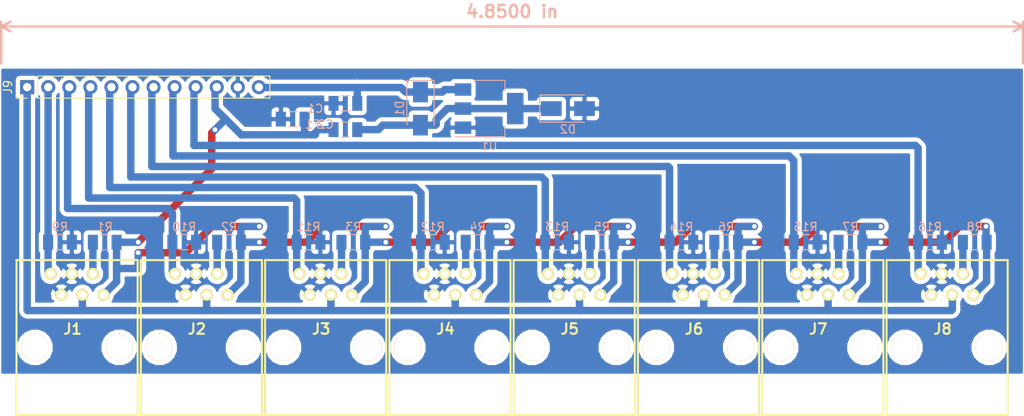
<source format=kicad_pcb>
(kicad_pcb (version 20171130) (host pcbnew "(5.0.0-rc2-dev-727-ga9dc41731)")

  (general
    (thickness 1.6)
    (drawings 1)
    (tracks 192)
    (zones 0)
    (modules 31)
    (nets 22)
  )

  (page A4)
  (layers
    (0 F.Cu signal)
    (31 B.Cu signal)
    (32 B.Adhes user)
    (33 F.Adhes user)
    (34 B.Paste user)
    (35 F.Paste user)
    (36 B.SilkS user)
    (37 F.SilkS user)
    (38 B.Mask user)
    (39 F.Mask user)
    (40 Dwgs.User user)
    (41 Cmts.User user)
    (42 Eco1.User user)
    (43 Eco2.User user)
    (44 Edge.Cuts user)
    (45 Margin user)
    (46 B.CrtYd user)
    (47 F.CrtYd user)
    (48 B.Fab user)
    (49 F.Fab user)
  )

  (setup
    (last_trace_width 0.9)
    (trace_clearance 0.2)
    (zone_clearance 0.65)
    (zone_45_only no)
    (trace_min 0.2)
    (segment_width 0.2)
    (edge_width 0.1)
    (via_size 0.8)
    (via_drill 0.55)
    (via_min_size 0.4)
    (via_min_drill 0.3)
    (uvia_size 0.3)
    (uvia_drill 0.1)
    (uvias_allowed no)
    (uvia_min_size 0.2)
    (uvia_min_drill 0.1)
    (pcb_text_width 0.3)
    (pcb_text_size 1.5 1.5)
    (mod_edge_width 0.15)
    (mod_text_size 1 1)
    (mod_text_width 0.15)
    (pad_size 1.5 1.5)
    (pad_drill 0.6)
    (pad_to_mask_clearance 0)
    (aux_axis_origin 0 0)
    (visible_elements 7FFFFFFF)
    (pcbplotparams
      (layerselection 0x010fc_ffffffff)
      (usegerberextensions false)
      (usegerberattributes false)
      (usegerberadvancedattributes false)
      (creategerberjobfile false)
      (excludeedgelayer true)
      (linewidth 0.150000)
      (plotframeref false)
      (viasonmask false)
      (mode 1)
      (useauxorigin false)
      (hpglpennumber 1)
      (hpglpenspeed 20)
      (hpglpendiameter 15)
      (psnegative false)
      (psa4output false)
      (plotreference true)
      (plotvalue true)
      (plotinvisibletext false)
      (padsonsilk false)
      (subtractmaskfromsilk false)
      (outputformat 1)
      (mirror false)
      (drillshape 1)
      (scaleselection 1)
      (outputdirectory ""))
  )

  (net 0 "")
  (net 1 dht_0)
  (net 2 GND)
  (net 3 "Net-(J8-Pad5)")
  (net 4 3V3)
  (net 5 dht_7)
  (net 6 "Net-(J2-Pad5)")
  (net 7 "Net-(J1-Pad5)")
  (net 8 "Net-(J4-Pad5)")
  (net 9 "Net-(J5-Pad5)")
  (net 10 "Net-(J6-Pad5)")
  (net 11 dht_6)
  (net 12 dht_5)
  (net 13 dht_4)
  (net 14 dht_3)
  (net 15 dht_2)
  (net 16 dht_1)
  (net 17 "Net-(J3-Pad5)")
  (net 18 "Net-(J7-Pad5)")
  (net 19 "Net-(D1-Pad2)")
  (net 20 Vin)
  (net 21 1wire)

  (net_class Default "To jest domyślna klasa połączeń."
    (clearance 0.2)
    (trace_width 0.9)
    (via_dia 0.8)
    (via_drill 0.55)
    (uvia_dia 0.3)
    (uvia_drill 0.1)
    (add_net 1wire)
    (add_net 3V3)
    (add_net GND)
    (add_net "Net-(D1-Pad2)")
    (add_net "Net-(J1-Pad5)")
    (add_net "Net-(J2-Pad5)")
    (add_net "Net-(J3-Pad5)")
    (add_net "Net-(J4-Pad5)")
    (add_net "Net-(J5-Pad5)")
    (add_net "Net-(J6-Pad5)")
    (add_net "Net-(J7-Pad5)")
    (add_net "Net-(J8-Pad5)")
    (add_net Vin)
    (add_net dht_0)
    (add_net dht_1)
    (add_net dht_2)
    (add_net dht_3)
    (add_net dht_4)
    (add_net dht_5)
    (add_net dht_6)
    (add_net dht_7)
  )

  (module Diode_SMD:D_SMA (layer B.Cu) (tedit 586432E5) (tstamp 5B0D94D0)
    (at 147.701 84.201)
    (descr "Diode SMA (DO-214AC)")
    (tags "Diode SMA (DO-214AC)")
    (path /5B072CA2)
    (attr smd)
    (fp_text reference D2 (at 0 2.5) (layer B.SilkS)
      (effects (font (size 1 1) (thickness 0.15)) (justify mirror))
    )
    (fp_text value 1N4007 (at 0 -2.6) (layer B.Fab)
      (effects (font (size 1 1) (thickness 0.15)) (justify mirror))
    )
    (fp_text user %R (at 0 2.5) (layer B.Fab)
      (effects (font (size 1 1) (thickness 0.15)) (justify mirror))
    )
    (fp_line (start -3.4 1.65) (end -3.4 -1.65) (layer B.SilkS) (width 0.12))
    (fp_line (start 2.3 -1.5) (end -2.3 -1.5) (layer B.Fab) (width 0.1))
    (fp_line (start -2.3 -1.5) (end -2.3 1.5) (layer B.Fab) (width 0.1))
    (fp_line (start 2.3 1.5) (end 2.3 -1.5) (layer B.Fab) (width 0.1))
    (fp_line (start 2.3 1.5) (end -2.3 1.5) (layer B.Fab) (width 0.1))
    (fp_line (start -3.5 1.75) (end 3.5 1.75) (layer B.CrtYd) (width 0.05))
    (fp_line (start 3.5 1.75) (end 3.5 -1.75) (layer B.CrtYd) (width 0.05))
    (fp_line (start 3.5 -1.75) (end -3.5 -1.75) (layer B.CrtYd) (width 0.05))
    (fp_line (start -3.5 -1.75) (end -3.5 1.75) (layer B.CrtYd) (width 0.05))
    (fp_line (start -0.64944 -0.00102) (end -1.55114 -0.00102) (layer B.Fab) (width 0.1))
    (fp_line (start 0.50118 -0.00102) (end 1.4994 -0.00102) (layer B.Fab) (width 0.1))
    (fp_line (start -0.64944 0.79908) (end -0.64944 -0.80112) (layer B.Fab) (width 0.1))
    (fp_line (start 0.50118 -0.75032) (end 0.50118 0.79908) (layer B.Fab) (width 0.1))
    (fp_line (start -0.64944 -0.00102) (end 0.50118 -0.75032) (layer B.Fab) (width 0.1))
    (fp_line (start -0.64944 -0.00102) (end 0.50118 0.79908) (layer B.Fab) (width 0.1))
    (fp_line (start -3.4 -1.65) (end 2 -1.65) (layer B.SilkS) (width 0.12))
    (fp_line (start -3.4 1.65) (end 2 1.65) (layer B.SilkS) (width 0.12))
    (pad 1 smd rect (at -2 0) (size 2.5 1.8) (layers B.Cu B.Paste B.Mask)
      (net 19 "Net-(D1-Pad2)"))
    (pad 2 smd rect (at 2 0) (size 2.5 1.8) (layers B.Cu B.Paste B.Mask)
      (net 2 GND))
    (model ${KISYS3DMOD}/Diode_SMD.3dshapes/D_SMA.wrl
      (at (xyz 0 0 0))
      (scale (xyz 1 1 1))
      (rotate (xyz 0 0 0))
    )
  )

  (module Connector_PinHeader_2.54mm:PinHeader_1x12_P2.54mm_Vertical (layer F.Cu) (tedit 59FED5CC) (tstamp 5B0D967B)
    (at 82.4992 81.6102 90)
    (descr "Through hole straight pin header, 1x12, 2.54mm pitch, single row")
    (tags "Through hole pin header THT 1x12 2.54mm single row")
    (path /5B076B25)
    (fp_text reference J9 (at 0 -2.33 90) (layer F.SilkS)
      (effects (font (size 1 1) (thickness 0.15)))
    )
    (fp_text value Flex (at 0 30.27 90) (layer F.Fab)
      (effects (font (size 1 1) (thickness 0.15)))
    )
    (fp_line (start -0.635 -1.27) (end 1.27 -1.27) (layer F.Fab) (width 0.1))
    (fp_line (start 1.27 -1.27) (end 1.27 29.21) (layer F.Fab) (width 0.1))
    (fp_line (start 1.27 29.21) (end -1.27 29.21) (layer F.Fab) (width 0.1))
    (fp_line (start -1.27 29.21) (end -1.27 -0.635) (layer F.Fab) (width 0.1))
    (fp_line (start -1.27 -0.635) (end -0.635 -1.27) (layer F.Fab) (width 0.1))
    (fp_line (start -1.33 29.27) (end 1.33 29.27) (layer F.SilkS) (width 0.12))
    (fp_line (start -1.33 1.27) (end -1.33 29.27) (layer F.SilkS) (width 0.12))
    (fp_line (start 1.33 1.27) (end 1.33 29.27) (layer F.SilkS) (width 0.12))
    (fp_line (start -1.33 1.27) (end 1.33 1.27) (layer F.SilkS) (width 0.12))
    (fp_line (start -1.33 0) (end -1.33 -1.33) (layer F.SilkS) (width 0.12))
    (fp_line (start -1.33 -1.33) (end 0 -1.33) (layer F.SilkS) (width 0.12))
    (fp_line (start -1.8 -1.8) (end -1.8 29.75) (layer F.CrtYd) (width 0.05))
    (fp_line (start -1.8 29.75) (end 1.8 29.75) (layer F.CrtYd) (width 0.05))
    (fp_line (start 1.8 29.75) (end 1.8 -1.8) (layer F.CrtYd) (width 0.05))
    (fp_line (start 1.8 -1.8) (end -1.8 -1.8) (layer F.CrtYd) (width 0.05))
    (fp_text user %R (at 0 13.97 180) (layer F.Fab)
      (effects (font (size 1 1) (thickness 0.15)))
    )
    (pad 1 thru_hole rect (at 0 0 90) (size 1.7 1.7) (drill 1) (layers *.Cu *.Mask)
      (net 21 1wire))
    (pad 2 thru_hole oval (at 0 2.54 90) (size 1.7 1.7) (drill 1) (layers *.Cu *.Mask)
      (net 1 dht_0))
    (pad 3 thru_hole oval (at 0 5.08 90) (size 1.7 1.7) (drill 1) (layers *.Cu *.Mask)
      (net 16 dht_1))
    (pad 4 thru_hole oval (at 0 7.62 90) (size 1.7 1.7) (drill 1) (layers *.Cu *.Mask)
      (net 15 dht_2))
    (pad 5 thru_hole oval (at 0 10.16 90) (size 1.7 1.7) (drill 1) (layers *.Cu *.Mask)
      (net 14 dht_3))
    (pad 6 thru_hole oval (at 0 12.7 90) (size 1.7 1.7) (drill 1) (layers *.Cu *.Mask)
      (net 13 dht_4))
    (pad 7 thru_hole oval (at 0 15.24 90) (size 1.7 1.7) (drill 1) (layers *.Cu *.Mask)
      (net 12 dht_5))
    (pad 8 thru_hole oval (at 0 17.78 90) (size 1.7 1.7) (drill 1) (layers *.Cu *.Mask)
      (net 11 dht_6))
    (pad 9 thru_hole oval (at 0 20.32 90) (size 1.7 1.7) (drill 1) (layers *.Cu *.Mask)
      (net 5 dht_7))
    (pad 10 thru_hole oval (at 0 22.86 90) (size 1.7 1.7) (drill 1) (layers *.Cu *.Mask)
      (net 4 3V3))
    (pad 11 thru_hole oval (at 0 25.4 90) (size 1.7 1.7) (drill 1) (layers *.Cu *.Mask)
      (net 2 GND))
    (pad 12 thru_hole oval (at 0 27.94 90) (size 1.7 1.7) (drill 1) (layers *.Cu *.Mask)
      (net 20 Vin))
    (model ${KISYS3DMOD}/Connector_PinHeader_2.54mm.3dshapes/PinHeader_1x12_P2.54mm_Vertical.wrl
      (at (xyz 0 0 0))
      (scale (xyz 1 1 1))
      (rotate (xyz 0 0 0))
    )
  )

  (module Capacitor_SMD:C_1206_3216Metric (layer B.Cu) (tedit 5AC5DB74) (tstamp 5B0D9499)
    (at 120.871 83.566 180)
    (descr "Capacitor SMD 1206 (3216 Metric), square (rectangular) end terminal, IPC_7351 nominal, (Body size source: http://www.tortai-tech.com/upload/download/2011102023233369053.pdf), generated with kicad-footprint-generator")
    (tags capacitor)
    (path /5B065D6A)
    (attr smd)
    (fp_text reference C1 (at 3.65 -0.635 180) (layer B.SilkS)
      (effects (font (size 1 1) (thickness 0.15)) (justify mirror))
    )
    (fp_text value 100nF (at 4.92 0.635) (layer B.Fab)
      (effects (font (size 1 1) (thickness 0.15)) (justify mirror))
    )
    (fp_line (start -1.6 -0.8) (end -1.6 0.8) (layer B.Fab) (width 0.1))
    (fp_line (start -1.6 0.8) (end 1.6 0.8) (layer B.Fab) (width 0.1))
    (fp_line (start 1.6 0.8) (end 1.6 -0.8) (layer B.Fab) (width 0.1))
    (fp_line (start 1.6 -0.8) (end -1.6 -0.8) (layer B.Fab) (width 0.1))
    (fp_line (start -0.5 0.91) (end 0.5 0.91) (layer B.SilkS) (width 0.12))
    (fp_line (start -0.5 -0.91) (end 0.5 -0.91) (layer B.SilkS) (width 0.12))
    (fp_line (start -2.29 -1.15) (end -2.29 1.15) (layer B.CrtYd) (width 0.05))
    (fp_line (start -2.29 1.15) (end 2.29 1.15) (layer B.CrtYd) (width 0.05))
    (fp_line (start 2.29 1.15) (end 2.29 -1.15) (layer B.CrtYd) (width 0.05))
    (fp_line (start 2.29 -1.15) (end -2.29 -1.15) (layer B.CrtYd) (width 0.05))
    (fp_text user %R (at 0 0 180) (layer B.Fab)
      (effects (font (size 0.8 0.8) (thickness 0.12)) (justify mirror))
    )
    (pad 1 smd rect (at -1.43 0 180) (size 1.22 1.8) (layers B.Cu B.Paste B.Mask)
      (net 20 Vin))
    (pad 2 smd rect (at 1.43 0 180) (size 1.22 1.8) (layers B.Cu B.Paste B.Mask)
      (net 2 GND))
    (model ${KISYS3DMOD}/Capacitor_SMD.3dshapes/C_1206_3216Metric.wrl
      (at (xyz 0 0 0))
      (scale (xyz 1 1 1))
      (rotate (xyz 0 0 0))
    )
  )

  (module Diode_SMD:D_SMA (layer B.Cu) (tedit 586432E5) (tstamp 5B0D945B)
    (at 129.921 84.201 270)
    (descr "Diode SMA (DO-214AC)")
    (tags "Diode SMA (DO-214AC)")
    (path /5B06AB1D)
    (attr smd)
    (fp_text reference D1 (at 0 2.5 270) (layer B.SilkS)
      (effects (font (size 1 1) (thickness 0.15)) (justify mirror))
    )
    (fp_text value 1N4007 (at 6.89 -0.635 270) (layer B.Fab)
      (effects (font (size 1 1) (thickness 0.15)) (justify mirror))
    )
    (fp_line (start -3.4 1.65) (end 2 1.65) (layer B.SilkS) (width 0.12))
    (fp_line (start -3.4 -1.65) (end 2 -1.65) (layer B.SilkS) (width 0.12))
    (fp_line (start -0.64944 -0.00102) (end 0.50118 0.79908) (layer B.Fab) (width 0.1))
    (fp_line (start -0.64944 -0.00102) (end 0.50118 -0.75032) (layer B.Fab) (width 0.1))
    (fp_line (start 0.50118 -0.75032) (end 0.50118 0.79908) (layer B.Fab) (width 0.1))
    (fp_line (start -0.64944 0.79908) (end -0.64944 -0.80112) (layer B.Fab) (width 0.1))
    (fp_line (start 0.50118 -0.00102) (end 1.4994 -0.00102) (layer B.Fab) (width 0.1))
    (fp_line (start -0.64944 -0.00102) (end -1.55114 -0.00102) (layer B.Fab) (width 0.1))
    (fp_line (start -3.5 -1.75) (end -3.5 1.75) (layer B.CrtYd) (width 0.05))
    (fp_line (start 3.5 -1.75) (end -3.5 -1.75) (layer B.CrtYd) (width 0.05))
    (fp_line (start 3.5 1.75) (end 3.5 -1.75) (layer B.CrtYd) (width 0.05))
    (fp_line (start -3.5 1.75) (end 3.5 1.75) (layer B.CrtYd) (width 0.05))
    (fp_line (start 2.3 1.5) (end -2.3 1.5) (layer B.Fab) (width 0.1))
    (fp_line (start 2.3 1.5) (end 2.3 -1.5) (layer B.Fab) (width 0.1))
    (fp_line (start -2.3 -1.5) (end -2.3 1.5) (layer B.Fab) (width 0.1))
    (fp_line (start 2.3 -1.5) (end -2.3 -1.5) (layer B.Fab) (width 0.1))
    (fp_line (start -3.4 1.65) (end -3.4 -1.65) (layer B.SilkS) (width 0.12))
    (fp_text user %R (at 0 2.5 270) (layer B.Fab)
      (effects (font (size 1 1) (thickness 0.15)) (justify mirror))
    )
    (pad 2 smd rect (at 2 0 270) (size 2.5 1.8) (layers B.Cu B.Paste B.Mask)
      (net 19 "Net-(D1-Pad2)"))
    (pad 1 smd rect (at -2 0 270) (size 2.5 1.8) (layers B.Cu B.Paste B.Mask)
      (net 20 Vin))
    (model ${KISYS3DMOD}/Diode_SMD.3dshapes/D_SMA.wrl
      (at (xyz 0 0 0))
      (scale (xyz 1 1 1))
      (rotate (xyz 0 0 0))
    )
  )

  (module Capacitor_SMD:C_1206_3216Metric (layer B.Cu) (tedit 5AC5DB74) (tstamp 5B0D954D)
    (at 114.521 85.471 180)
    (descr "Capacitor SMD 1206 (3216 Metric), square (rectangular) end terminal, IPC_7351 nominal, (Body size source: http://www.tortai-tech.com/upload/download/2011102023233369053.pdf), generated with kicad-footprint-generator")
    (tags capacitor)
    (path /5B065E70)
    (attr smd)
    (fp_text reference C2 (at -3.97 -0.635 180) (layer B.SilkS)
      (effects (font (size 1 1) (thickness 0.15)) (justify mirror))
    )
    (fp_text value 100nF (at -5.24 0.635 180) (layer B.Fab)
      (effects (font (size 1 1) (thickness 0.15)) (justify mirror))
    )
    (fp_line (start -1.6 -0.8) (end -1.6 0.8) (layer B.Fab) (width 0.1))
    (fp_line (start -1.6 0.8) (end 1.6 0.8) (layer B.Fab) (width 0.1))
    (fp_line (start 1.6 0.8) (end 1.6 -0.8) (layer B.Fab) (width 0.1))
    (fp_line (start 1.6 -0.8) (end -1.6 -0.8) (layer B.Fab) (width 0.1))
    (fp_line (start -0.5 0.91) (end 0.5 0.91) (layer B.SilkS) (width 0.12))
    (fp_line (start -0.5 -0.91) (end 0.5 -0.91) (layer B.SilkS) (width 0.12))
    (fp_line (start -2.29 -1.15) (end -2.29 1.15) (layer B.CrtYd) (width 0.05))
    (fp_line (start -2.29 1.15) (end 2.29 1.15) (layer B.CrtYd) (width 0.05))
    (fp_line (start 2.29 1.15) (end 2.29 -1.15) (layer B.CrtYd) (width 0.05))
    (fp_line (start 2.29 -1.15) (end -2.29 -1.15) (layer B.CrtYd) (width 0.05))
    (fp_text user %R (at 0 0 180) (layer B.Fab)
      (effects (font (size 0.8 0.8) (thickness 0.12)) (justify mirror))
    )
    (pad 1 smd rect (at -1.43 0 180) (size 1.22 1.8) (layers B.Cu B.Paste B.Mask)
      (net 4 3V3))
    (pad 2 smd rect (at 1.43 0 180) (size 1.22 1.8) (layers B.Cu B.Paste B.Mask)
      (net 2 GND))
    (model ${KISYS3DMOD}/Capacitor_SMD.3dshapes/C_1206_3216Metric.wrl
      (at (xyz 0 0 0))
      (scale (xyz 1 1 1))
      (rotate (xyz 0 0 0))
    )
  )

  (module Fuse:Fuse_1206_3216Metric (layer B.Cu) (tedit 5AC5DB75) (tstamp 5B0D9424)
    (at 120.871 86.741)
    (descr "Fuse SMD 1206 (3216 Metric), square (rectangular) end terminal, IPC_7351 nominal, (Body size source: http://www.tortai-tech.com/upload/download/2011102023233369053.pdf), generated with kicad-footprint-generator")
    (tags resistor)
    (path /5B0ABB62)
    (attr smd)
    (fp_text reference F1 (at -3.97 -0.635) (layer B.SilkS)
      (effects (font (size 1 1) (thickness 0.15)) (justify mirror))
    )
    (fp_text value 500mA (at -5.24 0.635) (layer B.Fab)
      (effects (font (size 1 1) (thickness 0.15)) (justify mirror))
    )
    (fp_line (start -1.6 -0.8) (end -1.6 0.8) (layer B.Fab) (width 0.1))
    (fp_line (start -1.6 0.8) (end 1.6 0.8) (layer B.Fab) (width 0.1))
    (fp_line (start 1.6 0.8) (end 1.6 -0.8) (layer B.Fab) (width 0.1))
    (fp_line (start 1.6 -0.8) (end -1.6 -0.8) (layer B.Fab) (width 0.1))
    (fp_line (start -0.5 0.91) (end 0.5 0.91) (layer B.SilkS) (width 0.12))
    (fp_line (start -0.5 -0.91) (end 0.5 -0.91) (layer B.SilkS) (width 0.12))
    (fp_line (start -2.29 -1.15) (end -2.29 1.15) (layer B.CrtYd) (width 0.05))
    (fp_line (start -2.29 1.15) (end 2.29 1.15) (layer B.CrtYd) (width 0.05))
    (fp_line (start 2.29 1.15) (end 2.29 -1.15) (layer B.CrtYd) (width 0.05))
    (fp_line (start 2.29 -1.15) (end -2.29 -1.15) (layer B.CrtYd) (width 0.05))
    (fp_text user %R (at 0 0) (layer B.Fab)
      (effects (font (size 0.8 0.8) (thickness 0.12)) (justify mirror))
    )
    (pad 1 smd rect (at -1.43 0) (size 1.22 1.8) (layers B.Cu B.Paste B.Mask)
      (net 4 3V3))
    (pad 2 smd rect (at 1.43 0) (size 1.22 1.8) (layers B.Cu B.Paste B.Mask)
      (net 19 "Net-(D1-Pad2)"))
    (model ${KISYS3DMOD}/Fuse.3dshapes/Fuse_1206_3216Metric.wrl
      (at (xyz 0 0 0))
      (scale (xyz 1 1 1))
      (rotate (xyz 0 0 0))
    )
  )

  (module Package_TO_SOT_SMD:SOT-223-3_TabPin2 (layer B.Cu) (tedit 5A02FF57) (tstamp 5B0D9513)
    (at 138.201 84.201)
    (descr "module CMS SOT223 4 pins")
    (tags "CMS SOT")
    (path /5B065B0C)
    (attr smd)
    (fp_text reference U1 (at 0 4.5) (layer B.SilkS)
      (effects (font (size 1 1) (thickness 0.15)) (justify mirror))
    )
    (fp_text value LM1117-3.3 (at 0 -4.5) (layer B.Fab)
      (effects (font (size 1 1) (thickness 0.15)) (justify mirror))
    )
    (fp_text user %R (at 0 0 -90) (layer B.Fab)
      (effects (font (size 0.8 0.8) (thickness 0.12)) (justify mirror))
    )
    (fp_line (start 1.91 -3.41) (end 1.91 -2.15) (layer B.SilkS) (width 0.12))
    (fp_line (start 1.91 3.41) (end 1.91 2.15) (layer B.SilkS) (width 0.12))
    (fp_line (start 4.4 3.6) (end -4.4 3.6) (layer B.CrtYd) (width 0.05))
    (fp_line (start 4.4 -3.6) (end 4.4 3.6) (layer B.CrtYd) (width 0.05))
    (fp_line (start -4.4 -3.6) (end 4.4 -3.6) (layer B.CrtYd) (width 0.05))
    (fp_line (start -4.4 3.6) (end -4.4 -3.6) (layer B.CrtYd) (width 0.05))
    (fp_line (start -1.85 2.35) (end -0.85 3.35) (layer B.Fab) (width 0.1))
    (fp_line (start -1.85 2.35) (end -1.85 -3.35) (layer B.Fab) (width 0.1))
    (fp_line (start -1.85 -3.41) (end 1.91 -3.41) (layer B.SilkS) (width 0.12))
    (fp_line (start -0.85 3.35) (end 1.85 3.35) (layer B.Fab) (width 0.1))
    (fp_line (start -4.1 3.41) (end 1.91 3.41) (layer B.SilkS) (width 0.12))
    (fp_line (start -1.85 -3.35) (end 1.85 -3.35) (layer B.Fab) (width 0.1))
    (fp_line (start 1.85 3.35) (end 1.85 -3.35) (layer B.Fab) (width 0.1))
    (pad 2 smd rect (at 3.15 0) (size 2 3.8) (layers B.Cu B.Paste B.Mask)
      (net 19 "Net-(D1-Pad2)"))
    (pad 2 smd rect (at -3.15 0) (size 2 1.5) (layers B.Cu B.Paste B.Mask)
      (net 19 "Net-(D1-Pad2)"))
    (pad 3 smd rect (at -3.15 -2.3) (size 2 1.5) (layers B.Cu B.Paste B.Mask)
      (net 20 Vin))
    (pad 1 smd rect (at -3.15 2.3) (size 2 1.5) (layers B.Cu B.Paste B.Mask)
      (net 2 GND))
    (model ${KISYS3DMOD}/Package_TO_SOT_SMD.3dshapes/SOT-223.wrl
      (at (xyz 0 0 0))
      (scale (xyz 1 1 1))
      (rotate (xyz 0 0 0))
    )
  )

  (module MHRJJ66NFRA:MHRJJ66NFRA (layer F.Cu) (tedit 5AF873FC) (tstamp 5B05CE66)
    (at 163.449 104.14)
    (descr MHRJJ66NFRAS)
    (tags Connector)
    (path /5AFA7E7D)
    (fp_text reference J6 (at -0.545 6.669) (layer F.SilkS)
      (effects (font (size 1.27 1.27) (thickness 0.254)))
    )
    (fp_text value MHRJJ66NFRA (at -0.545 6.669) (layer F.SilkS) hide
      (effects (font (size 1.27 1.27) (thickness 0.254)))
    )
    (fp_line (start 7.305 17.02) (end 7.305 -1.65) (layer F.SilkS) (width 0.254))
    (fp_line (start -7.305 -1.65) (end -7.305 17.02) (layer F.SilkS) (width 0.254))
    (fp_line (start 7.305 17.02) (end -7.305 17.02) (layer F.SilkS) (width 0.254))
    (fp_line (start -7.305 -1.65) (end 7.305 -1.65) (layer F.SilkS) (width 0.254))
    (fp_line (start -7.305 17.02) (end -7.305 -1.65) (layer Dwgs.User) (width 0.254))
    (fp_line (start 7.305 17.02) (end -7.305 17.02) (layer Dwgs.User) (width 0.254))
    (fp_line (start 7.305 -1.65) (end 7.305 17.02) (layer Dwgs.User) (width 0.254))
    (fp_line (start -7.305 -1.65) (end 7.305 -1.65) (layer Dwgs.User) (width 0.254))
    (pad 8 thru_hole circle (at 5.08 8.89 90) (size 3.25 3.25) (drill 3.25) (layers *.Cu *.Mask F.SilkS))
    (pad 7 thru_hole circle (at -5.08 8.89 90) (size 3.25 3.25) (drill 3.25) (layers *.Cu *.Mask F.SilkS))
    (pad 6 thru_hole circle (at 3.175 2.54 90) (size 1.45 1.45) (drill 0.9) (layers *.Cu *.Mask F.SilkS)
      (net 4 3V3))
    (pad 5 thru_hole circle (at 1.905 0 90) (size 1.45 1.45) (drill 0.9) (layers *.Cu *.Mask F.SilkS)
      (net 10 "Net-(J6-Pad5)"))
    (pad 4 thru_hole circle (at 0.635 2.54 90) (size 1.45 1.45) (drill 0.9) (layers *.Cu *.Mask F.SilkS)
      (net 21 1wire))
    (pad 3 thru_hole circle (at -0.635 0 90) (size 1.45 1.45) (drill 0.9) (layers *.Cu *.Mask F.SilkS)
      (net 2 GND))
    (pad 2 thru_hole circle (at -1.905 2.54 90) (size 1.45 1.45) (drill 0.9) (layers *.Cu *.Mask F.SilkS)
      (net 2 GND))
    (pad 1 thru_hole circle (at -3.175 0 90) (size 1.45 1.45) (drill 0.9) (layers *.Cu *.Mask F.SilkS)
      (net 12 dht_5))
  )

  (module MHRJJ66NFRA:MHRJJ66NFRA (layer F.Cu) (tedit 5AF873FC) (tstamp 5B05CE52)
    (at 88.519 104.14)
    (descr MHRJJ66NFRAS)
    (tags Connector)
    (path /5AF93E8A)
    (fp_text reference J1 (at -0.545 6.669) (layer F.SilkS)
      (effects (font (size 1.27 1.27) (thickness 0.254)))
    )
    (fp_text value MHRJJ66NFRA (at -0.545 6.669) (layer F.SilkS) hide
      (effects (font (size 1.27 1.27) (thickness 0.254)))
    )
    (fp_line (start -7.305 -1.65) (end 7.305 -1.65) (layer Dwgs.User) (width 0.254))
    (fp_line (start 7.305 -1.65) (end 7.305 17.02) (layer Dwgs.User) (width 0.254))
    (fp_line (start 7.305 17.02) (end -7.305 17.02) (layer Dwgs.User) (width 0.254))
    (fp_line (start -7.305 17.02) (end -7.305 -1.65) (layer Dwgs.User) (width 0.254))
    (fp_line (start -7.305 -1.65) (end 7.305 -1.65) (layer F.SilkS) (width 0.254))
    (fp_line (start 7.305 17.02) (end -7.305 17.02) (layer F.SilkS) (width 0.254))
    (fp_line (start -7.305 -1.65) (end -7.305 17.02) (layer F.SilkS) (width 0.254))
    (fp_line (start 7.305 17.02) (end 7.305 -1.65) (layer F.SilkS) (width 0.254))
    (pad 1 thru_hole circle (at -3.175 0 90) (size 1.45 1.45) (drill 0.9) (layers *.Cu *.Mask F.SilkS)
      (net 1 dht_0))
    (pad 2 thru_hole circle (at -1.905 2.54 90) (size 1.45 1.45) (drill 0.9) (layers *.Cu *.Mask F.SilkS)
      (net 2 GND))
    (pad 3 thru_hole circle (at -0.635 0 90) (size 1.45 1.45) (drill 0.9) (layers *.Cu *.Mask F.SilkS)
      (net 2 GND))
    (pad 4 thru_hole circle (at 0.635 2.54 90) (size 1.45 1.45) (drill 0.9) (layers *.Cu *.Mask F.SilkS)
      (net 21 1wire))
    (pad 5 thru_hole circle (at 1.905 0 90) (size 1.45 1.45) (drill 0.9) (layers *.Cu *.Mask F.SilkS)
      (net 7 "Net-(J1-Pad5)"))
    (pad 6 thru_hole circle (at 3.175 2.54 90) (size 1.45 1.45) (drill 0.9) (layers *.Cu *.Mask F.SilkS)
      (net 4 3V3))
    (pad 7 thru_hole circle (at -5.08 8.89 90) (size 3.25 3.25) (drill 3.25) (layers *.Cu *.Mask F.SilkS))
    (pad 8 thru_hole circle (at 5.08 8.89 90) (size 3.25 3.25) (drill 3.25) (layers *.Cu *.Mask F.SilkS))
  )

  (module MHRJJ66NFRA:MHRJJ66NFRA (layer F.Cu) (tedit 5AF873FC) (tstamp 5B05CE3E)
    (at 118.491 104.14)
    (descr MHRJJ66NFRAS)
    (tags Connector)
    (path /5AFA64CF)
    (fp_text reference J3 (at -0.545 6.669) (layer F.SilkS)
      (effects (font (size 1.27 1.27) (thickness 0.254)))
    )
    (fp_text value MHRJJ66NFRA (at -0.545 6.669) (layer F.SilkS) hide
      (effects (font (size 1.27 1.27) (thickness 0.254)))
    )
    (fp_line (start 7.305 17.02) (end 7.305 -1.65) (layer F.SilkS) (width 0.254))
    (fp_line (start -7.305 -1.65) (end -7.305 17.02) (layer F.SilkS) (width 0.254))
    (fp_line (start 7.305 17.02) (end -7.305 17.02) (layer F.SilkS) (width 0.254))
    (fp_line (start -7.305 -1.65) (end 7.305 -1.65) (layer F.SilkS) (width 0.254))
    (fp_line (start -7.305 17.02) (end -7.305 -1.65) (layer Dwgs.User) (width 0.254))
    (fp_line (start 7.305 17.02) (end -7.305 17.02) (layer Dwgs.User) (width 0.254))
    (fp_line (start 7.305 -1.65) (end 7.305 17.02) (layer Dwgs.User) (width 0.254))
    (fp_line (start -7.305 -1.65) (end 7.305 -1.65) (layer Dwgs.User) (width 0.254))
    (pad 8 thru_hole circle (at 5.08 8.89 90) (size 3.25 3.25) (drill 3.25) (layers *.Cu *.Mask F.SilkS))
    (pad 7 thru_hole circle (at -5.08 8.89 90) (size 3.25 3.25) (drill 3.25) (layers *.Cu *.Mask F.SilkS))
    (pad 6 thru_hole circle (at 3.175 2.54 90) (size 1.45 1.45) (drill 0.9) (layers *.Cu *.Mask F.SilkS)
      (net 4 3V3))
    (pad 5 thru_hole circle (at 1.905 0 90) (size 1.45 1.45) (drill 0.9) (layers *.Cu *.Mask F.SilkS)
      (net 17 "Net-(J3-Pad5)"))
    (pad 4 thru_hole circle (at 0.635 2.54 90) (size 1.45 1.45) (drill 0.9) (layers *.Cu *.Mask F.SilkS)
      (net 21 1wire))
    (pad 3 thru_hole circle (at -0.635 0 90) (size 1.45 1.45) (drill 0.9) (layers *.Cu *.Mask F.SilkS)
      (net 2 GND))
    (pad 2 thru_hole circle (at -1.905 2.54 90) (size 1.45 1.45) (drill 0.9) (layers *.Cu *.Mask F.SilkS)
      (net 2 GND))
    (pad 1 thru_hole circle (at -3.175 0 90) (size 1.45 1.45) (drill 0.9) (layers *.Cu *.Mask F.SilkS)
      (net 15 dht_2))
  )

  (module MHRJJ66NFRA:MHRJJ66NFRA (layer F.Cu) (tedit 5AF873FC) (tstamp 5B0D8A89)
    (at 133.477 104.14)
    (descr MHRJJ66NFRAS)
    (tags Connector)
    (path /5AFA64F5)
    (fp_text reference J4 (at -0.545 6.669) (layer F.SilkS)
      (effects (font (size 1.27 1.27) (thickness 0.254)))
    )
    (fp_text value MHRJJ66NFRA (at -0.545 6.669) (layer F.SilkS) hide
      (effects (font (size 1.27 1.27) (thickness 0.254)))
    )
    (fp_line (start -7.305 -1.65) (end 7.305 -1.65) (layer Dwgs.User) (width 0.254))
    (fp_line (start 7.305 -1.65) (end 7.305 17.02) (layer Dwgs.User) (width 0.254))
    (fp_line (start 7.305 17.02) (end -7.305 17.02) (layer Dwgs.User) (width 0.254))
    (fp_line (start -7.305 17.02) (end -7.305 -1.65) (layer Dwgs.User) (width 0.254))
    (fp_line (start -7.305 -1.65) (end 7.305 -1.65) (layer F.SilkS) (width 0.254))
    (fp_line (start 7.305 17.02) (end -7.305 17.02) (layer F.SilkS) (width 0.254))
    (fp_line (start -7.305 -1.65) (end -7.305 17.02) (layer F.SilkS) (width 0.254))
    (fp_line (start 7.305 17.02) (end 7.305 -1.65) (layer F.SilkS) (width 0.254))
    (pad 1 thru_hole circle (at -3.175 0 90) (size 1.45 1.45) (drill 0.9) (layers *.Cu *.Mask F.SilkS)
      (net 14 dht_3))
    (pad 2 thru_hole circle (at -1.905 2.54 90) (size 1.45 1.45) (drill 0.9) (layers *.Cu *.Mask F.SilkS)
      (net 2 GND))
    (pad 3 thru_hole circle (at -0.635 0 90) (size 1.45 1.45) (drill 0.9) (layers *.Cu *.Mask F.SilkS)
      (net 2 GND))
    (pad 4 thru_hole circle (at 0.635 2.54 90) (size 1.45 1.45) (drill 0.9) (layers *.Cu *.Mask F.SilkS)
      (net 21 1wire))
    (pad 5 thru_hole circle (at 1.905 0 90) (size 1.45 1.45) (drill 0.9) (layers *.Cu *.Mask F.SilkS)
      (net 8 "Net-(J4-Pad5)"))
    (pad 6 thru_hole circle (at 3.175 2.54 90) (size 1.45 1.45) (drill 0.9) (layers *.Cu *.Mask F.SilkS)
      (net 4 3V3))
    (pad 7 thru_hole circle (at -5.08 8.89 90) (size 3.25 3.25) (drill 3.25) (layers *.Cu *.Mask F.SilkS))
    (pad 8 thru_hole circle (at 5.08 8.89 90) (size 3.25 3.25) (drill 3.25) (layers *.Cu *.Mask F.SilkS))
  )

  (module MHRJJ66NFRA:MHRJJ66NFRA (layer F.Cu) (tedit 5AF873FC) (tstamp 5B05CE16)
    (at 148.463 104.14)
    (descr MHRJJ66NFRAS)
    (tags Connector)
    (path /5AFA7E57)
    (fp_text reference J5 (at -0.545 6.669) (layer F.SilkS)
      (effects (font (size 1.27 1.27) (thickness 0.254)))
    )
    (fp_text value MHRJJ66NFRA (at -0.545 6.669) (layer F.SilkS) hide
      (effects (font (size 1.27 1.27) (thickness 0.254)))
    )
    (fp_line (start 7.305 17.02) (end 7.305 -1.65) (layer F.SilkS) (width 0.254))
    (fp_line (start -7.305 -1.65) (end -7.305 17.02) (layer F.SilkS) (width 0.254))
    (fp_line (start 7.305 17.02) (end -7.305 17.02) (layer F.SilkS) (width 0.254))
    (fp_line (start -7.305 -1.65) (end 7.305 -1.65) (layer F.SilkS) (width 0.254))
    (fp_line (start -7.305 17.02) (end -7.305 -1.65) (layer Dwgs.User) (width 0.254))
    (fp_line (start 7.305 17.02) (end -7.305 17.02) (layer Dwgs.User) (width 0.254))
    (fp_line (start 7.305 -1.65) (end 7.305 17.02) (layer Dwgs.User) (width 0.254))
    (fp_line (start -7.305 -1.65) (end 7.305 -1.65) (layer Dwgs.User) (width 0.254))
    (pad 8 thru_hole circle (at 5.08 8.89 90) (size 3.25 3.25) (drill 3.25) (layers *.Cu *.Mask F.SilkS))
    (pad 7 thru_hole circle (at -5.08 8.89 90) (size 3.25 3.25) (drill 3.25) (layers *.Cu *.Mask F.SilkS))
    (pad 6 thru_hole circle (at 3.175 2.54 90) (size 1.45 1.45) (drill 0.9) (layers *.Cu *.Mask F.SilkS)
      (net 4 3V3))
    (pad 5 thru_hole circle (at 1.905 0 90) (size 1.45 1.45) (drill 0.9) (layers *.Cu *.Mask F.SilkS)
      (net 9 "Net-(J5-Pad5)"))
    (pad 4 thru_hole circle (at 0.635 2.54 90) (size 1.45 1.45) (drill 0.9) (layers *.Cu *.Mask F.SilkS)
      (net 21 1wire))
    (pad 3 thru_hole circle (at -0.635 0 90) (size 1.45 1.45) (drill 0.9) (layers *.Cu *.Mask F.SilkS)
      (net 2 GND))
    (pad 2 thru_hole circle (at -1.905 2.54 90) (size 1.45 1.45) (drill 0.9) (layers *.Cu *.Mask F.SilkS)
      (net 2 GND))
    (pad 1 thru_hole circle (at -3.175 0 90) (size 1.45 1.45) (drill 0.9) (layers *.Cu *.Mask F.SilkS)
      (net 13 dht_4))
  )

  (module MHRJJ66NFRA:MHRJJ66NFRA (layer F.Cu) (tedit 5AF873FC) (tstamp 5B05CE02)
    (at 178.435 104.14)
    (descr MHRJJ66NFRAS)
    (tags Connector)
    (path /5AFA7EA1)
    (fp_text reference J7 (at -0.545 6.669) (layer F.SilkS)
      (effects (font (size 1.27 1.27) (thickness 0.254)))
    )
    (fp_text value MHRJJ66NFRA (at -0.545 6.669) (layer F.SilkS) hide
      (effects (font (size 1.27 1.27) (thickness 0.254)))
    )
    (fp_line (start -7.305 -1.65) (end 7.305 -1.65) (layer Dwgs.User) (width 0.254))
    (fp_line (start 7.305 -1.65) (end 7.305 17.02) (layer Dwgs.User) (width 0.254))
    (fp_line (start 7.305 17.02) (end -7.305 17.02) (layer Dwgs.User) (width 0.254))
    (fp_line (start -7.305 17.02) (end -7.305 -1.65) (layer Dwgs.User) (width 0.254))
    (fp_line (start -7.305 -1.65) (end 7.305 -1.65) (layer F.SilkS) (width 0.254))
    (fp_line (start 7.305 17.02) (end -7.305 17.02) (layer F.SilkS) (width 0.254))
    (fp_line (start -7.305 -1.65) (end -7.305 17.02) (layer F.SilkS) (width 0.254))
    (fp_line (start 7.305 17.02) (end 7.305 -1.65) (layer F.SilkS) (width 0.254))
    (pad 1 thru_hole circle (at -3.175 0 90) (size 1.45 1.45) (drill 0.9) (layers *.Cu *.Mask F.SilkS)
      (net 11 dht_6))
    (pad 2 thru_hole circle (at -1.905 2.54 90) (size 1.45 1.45) (drill 0.9) (layers *.Cu *.Mask F.SilkS)
      (net 2 GND))
    (pad 3 thru_hole circle (at -0.635 0 90) (size 1.45 1.45) (drill 0.9) (layers *.Cu *.Mask F.SilkS)
      (net 2 GND))
    (pad 4 thru_hole circle (at 0.635 2.54 90) (size 1.45 1.45) (drill 0.9) (layers *.Cu *.Mask F.SilkS)
      (net 21 1wire))
    (pad 5 thru_hole circle (at 1.905 0 90) (size 1.45 1.45) (drill 0.9) (layers *.Cu *.Mask F.SilkS)
      (net 18 "Net-(J7-Pad5)"))
    (pad 6 thru_hole circle (at 3.175 2.54 90) (size 1.45 1.45) (drill 0.9) (layers *.Cu *.Mask F.SilkS)
      (net 4 3V3))
    (pad 7 thru_hole circle (at -5.08 8.89 90) (size 3.25 3.25) (drill 3.25) (layers *.Cu *.Mask F.SilkS))
    (pad 8 thru_hole circle (at 5.08 8.89 90) (size 3.25 3.25) (drill 3.25) (layers *.Cu *.Mask F.SilkS))
  )

  (module MHRJJ66NFRA:MHRJJ66NFRA (layer F.Cu) (tedit 5AF873FC) (tstamp 5B05CDEE)
    (at 193.421 104.14)
    (descr MHRJJ66NFRAS)
    (tags Connector)
    (path /5AFA7EC5)
    (fp_text reference J8 (at -0.545 6.669) (layer F.SilkS)
      (effects (font (size 1.27 1.27) (thickness 0.254)))
    )
    (fp_text value MHRJJ66NFRA (at -0.545 6.669) (layer F.SilkS) hide
      (effects (font (size 1.27 1.27) (thickness 0.254)))
    )
    (fp_line (start 7.305 17.02) (end 7.305 -1.65) (layer F.SilkS) (width 0.254))
    (fp_line (start -7.305 -1.65) (end -7.305 17.02) (layer F.SilkS) (width 0.254))
    (fp_line (start 7.305 17.02) (end -7.305 17.02) (layer F.SilkS) (width 0.254))
    (fp_line (start -7.305 -1.65) (end 7.305 -1.65) (layer F.SilkS) (width 0.254))
    (fp_line (start -7.305 17.02) (end -7.305 -1.65) (layer Dwgs.User) (width 0.254))
    (fp_line (start 7.305 17.02) (end -7.305 17.02) (layer Dwgs.User) (width 0.254))
    (fp_line (start 7.305 -1.65) (end 7.305 17.02) (layer Dwgs.User) (width 0.254))
    (fp_line (start -7.305 -1.65) (end 7.305 -1.65) (layer Dwgs.User) (width 0.254))
    (pad 8 thru_hole circle (at 5.08 8.89 90) (size 3.25 3.25) (drill 3.25) (layers *.Cu *.Mask F.SilkS))
    (pad 7 thru_hole circle (at -5.08 8.89 90) (size 3.25 3.25) (drill 3.25) (layers *.Cu *.Mask F.SilkS))
    (pad 6 thru_hole circle (at 3.175 2.54 90) (size 1.45 1.45) (drill 0.9) (layers *.Cu *.Mask F.SilkS)
      (net 4 3V3))
    (pad 5 thru_hole circle (at 1.905 0 90) (size 1.45 1.45) (drill 0.9) (layers *.Cu *.Mask F.SilkS)
      (net 3 "Net-(J8-Pad5)"))
    (pad 4 thru_hole circle (at 0.635 2.54 90) (size 1.45 1.45) (drill 0.9) (layers *.Cu *.Mask F.SilkS)
      (net 21 1wire))
    (pad 3 thru_hole circle (at -0.635 0 90) (size 1.45 1.45) (drill 0.9) (layers *.Cu *.Mask F.SilkS)
      (net 2 GND))
    (pad 2 thru_hole circle (at -1.905 2.54 90) (size 1.45 1.45) (drill 0.9) (layers *.Cu *.Mask F.SilkS)
      (net 2 GND))
    (pad 1 thru_hole circle (at -3.175 0 90) (size 1.45 1.45) (drill 0.9) (layers *.Cu *.Mask F.SilkS)
      (net 5 dht_7))
  )

  (module MHRJJ66NFRA:MHRJJ66NFRA (layer F.Cu) (tedit 5AF873FC) (tstamp 5B05D286)
    (at 103.505 104.14)
    (descr MHRJJ66NFRAS)
    (tags Connector)
    (path /5AFA4115)
    (fp_text reference J2 (at -0.545 6.669) (layer F.SilkS)
      (effects (font (size 1.27 1.27) (thickness 0.254)))
    )
    (fp_text value MHRJJ66NFRA (at -0.545 6.669) (layer F.SilkS) hide
      (effects (font (size 1.27 1.27) (thickness 0.254)))
    )
    (fp_line (start -7.305 -1.65) (end 7.305 -1.65) (layer Dwgs.User) (width 0.254))
    (fp_line (start 7.305 -1.65) (end 7.305 17.02) (layer Dwgs.User) (width 0.254))
    (fp_line (start 7.305 17.02) (end -7.305 17.02) (layer Dwgs.User) (width 0.254))
    (fp_line (start -7.305 17.02) (end -7.305 -1.65) (layer Dwgs.User) (width 0.254))
    (fp_line (start -7.305 -1.65) (end 7.305 -1.65) (layer F.SilkS) (width 0.254))
    (fp_line (start 7.305 17.02) (end -7.305 17.02) (layer F.SilkS) (width 0.254))
    (fp_line (start -7.305 -1.65) (end -7.305 17.02) (layer F.SilkS) (width 0.254))
    (fp_line (start 7.305 17.02) (end 7.305 -1.65) (layer F.SilkS) (width 0.254))
    (pad 1 thru_hole circle (at -3.175 0 90) (size 1.45 1.45) (drill 0.9) (layers *.Cu *.Mask F.SilkS)
      (net 16 dht_1))
    (pad 2 thru_hole circle (at -1.905 2.54 90) (size 1.45 1.45) (drill 0.9) (layers *.Cu *.Mask F.SilkS)
      (net 2 GND))
    (pad 3 thru_hole circle (at -0.635 0 90) (size 1.45 1.45) (drill 0.9) (layers *.Cu *.Mask F.SilkS)
      (net 2 GND))
    (pad 4 thru_hole circle (at 0.635 2.54 90) (size 1.45 1.45) (drill 0.9) (layers *.Cu *.Mask F.SilkS)
      (net 21 1wire))
    (pad 5 thru_hole circle (at 1.905 0 90) (size 1.45 1.45) (drill 0.9) (layers *.Cu *.Mask F.SilkS)
      (net 6 "Net-(J2-Pad5)"))
    (pad 6 thru_hole circle (at 3.175 2.54 90) (size 1.45 1.45) (drill 0.9) (layers *.Cu *.Mask F.SilkS)
      (net 4 3V3))
    (pad 7 thru_hole circle (at -5.08 8.89 90) (size 3.25 3.25) (drill 3.25) (layers *.Cu *.Mask F.SilkS))
    (pad 8 thru_hole circle (at 5.08 8.89 90) (size 3.25 3.25) (drill 3.25) (layers *.Cu *.Mask F.SilkS))
  )

  (module Resistor_SMD:R_1206_3216Metric (layer B.Cu) (tedit 5AC5DB74) (tstamp 5B05CDB0)
    (at 181.77 100.33 180)
    (descr "Resistor SMD 1206 (3216 Metric), square (rectangular) end terminal, IPC_7351 nominal, (Body size source: http://www.tortai-tech.com/upload/download/2011102023233369053.pdf), generated with kicad-footprint-generator")
    (tags resistor)
    (path /5AFC8645)
    (attr smd)
    (fp_text reference R7 (at 0 1.85 180) (layer B.SilkS)
      (effects (font (size 1 1) (thickness 0.15)) (justify mirror))
    )
    (fp_text value 4k7 (at 0 -1.85 180) (layer B.Fab)
      (effects (font (size 1 1) (thickness 0.15)) (justify mirror))
    )
    (fp_text user %R (at 0 0 180) (layer B.Fab)
      (effects (font (size 0.8 0.8) (thickness 0.12)) (justify mirror))
    )
    (fp_line (start 2.29 -1.15) (end -2.29 -1.15) (layer B.CrtYd) (width 0.05))
    (fp_line (start 2.29 1.15) (end 2.29 -1.15) (layer B.CrtYd) (width 0.05))
    (fp_line (start -2.29 1.15) (end 2.29 1.15) (layer B.CrtYd) (width 0.05))
    (fp_line (start -2.29 -1.15) (end -2.29 1.15) (layer B.CrtYd) (width 0.05))
    (fp_line (start -0.5 -0.91) (end 0.5 -0.91) (layer B.SilkS) (width 0.12))
    (fp_line (start -0.5 0.91) (end 0.5 0.91) (layer B.SilkS) (width 0.12))
    (fp_line (start 1.6 -0.8) (end -1.6 -0.8) (layer B.Fab) (width 0.1))
    (fp_line (start 1.6 0.8) (end 1.6 -0.8) (layer B.Fab) (width 0.1))
    (fp_line (start -1.6 0.8) (end 1.6 0.8) (layer B.Fab) (width 0.1))
    (fp_line (start -1.6 -0.8) (end -1.6 0.8) (layer B.Fab) (width 0.1))
    (pad 2 smd rect (at 1.43 0 180) (size 1.22 1.8) (layers B.Cu B.Paste B.Mask)
      (net 18 "Net-(J7-Pad5)"))
    (pad 1 smd rect (at -1.43 0 180) (size 1.22 1.8) (layers B.Cu B.Paste B.Mask)
      (net 4 3V3))
    (model ${KISYS3DMOD}/Resistor_SMD.3dshapes/R_1206_3216Metric.wrl
      (at (xyz 0 0 0))
      (scale (xyz 1 1 1))
      (rotate (xyz 0 0 0))
    )
  )

  (module Resistor_SMD:R_1206_3216Metric (layer B.Cu) (tedit 5AC5DB74) (tstamp 5B05CD9F)
    (at 121.826 100.33 180)
    (descr "Resistor SMD 1206 (3216 Metric), square (rectangular) end terminal, IPC_7351 nominal, (Body size source: http://www.tortai-tech.com/upload/download/2011102023233369053.pdf), generated with kicad-footprint-generator")
    (tags resistor)
    (path /5AFC83A7)
    (attr smd)
    (fp_text reference R3 (at 0 1.85 180) (layer B.SilkS)
      (effects (font (size 1 1) (thickness 0.15)) (justify mirror))
    )
    (fp_text value 4k7 (at 0 -1.85 180) (layer B.Fab)
      (effects (font (size 1 1) (thickness 0.15)) (justify mirror))
    )
    (fp_line (start -1.6 -0.8) (end -1.6 0.8) (layer B.Fab) (width 0.1))
    (fp_line (start -1.6 0.8) (end 1.6 0.8) (layer B.Fab) (width 0.1))
    (fp_line (start 1.6 0.8) (end 1.6 -0.8) (layer B.Fab) (width 0.1))
    (fp_line (start 1.6 -0.8) (end -1.6 -0.8) (layer B.Fab) (width 0.1))
    (fp_line (start -0.5 0.91) (end 0.5 0.91) (layer B.SilkS) (width 0.12))
    (fp_line (start -0.5 -0.91) (end 0.5 -0.91) (layer B.SilkS) (width 0.12))
    (fp_line (start -2.29 -1.15) (end -2.29 1.15) (layer B.CrtYd) (width 0.05))
    (fp_line (start -2.29 1.15) (end 2.29 1.15) (layer B.CrtYd) (width 0.05))
    (fp_line (start 2.29 1.15) (end 2.29 -1.15) (layer B.CrtYd) (width 0.05))
    (fp_line (start 2.29 -1.15) (end -2.29 -1.15) (layer B.CrtYd) (width 0.05))
    (fp_text user %R (at 0 0 180) (layer B.Fab)
      (effects (font (size 0.8 0.8) (thickness 0.12)) (justify mirror))
    )
    (pad 1 smd rect (at -1.43 0 180) (size 1.22 1.8) (layers B.Cu B.Paste B.Mask)
      (net 4 3V3))
    (pad 2 smd rect (at 1.43 0 180) (size 1.22 1.8) (layers B.Cu B.Paste B.Mask)
      (net 17 "Net-(J3-Pad5)"))
    (model ${KISYS3DMOD}/Resistor_SMD.3dshapes/R_1206_3216Metric.wrl
      (at (xyz 0 0 0))
      (scale (xyz 1 1 1))
      (rotate (xyz 0 0 0))
    )
  )

  (module Resistor_SMD:R_1206_3216Metric (layer B.Cu) (tedit 5AC5DB74) (tstamp 5B05CD8E)
    (at 176.37 100.33 180)
    (descr "Resistor SMD 1206 (3216 Metric), square (rectangular) end terminal, IPC_7351 nominal, (Body size source: http://www.tortai-tech.com/upload/download/2011102023233369053.pdf), generated with kicad-footprint-generator")
    (tags resistor)
    (path /5B075C4B)
    (attr smd)
    (fp_text reference R15 (at 0 1.85 180) (layer B.SilkS)
      (effects (font (size 1 1) (thickness 0.15)) (justify mirror))
    )
    (fp_text value 33k (at 0 -1.85 180) (layer B.Fab)
      (effects (font (size 1 1) (thickness 0.15)) (justify mirror))
    )
    (fp_text user %R (at 0 0 180) (layer B.Fab)
      (effects (font (size 0.8 0.8) (thickness 0.12)) (justify mirror))
    )
    (fp_line (start 2.29 -1.15) (end -2.29 -1.15) (layer B.CrtYd) (width 0.05))
    (fp_line (start 2.29 1.15) (end 2.29 -1.15) (layer B.CrtYd) (width 0.05))
    (fp_line (start -2.29 1.15) (end 2.29 1.15) (layer B.CrtYd) (width 0.05))
    (fp_line (start -2.29 -1.15) (end -2.29 1.15) (layer B.CrtYd) (width 0.05))
    (fp_line (start -0.5 -0.91) (end 0.5 -0.91) (layer B.SilkS) (width 0.12))
    (fp_line (start -0.5 0.91) (end 0.5 0.91) (layer B.SilkS) (width 0.12))
    (fp_line (start 1.6 -0.8) (end -1.6 -0.8) (layer B.Fab) (width 0.1))
    (fp_line (start 1.6 0.8) (end 1.6 -0.8) (layer B.Fab) (width 0.1))
    (fp_line (start -1.6 0.8) (end 1.6 0.8) (layer B.Fab) (width 0.1))
    (fp_line (start -1.6 -0.8) (end -1.6 0.8) (layer B.Fab) (width 0.1))
    (pad 2 smd rect (at 1.43 0 180) (size 1.22 1.8) (layers B.Cu B.Paste B.Mask)
      (net 11 dht_6))
    (pad 1 smd rect (at -1.43 0 180) (size 1.22 1.8) (layers B.Cu B.Paste B.Mask)
      (net 2 GND))
    (model ${KISYS3DMOD}/Resistor_SMD.3dshapes/R_1206_3216Metric.wrl
      (at (xyz 0 0 0))
      (scale (xyz 1 1 1))
      (rotate (xyz 0 0 0))
    )
  )

  (module Resistor_SMD:R_1206_3216Metric (layer B.Cu) (tedit 5AC5DB74) (tstamp 5B05CD7D)
    (at 161.384 100.33 180)
    (descr "Resistor SMD 1206 (3216 Metric), square (rectangular) end terminal, IPC_7351 nominal, (Body size source: http://www.tortai-tech.com/upload/download/2011102023233369053.pdf), generated with kicad-footprint-generator")
    (tags resistor)
    (path /5B075BFF)
    (attr smd)
    (fp_text reference R14 (at 0 1.85 180) (layer B.SilkS)
      (effects (font (size 1 1) (thickness 0.15)) (justify mirror))
    )
    (fp_text value 33k (at 0 -1.85 180) (layer B.Fab)
      (effects (font (size 1 1) (thickness 0.15)) (justify mirror))
    )
    (fp_line (start -1.6 -0.8) (end -1.6 0.8) (layer B.Fab) (width 0.1))
    (fp_line (start -1.6 0.8) (end 1.6 0.8) (layer B.Fab) (width 0.1))
    (fp_line (start 1.6 0.8) (end 1.6 -0.8) (layer B.Fab) (width 0.1))
    (fp_line (start 1.6 -0.8) (end -1.6 -0.8) (layer B.Fab) (width 0.1))
    (fp_line (start -0.5 0.91) (end 0.5 0.91) (layer B.SilkS) (width 0.12))
    (fp_line (start -0.5 -0.91) (end 0.5 -0.91) (layer B.SilkS) (width 0.12))
    (fp_line (start -2.29 -1.15) (end -2.29 1.15) (layer B.CrtYd) (width 0.05))
    (fp_line (start -2.29 1.15) (end 2.29 1.15) (layer B.CrtYd) (width 0.05))
    (fp_line (start 2.29 1.15) (end 2.29 -1.15) (layer B.CrtYd) (width 0.05))
    (fp_line (start 2.29 -1.15) (end -2.29 -1.15) (layer B.CrtYd) (width 0.05))
    (fp_text user %R (at 0 0 180) (layer B.Fab)
      (effects (font (size 0.8 0.8) (thickness 0.12)) (justify mirror))
    )
    (pad 1 smd rect (at -1.43 0 180) (size 1.22 1.8) (layers B.Cu B.Paste B.Mask)
      (net 2 GND))
    (pad 2 smd rect (at 1.43 0 180) (size 1.22 1.8) (layers B.Cu B.Paste B.Mask)
      (net 12 dht_5))
    (model ${KISYS3DMOD}/Resistor_SMD.3dshapes/R_1206_3216Metric.wrl
      (at (xyz 0 0 0))
      (scale (xyz 1 1 1))
      (rotate (xyz 0 0 0))
    )
  )

  (module Resistor_SMD:R_1206_3216Metric (layer B.Cu) (tedit 5AC5DB74) (tstamp 5B05CD6C)
    (at 146.398 100.33 180)
    (descr "Resistor SMD 1206 (3216 Metric), square (rectangular) end terminal, IPC_7351 nominal, (Body size source: http://www.tortai-tech.com/upload/download/2011102023233369053.pdf), generated with kicad-footprint-generator")
    (tags resistor)
    (path /5B075BB5)
    (attr smd)
    (fp_text reference R13 (at 0 1.85 180) (layer B.SilkS)
      (effects (font (size 1 1) (thickness 0.15)) (justify mirror))
    )
    (fp_text value 33k (at 0 -1.85 180) (layer B.Fab)
      (effects (font (size 1 1) (thickness 0.15)) (justify mirror))
    )
    (fp_text user %R (at 0 0 180) (layer B.Fab)
      (effects (font (size 0.8 0.8) (thickness 0.12)) (justify mirror))
    )
    (fp_line (start 2.29 -1.15) (end -2.29 -1.15) (layer B.CrtYd) (width 0.05))
    (fp_line (start 2.29 1.15) (end 2.29 -1.15) (layer B.CrtYd) (width 0.05))
    (fp_line (start -2.29 1.15) (end 2.29 1.15) (layer B.CrtYd) (width 0.05))
    (fp_line (start -2.29 -1.15) (end -2.29 1.15) (layer B.CrtYd) (width 0.05))
    (fp_line (start -0.5 -0.91) (end 0.5 -0.91) (layer B.SilkS) (width 0.12))
    (fp_line (start -0.5 0.91) (end 0.5 0.91) (layer B.SilkS) (width 0.12))
    (fp_line (start 1.6 -0.8) (end -1.6 -0.8) (layer B.Fab) (width 0.1))
    (fp_line (start 1.6 0.8) (end 1.6 -0.8) (layer B.Fab) (width 0.1))
    (fp_line (start -1.6 0.8) (end 1.6 0.8) (layer B.Fab) (width 0.1))
    (fp_line (start -1.6 -0.8) (end -1.6 0.8) (layer B.Fab) (width 0.1))
    (pad 2 smd rect (at 1.43 0 180) (size 1.22 1.8) (layers B.Cu B.Paste B.Mask)
      (net 13 dht_4))
    (pad 1 smd rect (at -1.43 0 180) (size 1.22 1.8) (layers B.Cu B.Paste B.Mask)
      (net 2 GND))
    (model ${KISYS3DMOD}/Resistor_SMD.3dshapes/R_1206_3216Metric.wrl
      (at (xyz 0 0 0))
      (scale (xyz 1 1 1))
      (rotate (xyz 0 0 0))
    )
  )

  (module Resistor_SMD:R_1206_3216Metric (layer B.Cu) (tedit 5AC5DB74) (tstamp 5B05CD5B)
    (at 131.412 100.33 180)
    (descr "Resistor SMD 1206 (3216 Metric), square (rectangular) end terminal, IPC_7351 nominal, (Body size source: http://www.tortai-tech.com/upload/download/2011102023233369053.pdf), generated with kicad-footprint-generator")
    (tags resistor)
    (path /5B075B6D)
    (attr smd)
    (fp_text reference R12 (at 0 1.85 180) (layer B.SilkS)
      (effects (font (size 1 1) (thickness 0.15)) (justify mirror))
    )
    (fp_text value 33k (at 0 -1.85 180) (layer B.Fab)
      (effects (font (size 1 1) (thickness 0.15)) (justify mirror))
    )
    (fp_line (start -1.6 -0.8) (end -1.6 0.8) (layer B.Fab) (width 0.1))
    (fp_line (start -1.6 0.8) (end 1.6 0.8) (layer B.Fab) (width 0.1))
    (fp_line (start 1.6 0.8) (end 1.6 -0.8) (layer B.Fab) (width 0.1))
    (fp_line (start 1.6 -0.8) (end -1.6 -0.8) (layer B.Fab) (width 0.1))
    (fp_line (start -0.5 0.91) (end 0.5 0.91) (layer B.SilkS) (width 0.12))
    (fp_line (start -0.5 -0.91) (end 0.5 -0.91) (layer B.SilkS) (width 0.12))
    (fp_line (start -2.29 -1.15) (end -2.29 1.15) (layer B.CrtYd) (width 0.05))
    (fp_line (start -2.29 1.15) (end 2.29 1.15) (layer B.CrtYd) (width 0.05))
    (fp_line (start 2.29 1.15) (end 2.29 -1.15) (layer B.CrtYd) (width 0.05))
    (fp_line (start 2.29 -1.15) (end -2.29 -1.15) (layer B.CrtYd) (width 0.05))
    (fp_text user %R (at 0 0 180) (layer B.Fab)
      (effects (font (size 0.8 0.8) (thickness 0.12)) (justify mirror))
    )
    (pad 1 smd rect (at -1.43 0 180) (size 1.22 1.8) (layers B.Cu B.Paste B.Mask)
      (net 2 GND))
    (pad 2 smd rect (at 1.43 0 180) (size 1.22 1.8) (layers B.Cu B.Paste B.Mask)
      (net 14 dht_3))
    (model ${KISYS3DMOD}/Resistor_SMD.3dshapes/R_1206_3216Metric.wrl
      (at (xyz 0 0 0))
      (scale (xyz 1 1 1))
      (rotate (xyz 0 0 0))
    )
  )

  (module Resistor_SMD:R_1206_3216Metric (layer B.Cu) (tedit 5AC5DB74) (tstamp 5B05CD4A)
    (at 116.426 100.33 180)
    (descr "Resistor SMD 1206 (3216 Metric), square (rectangular) end terminal, IPC_7351 nominal, (Body size source: http://www.tortai-tech.com/upload/download/2011102023233369053.pdf), generated with kicad-footprint-generator")
    (tags resistor)
    (path /5B075B27)
    (attr smd)
    (fp_text reference R11 (at 0 1.85 180) (layer B.SilkS)
      (effects (font (size 1 1) (thickness 0.15)) (justify mirror))
    )
    (fp_text value 33k (at 0 -1.85 180) (layer B.Fab)
      (effects (font (size 1 1) (thickness 0.15)) (justify mirror))
    )
    (fp_text user %R (at 0 0 180) (layer B.Fab)
      (effects (font (size 0.8 0.8) (thickness 0.12)) (justify mirror))
    )
    (fp_line (start 2.29 -1.15) (end -2.29 -1.15) (layer B.CrtYd) (width 0.05))
    (fp_line (start 2.29 1.15) (end 2.29 -1.15) (layer B.CrtYd) (width 0.05))
    (fp_line (start -2.29 1.15) (end 2.29 1.15) (layer B.CrtYd) (width 0.05))
    (fp_line (start -2.29 -1.15) (end -2.29 1.15) (layer B.CrtYd) (width 0.05))
    (fp_line (start -0.5 -0.91) (end 0.5 -0.91) (layer B.SilkS) (width 0.12))
    (fp_line (start -0.5 0.91) (end 0.5 0.91) (layer B.SilkS) (width 0.12))
    (fp_line (start 1.6 -0.8) (end -1.6 -0.8) (layer B.Fab) (width 0.1))
    (fp_line (start 1.6 0.8) (end 1.6 -0.8) (layer B.Fab) (width 0.1))
    (fp_line (start -1.6 0.8) (end 1.6 0.8) (layer B.Fab) (width 0.1))
    (fp_line (start -1.6 -0.8) (end -1.6 0.8) (layer B.Fab) (width 0.1))
    (pad 2 smd rect (at 1.43 0 180) (size 1.22 1.8) (layers B.Cu B.Paste B.Mask)
      (net 15 dht_2))
    (pad 1 smd rect (at -1.43 0 180) (size 1.22 1.8) (layers B.Cu B.Paste B.Mask)
      (net 2 GND))
    (model ${KISYS3DMOD}/Resistor_SMD.3dshapes/R_1206_3216Metric.wrl
      (at (xyz 0 0 0))
      (scale (xyz 1 1 1))
      (rotate (xyz 0 0 0))
    )
  )

  (module Resistor_SMD:R_1206_3216Metric (layer B.Cu) (tedit 5AC5DB74) (tstamp 5B099B1C)
    (at 101.44 100.33 180)
    (descr "Resistor SMD 1206 (3216 Metric), square (rectangular) end terminal, IPC_7351 nominal, (Body size source: http://www.tortai-tech.com/upload/download/2011102023233369053.pdf), generated with kicad-footprint-generator")
    (tags resistor)
    (path /5B075ADF)
    (attr smd)
    (fp_text reference R10 (at 0 1.85 180) (layer B.SilkS)
      (effects (font (size 1 1) (thickness 0.15)) (justify mirror))
    )
    (fp_text value 33k (at 0 -1.85 180) (layer B.Fab)
      (effects (font (size 1 1) (thickness 0.15)) (justify mirror))
    )
    (fp_line (start -1.6 -0.8) (end -1.6 0.8) (layer B.Fab) (width 0.1))
    (fp_line (start -1.6 0.8) (end 1.6 0.8) (layer B.Fab) (width 0.1))
    (fp_line (start 1.6 0.8) (end 1.6 -0.8) (layer B.Fab) (width 0.1))
    (fp_line (start 1.6 -0.8) (end -1.6 -0.8) (layer B.Fab) (width 0.1))
    (fp_line (start -0.5 0.91) (end 0.5 0.91) (layer B.SilkS) (width 0.12))
    (fp_line (start -0.5 -0.91) (end 0.5 -0.91) (layer B.SilkS) (width 0.12))
    (fp_line (start -2.29 -1.15) (end -2.29 1.15) (layer B.CrtYd) (width 0.05))
    (fp_line (start -2.29 1.15) (end 2.29 1.15) (layer B.CrtYd) (width 0.05))
    (fp_line (start 2.29 1.15) (end 2.29 -1.15) (layer B.CrtYd) (width 0.05))
    (fp_line (start 2.29 -1.15) (end -2.29 -1.15) (layer B.CrtYd) (width 0.05))
    (fp_text user %R (at 0 0 180) (layer B.Fab)
      (effects (font (size 0.8 0.8) (thickness 0.12)) (justify mirror))
    )
    (pad 1 smd rect (at -1.43 0 180) (size 1.22 1.8) (layers B.Cu B.Paste B.Mask)
      (net 2 GND))
    (pad 2 smd rect (at 1.43 0 180) (size 1.22 1.8) (layers B.Cu B.Paste B.Mask)
      (net 16 dht_1))
    (model ${KISYS3DMOD}/Resistor_SMD.3dshapes/R_1206_3216Metric.wrl
      (at (xyz 0 0 0))
      (scale (xyz 1 1 1))
      (rotate (xyz 0 0 0))
    )
  )

  (module Resistor_SMD:R_1206_3216Metric (layer B.Cu) (tedit 5AC5DB74) (tstamp 5B05CD28)
    (at 166.784 100.33 180)
    (descr "Resistor SMD 1206 (3216 Metric), square (rectangular) end terminal, IPC_7351 nominal, (Body size source: http://www.tortai-tech.com/upload/download/2011102023233369053.pdf), generated with kicad-footprint-generator")
    (tags resistor)
    (path /5AFC84FB)
    (attr smd)
    (fp_text reference R6 (at 0 1.85 180) (layer B.SilkS)
      (effects (font (size 1 1) (thickness 0.15)) (justify mirror))
    )
    (fp_text value 4k7 (at 0 -1.85 180) (layer B.Fab)
      (effects (font (size 1 1) (thickness 0.15)) (justify mirror))
    )
    (fp_text user %R (at 0 0 180) (layer B.Fab)
      (effects (font (size 0.8 0.8) (thickness 0.12)) (justify mirror))
    )
    (fp_line (start 2.29 -1.15) (end -2.29 -1.15) (layer B.CrtYd) (width 0.05))
    (fp_line (start 2.29 1.15) (end 2.29 -1.15) (layer B.CrtYd) (width 0.05))
    (fp_line (start -2.29 1.15) (end 2.29 1.15) (layer B.CrtYd) (width 0.05))
    (fp_line (start -2.29 -1.15) (end -2.29 1.15) (layer B.CrtYd) (width 0.05))
    (fp_line (start -0.5 -0.91) (end 0.5 -0.91) (layer B.SilkS) (width 0.12))
    (fp_line (start -0.5 0.91) (end 0.5 0.91) (layer B.SilkS) (width 0.12))
    (fp_line (start 1.6 -0.8) (end -1.6 -0.8) (layer B.Fab) (width 0.1))
    (fp_line (start 1.6 0.8) (end 1.6 -0.8) (layer B.Fab) (width 0.1))
    (fp_line (start -1.6 0.8) (end 1.6 0.8) (layer B.Fab) (width 0.1))
    (fp_line (start -1.6 -0.8) (end -1.6 0.8) (layer B.Fab) (width 0.1))
    (pad 2 smd rect (at 1.43 0 180) (size 1.22 1.8) (layers B.Cu B.Paste B.Mask)
      (net 10 "Net-(J6-Pad5)"))
    (pad 1 smd rect (at -1.43 0 180) (size 1.22 1.8) (layers B.Cu B.Paste B.Mask)
      (net 4 3V3))
    (model ${KISYS3DMOD}/Resistor_SMD.3dshapes/R_1206_3216Metric.wrl
      (at (xyz 0 0 0))
      (scale (xyz 1 1 1))
      (rotate (xyz 0 0 0))
    )
  )

  (module Resistor_SMD:R_1206_3216Metric (layer B.Cu) (tedit 5AC5DB74) (tstamp 5B05E6CE)
    (at 151.798 100.33 180)
    (descr "Resistor SMD 1206 (3216 Metric), square (rectangular) end terminal, IPC_7351 nominal, (Body size source: http://www.tortai-tech.com/upload/download/2011102023233369053.pdf), generated with kicad-footprint-generator")
    (tags resistor)
    (path /5AFC8481)
    (attr smd)
    (fp_text reference R5 (at 0 1.85 180) (layer B.SilkS)
      (effects (font (size 1 1) (thickness 0.15)) (justify mirror))
    )
    (fp_text value 4k7 (at 0 -1.85 180) (layer B.Fab)
      (effects (font (size 1 1) (thickness 0.15)) (justify mirror))
    )
    (fp_line (start -1.6 -0.8) (end -1.6 0.8) (layer B.Fab) (width 0.1))
    (fp_line (start -1.6 0.8) (end 1.6 0.8) (layer B.Fab) (width 0.1))
    (fp_line (start 1.6 0.8) (end 1.6 -0.8) (layer B.Fab) (width 0.1))
    (fp_line (start 1.6 -0.8) (end -1.6 -0.8) (layer B.Fab) (width 0.1))
    (fp_line (start -0.5 0.91) (end 0.5 0.91) (layer B.SilkS) (width 0.12))
    (fp_line (start -0.5 -0.91) (end 0.5 -0.91) (layer B.SilkS) (width 0.12))
    (fp_line (start -2.29 -1.15) (end -2.29 1.15) (layer B.CrtYd) (width 0.05))
    (fp_line (start -2.29 1.15) (end 2.29 1.15) (layer B.CrtYd) (width 0.05))
    (fp_line (start 2.29 1.15) (end 2.29 -1.15) (layer B.CrtYd) (width 0.05))
    (fp_line (start 2.29 -1.15) (end -2.29 -1.15) (layer B.CrtYd) (width 0.05))
    (fp_text user %R (at 0 0 180) (layer B.Fab)
      (effects (font (size 0.8 0.8) (thickness 0.12)) (justify mirror))
    )
    (pad 1 smd rect (at -1.43 0 180) (size 1.22 1.8) (layers B.Cu B.Paste B.Mask)
      (net 4 3V3))
    (pad 2 smd rect (at 1.43 0 180) (size 1.22 1.8) (layers B.Cu B.Paste B.Mask)
      (net 9 "Net-(J5-Pad5)"))
    (model ${KISYS3DMOD}/Resistor_SMD.3dshapes/R_1206_3216Metric.wrl
      (at (xyz 0 0 0))
      (scale (xyz 1 1 1))
      (rotate (xyz 0 0 0))
    )
  )

  (module Resistor_SMD:R_1206_3216Metric (layer B.Cu) (tedit 5AC5DB74) (tstamp 5B05CD06)
    (at 136.812 100.33 180)
    (descr "Resistor SMD 1206 (3216 Metric), square (rectangular) end terminal, IPC_7351 nominal, (Body size source: http://www.tortai-tech.com/upload/download/2011102023233369053.pdf), generated with kicad-footprint-generator")
    (tags resistor)
    (path /5AFC8409)
    (attr smd)
    (fp_text reference R4 (at 0 1.85 180) (layer B.SilkS)
      (effects (font (size 1 1) (thickness 0.15)) (justify mirror))
    )
    (fp_text value 4k7 (at 0 -1.85 180) (layer B.Fab)
      (effects (font (size 1 1) (thickness 0.15)) (justify mirror))
    )
    (fp_text user %R (at 0 0 180) (layer B.Fab)
      (effects (font (size 0.8 0.8) (thickness 0.12)) (justify mirror))
    )
    (fp_line (start 2.29 -1.15) (end -2.29 -1.15) (layer B.CrtYd) (width 0.05))
    (fp_line (start 2.29 1.15) (end 2.29 -1.15) (layer B.CrtYd) (width 0.05))
    (fp_line (start -2.29 1.15) (end 2.29 1.15) (layer B.CrtYd) (width 0.05))
    (fp_line (start -2.29 -1.15) (end -2.29 1.15) (layer B.CrtYd) (width 0.05))
    (fp_line (start -0.5 -0.91) (end 0.5 -0.91) (layer B.SilkS) (width 0.12))
    (fp_line (start -0.5 0.91) (end 0.5 0.91) (layer B.SilkS) (width 0.12))
    (fp_line (start 1.6 -0.8) (end -1.6 -0.8) (layer B.Fab) (width 0.1))
    (fp_line (start 1.6 0.8) (end 1.6 -0.8) (layer B.Fab) (width 0.1))
    (fp_line (start -1.6 0.8) (end 1.6 0.8) (layer B.Fab) (width 0.1))
    (fp_line (start -1.6 -0.8) (end -1.6 0.8) (layer B.Fab) (width 0.1))
    (pad 2 smd rect (at 1.43 0 180) (size 1.22 1.8) (layers B.Cu B.Paste B.Mask)
      (net 8 "Net-(J4-Pad5)"))
    (pad 1 smd rect (at -1.43 0 180) (size 1.22 1.8) (layers B.Cu B.Paste B.Mask)
      (net 4 3V3))
    (model ${KISYS3DMOD}/Resistor_SMD.3dshapes/R_1206_3216Metric.wrl
      (at (xyz 0 0 0))
      (scale (xyz 1 1 1))
      (rotate (xyz 0 0 0))
    )
  )

  (module Resistor_SMD:R_1206_3216Metric (layer B.Cu) (tedit 5AC5DB74) (tstamp 5B099AEC)
    (at 91.854 100.33 180)
    (descr "Resistor SMD 1206 (3216 Metric), square (rectangular) end terminal, IPC_7351 nominal, (Body size source: http://www.tortai-tech.com/upload/download/2011102023233369053.pdf), generated with kicad-footprint-generator")
    (tags resistor)
    (path /5AF665E6)
    (attr smd)
    (fp_text reference R1 (at 0 1.85 180) (layer B.SilkS)
      (effects (font (size 1 1) (thickness 0.15)) (justify mirror))
    )
    (fp_text value 4k7 (at 0 -1.85 180) (layer B.Fab)
      (effects (font (size 1 1) (thickness 0.15)) (justify mirror))
    )
    (fp_line (start -1.6 -0.8) (end -1.6 0.8) (layer B.Fab) (width 0.1))
    (fp_line (start -1.6 0.8) (end 1.6 0.8) (layer B.Fab) (width 0.1))
    (fp_line (start 1.6 0.8) (end 1.6 -0.8) (layer B.Fab) (width 0.1))
    (fp_line (start 1.6 -0.8) (end -1.6 -0.8) (layer B.Fab) (width 0.1))
    (fp_line (start -0.5 0.91) (end 0.5 0.91) (layer B.SilkS) (width 0.12))
    (fp_line (start -0.5 -0.91) (end 0.5 -0.91) (layer B.SilkS) (width 0.12))
    (fp_line (start -2.29 -1.15) (end -2.29 1.15) (layer B.CrtYd) (width 0.05))
    (fp_line (start -2.29 1.15) (end 2.29 1.15) (layer B.CrtYd) (width 0.05))
    (fp_line (start 2.29 1.15) (end 2.29 -1.15) (layer B.CrtYd) (width 0.05))
    (fp_line (start 2.29 -1.15) (end -2.29 -1.15) (layer B.CrtYd) (width 0.05))
    (fp_text user %R (at 0 0 180) (layer B.Fab)
      (effects (font (size 0.8 0.8) (thickness 0.12)) (justify mirror))
    )
    (pad 1 smd rect (at -1.43 0 180) (size 1.22 1.8) (layers B.Cu B.Paste B.Mask)
      (net 4 3V3))
    (pad 2 smd rect (at 1.43 0 180) (size 1.22 1.8) (layers B.Cu B.Paste B.Mask)
      (net 7 "Net-(J1-Pad5)"))
    (model ${KISYS3DMOD}/Resistor_SMD.3dshapes/R_1206_3216Metric.wrl
      (at (xyz 0 0 0))
      (scale (xyz 1 1 1))
      (rotate (xyz 0 0 0))
    )
  )

  (module Resistor_SMD:R_1206_3216Metric (layer B.Cu) (tedit 5AC5DB74) (tstamp 5B099ABC)
    (at 106.84 100.33 180)
    (descr "Resistor SMD 1206 (3216 Metric), square (rectangular) end terminal, IPC_7351 nominal, (Body size source: http://www.tortai-tech.com/upload/download/2011102023233369053.pdf), generated with kicad-footprint-generator")
    (tags resistor)
    (path /5AFC833D)
    (attr smd)
    (fp_text reference R2 (at 0 1.85 180) (layer B.SilkS)
      (effects (font (size 1 1) (thickness 0.15)) (justify mirror))
    )
    (fp_text value 4k7 (at 0 -1.85 180) (layer B.Fab)
      (effects (font (size 1 1) (thickness 0.15)) (justify mirror))
    )
    (fp_text user %R (at 0 0 180) (layer B.Fab)
      (effects (font (size 0.8 0.8) (thickness 0.12)) (justify mirror))
    )
    (fp_line (start 2.29 -1.15) (end -2.29 -1.15) (layer B.CrtYd) (width 0.05))
    (fp_line (start 2.29 1.15) (end 2.29 -1.15) (layer B.CrtYd) (width 0.05))
    (fp_line (start -2.29 1.15) (end 2.29 1.15) (layer B.CrtYd) (width 0.05))
    (fp_line (start -2.29 -1.15) (end -2.29 1.15) (layer B.CrtYd) (width 0.05))
    (fp_line (start -0.5 -0.91) (end 0.5 -0.91) (layer B.SilkS) (width 0.12))
    (fp_line (start -0.5 0.91) (end 0.5 0.91) (layer B.SilkS) (width 0.12))
    (fp_line (start 1.6 -0.8) (end -1.6 -0.8) (layer B.Fab) (width 0.1))
    (fp_line (start 1.6 0.8) (end 1.6 -0.8) (layer B.Fab) (width 0.1))
    (fp_line (start -1.6 0.8) (end 1.6 0.8) (layer B.Fab) (width 0.1))
    (fp_line (start -1.6 -0.8) (end -1.6 0.8) (layer B.Fab) (width 0.1))
    (pad 2 smd rect (at 1.43 0 180) (size 1.22 1.8) (layers B.Cu B.Paste B.Mask)
      (net 6 "Net-(J2-Pad5)"))
    (pad 1 smd rect (at -1.43 0 180) (size 1.22 1.8) (layers B.Cu B.Paste B.Mask)
      (net 4 3V3))
    (model ${KISYS3DMOD}/Resistor_SMD.3dshapes/R_1206_3216Metric.wrl
      (at (xyz 0 0 0))
      (scale (xyz 1 1 1))
      (rotate (xyz 0 0 0))
    )
  )

  (module Resistor_SMD:R_1206_3216Metric (layer B.Cu) (tedit 5AC5DB74) (tstamp 5B05CCD3)
    (at 86.454 100.33 180)
    (descr "Resistor SMD 1206 (3216 Metric), square (rectangular) end terminal, IPC_7351 nominal, (Body size source: http://www.tortai-tech.com/upload/download/2011102023233369053.pdf), generated with kicad-footprint-generator")
    (tags resistor)
    (path /5B08A8A2)
    (attr smd)
    (fp_text reference R9 (at 0 1.85 180) (layer B.SilkS)
      (effects (font (size 1 1) (thickness 0.15)) (justify mirror))
    )
    (fp_text value 33k (at 0 -1.85 180) (layer B.Fab)
      (effects (font (size 1 1) (thickness 0.15)) (justify mirror))
    )
    (fp_line (start -1.6 -0.8) (end -1.6 0.8) (layer B.Fab) (width 0.1))
    (fp_line (start -1.6 0.8) (end 1.6 0.8) (layer B.Fab) (width 0.1))
    (fp_line (start 1.6 0.8) (end 1.6 -0.8) (layer B.Fab) (width 0.1))
    (fp_line (start 1.6 -0.8) (end -1.6 -0.8) (layer B.Fab) (width 0.1))
    (fp_line (start -0.5 0.91) (end 0.5 0.91) (layer B.SilkS) (width 0.12))
    (fp_line (start -0.5 -0.91) (end 0.5 -0.91) (layer B.SilkS) (width 0.12))
    (fp_line (start -2.29 -1.15) (end -2.29 1.15) (layer B.CrtYd) (width 0.05))
    (fp_line (start -2.29 1.15) (end 2.29 1.15) (layer B.CrtYd) (width 0.05))
    (fp_line (start 2.29 1.15) (end 2.29 -1.15) (layer B.CrtYd) (width 0.05))
    (fp_line (start 2.29 -1.15) (end -2.29 -1.15) (layer B.CrtYd) (width 0.05))
    (fp_text user %R (at 0 0 180) (layer B.Fab)
      (effects (font (size 0.8 0.8) (thickness 0.12)) (justify mirror))
    )
    (pad 1 smd rect (at -1.43 0 180) (size 1.22 1.8) (layers B.Cu B.Paste B.Mask)
      (net 2 GND))
    (pad 2 smd rect (at 1.43 0 180) (size 1.22 1.8) (layers B.Cu B.Paste B.Mask)
      (net 1 dht_0))
    (model ${KISYS3DMOD}/Resistor_SMD.3dshapes/R_1206_3216Metric.wrl
      (at (xyz 0 0 0))
      (scale (xyz 1 1 1))
      (rotate (xyz 0 0 0))
    )
  )

  (module Resistor_SMD:R_1206_3216Metric (layer B.Cu) (tedit 5AC5DB74) (tstamp 5B05CCC2)
    (at 196.756 100.33 180)
    (descr "Resistor SMD 1206 (3216 Metric), square (rectangular) end terminal, IPC_7351 nominal, (Body size source: http://www.tortai-tech.com/upload/download/2011102023233369053.pdf), generated with kicad-footprint-generator")
    (tags resistor)
    (path /5AFC8577)
    (attr smd)
    (fp_text reference R8 (at 0 1.85 180) (layer B.SilkS)
      (effects (font (size 1 1) (thickness 0.15)) (justify mirror))
    )
    (fp_text value 4k7 (at 0 -1.85 180) (layer B.Fab)
      (effects (font (size 1 1) (thickness 0.15)) (justify mirror))
    )
    (fp_text user %R (at 0 0 180) (layer B.Fab)
      (effects (font (size 0.8 0.8) (thickness 0.12)) (justify mirror))
    )
    (fp_line (start 2.29 -1.15) (end -2.29 -1.15) (layer B.CrtYd) (width 0.05))
    (fp_line (start 2.29 1.15) (end 2.29 -1.15) (layer B.CrtYd) (width 0.05))
    (fp_line (start -2.29 1.15) (end 2.29 1.15) (layer B.CrtYd) (width 0.05))
    (fp_line (start -2.29 -1.15) (end -2.29 1.15) (layer B.CrtYd) (width 0.05))
    (fp_line (start -0.5 -0.91) (end 0.5 -0.91) (layer B.SilkS) (width 0.12))
    (fp_line (start -0.5 0.91) (end 0.5 0.91) (layer B.SilkS) (width 0.12))
    (fp_line (start 1.6 -0.8) (end -1.6 -0.8) (layer B.Fab) (width 0.1))
    (fp_line (start 1.6 0.8) (end 1.6 -0.8) (layer B.Fab) (width 0.1))
    (fp_line (start -1.6 0.8) (end 1.6 0.8) (layer B.Fab) (width 0.1))
    (fp_line (start -1.6 -0.8) (end -1.6 0.8) (layer B.Fab) (width 0.1))
    (pad 2 smd rect (at 1.43 0 180) (size 1.22 1.8) (layers B.Cu B.Paste B.Mask)
      (net 3 "Net-(J8-Pad5)"))
    (pad 1 smd rect (at -1.43 0 180) (size 1.22 1.8) (layers B.Cu B.Paste B.Mask)
      (net 4 3V3))
    (model ${KISYS3DMOD}/Resistor_SMD.3dshapes/R_1206_3216Metric.wrl
      (at (xyz 0 0 0))
      (scale (xyz 1 1 1))
      (rotate (xyz 0 0 0))
    )
  )

  (module Resistor_SMD:R_1206_3216Metric (layer B.Cu) (tedit 5AC5DB74) (tstamp 5B05CCB1)
    (at 191.356 100.33 180)
    (descr "Resistor SMD 1206 (3216 Metric), square (rectangular) end terminal, IPC_7351 nominal, (Body size source: http://www.tortai-tech.com/upload/download/2011102023233369053.pdf), generated with kicad-footprint-generator")
    (tags resistor)
    (path /5B075C99)
    (attr smd)
    (fp_text reference R16 (at 0 1.85 180) (layer B.SilkS)
      (effects (font (size 1 1) (thickness 0.15)) (justify mirror))
    )
    (fp_text value 33k (at 0 -1.85 180) (layer B.Fab)
      (effects (font (size 1 1) (thickness 0.15)) (justify mirror))
    )
    (fp_line (start -1.6 -0.8) (end -1.6 0.8) (layer B.Fab) (width 0.1))
    (fp_line (start -1.6 0.8) (end 1.6 0.8) (layer B.Fab) (width 0.1))
    (fp_line (start 1.6 0.8) (end 1.6 -0.8) (layer B.Fab) (width 0.1))
    (fp_line (start 1.6 -0.8) (end -1.6 -0.8) (layer B.Fab) (width 0.1))
    (fp_line (start -0.5 0.91) (end 0.5 0.91) (layer B.SilkS) (width 0.12))
    (fp_line (start -0.5 -0.91) (end 0.5 -0.91) (layer B.SilkS) (width 0.12))
    (fp_line (start -2.29 -1.15) (end -2.29 1.15) (layer B.CrtYd) (width 0.05))
    (fp_line (start -2.29 1.15) (end 2.29 1.15) (layer B.CrtYd) (width 0.05))
    (fp_line (start 2.29 1.15) (end 2.29 -1.15) (layer B.CrtYd) (width 0.05))
    (fp_line (start 2.29 -1.15) (end -2.29 -1.15) (layer B.CrtYd) (width 0.05))
    (fp_text user %R (at 0 0 180) (layer B.Fab)
      (effects (font (size 0.8 0.8) (thickness 0.12)) (justify mirror))
    )
    (pad 1 smd rect (at -1.43 0 180) (size 1.22 1.8) (layers B.Cu B.Paste B.Mask)
      (net 2 GND))
    (pad 2 smd rect (at 1.43 0 180) (size 1.22 1.8) (layers B.Cu B.Paste B.Mask)
      (net 5 dht_7))
    (model ${KISYS3DMOD}/Resistor_SMD.3dshapes/R_1206_3216Metric.wrl
      (at (xyz 0 0 0))
      (scale (xyz 1 1 1))
      (rotate (xyz 0 0 0))
    )
  )

  (dimension 123.19 (width 0.3) (layer B.SilkS)
    (gr_text "123,190 mm" (at 140.97 72.195) (layer B.SilkS)
      (effects (font (size 1.5 1.5) (thickness 0.3)))
    )
    (feature1 (pts (xy 202.565 78.74) (xy 202.565 73.708579)))
    (feature2 (pts (xy 79.375 78.74) (xy 79.375 73.708579)))
    (crossbar (pts (xy 79.375 74.295) (xy 202.565 74.295)))
    (arrow1a (pts (xy 202.565 74.295) (xy 201.438496 74.881421)))
    (arrow1b (pts (xy 202.565 74.295) (xy 201.438496 73.708579)))
    (arrow2a (pts (xy 79.375 74.295) (xy 80.501504 74.881421)))
    (arrow2b (pts (xy 79.375 74.295) (xy 80.501504 73.708579)))
  )

  (segment (start 85.024 81.6254) (end 85.0392 81.6102) (width 0.9) (layer B.Cu) (net 1))
  (segment (start 85.024 100.33) (end 85.024 81.6254) (width 0.9) (layer B.Cu) (net 1))
  (segment (start 85.024 103.82) (end 85.344 104.14) (width 0.9) (layer B.Cu) (net 1))
  (segment (start 85.024 100.33) (end 85.024 103.82) (width 0.9) (layer B.Cu) (net 1))
  (segment (start 195.326 100.33) (end 195.326 104.14) (width 0.9) (layer B.Cu) (net 3))
  (segment (start 93.284 105.09) (end 91.694 106.68) (width 0.9) (layer B.Cu) (net 4))
  (segment (start 108.27 105.09) (end 106.68 106.68) (width 0.9) (layer B.Cu) (net 4))
  (segment (start 108.27 100.33) (end 108.27 105.09) (width 0.9) (layer B.Cu) (net 4))
  (segment (start 123.256 105.09) (end 121.666 106.68) (width 0.9) (layer B.Cu) (net 4))
  (segment (start 123.256 100.33) (end 123.256 105.09) (width 0.9) (layer B.Cu) (net 4))
  (segment (start 138.242 105.09) (end 136.652 106.68) (width 0.9) (layer B.Cu) (net 4))
  (segment (start 138.242 100.33) (end 138.242 105.09) (width 0.9) (layer B.Cu) (net 4))
  (segment (start 153.228 105.09) (end 151.638 106.68) (width 0.9) (layer B.Cu) (net 4))
  (segment (start 153.228 100.33) (end 153.228 105.09) (width 0.9) (layer B.Cu) (net 4))
  (segment (start 168.214 105.09) (end 166.624 106.68) (width 0.9) (layer B.Cu) (net 4))
  (segment (start 168.214 100.33) (end 168.214 105.09) (width 0.9) (layer B.Cu) (net 4))
  (segment (start 183.2 105.09) (end 181.61 106.68) (width 0.9) (layer B.Cu) (net 4))
  (segment (start 183.2 100.33) (end 183.2 105.09) (width 0.9) (layer B.Cu) (net 4))
  (segment (start 198.186 105.09) (end 196.596 106.68) (width 0.9) (layer B.Cu) (net 4))
  (segment (start 198.186 100.33) (end 198.186 105.09) (width 0.9) (layer B.Cu) (net 4))
  (segment (start 183.2 98.53) (end 183.305 98.425) (width 0.9) (layer B.Cu) (net 4))
  (segment (start 183.2 100.33) (end 183.2 98.53) (width 0.9) (layer B.Cu) (net 4))
  (segment (start 183.305 98.425) (end 185.42 98.425) (width 0.9) (layer B.Cu) (net 4))
  (via (at 185.42 98.425) (size 0.8) (drill 0.55) (layers F.Cu B.Cu) (net 4))
  (via (at 170.18 100.33) (size 0.8) (drill 0.55) (layers F.Cu B.Cu) (net 4))
  (segment (start 168.214 100.33) (end 170.18 100.33) (width 0.9) (layer B.Cu) (net 4))
  (segment (start 168.214 98.53) (end 168.319 98.425) (width 0.9) (layer B.Cu) (net 4))
  (segment (start 168.214 100.33) (end 168.214 98.53) (width 0.9) (layer B.Cu) (net 4))
  (via (at 170.18 98.425) (size 0.8) (drill 0.55) (layers F.Cu B.Cu) (net 4))
  (segment (start 153.228 98.53) (end 153.333 98.425) (width 0.9) (layer B.Cu) (net 4))
  (segment (start 153.228 100.33) (end 153.228 98.53) (width 0.9) (layer B.Cu) (net 4))
  (via (at 154.94 98.425) (size 0.8) (drill 0.55) (layers F.Cu B.Cu) (net 4))
  (segment (start 153.333 98.425) (end 154.94 98.425) (width 0.9) (layer B.Cu) (net 4))
  (via (at 154.94 100.33) (size 0.8) (drill 0.55) (layers F.Cu B.Cu) (net 4))
  (segment (start 153.228 100.33) (end 154.94 100.33) (width 0.9) (layer B.Cu) (net 4))
  (via (at 140.335 100.33) (size 0.8) (drill 0.55) (layers F.Cu B.Cu) (net 4))
  (segment (start 140.335 100.33) (end 138.242 100.33) (width 0.9) (layer B.Cu) (net 4))
  (segment (start 138.242 98.53) (end 138.347 98.425) (width 0.9) (layer B.Cu) (net 4))
  (segment (start 138.242 100.33) (end 138.242 98.53) (width 0.9) (layer B.Cu) (net 4))
  (via (at 140.335 98.425) (size 0.8) (drill 0.55) (layers F.Cu B.Cu) (net 4))
  (segment (start 138.347 98.425) (end 140.335 98.425) (width 0.9) (layer B.Cu) (net 4))
  (via (at 125.73 98.425) (size 0.8) (drill 0.55) (layers F.Cu B.Cu) (net 4))
  (segment (start 123.256 98.53) (end 123.361 98.425) (width 0.9) (layer B.Cu) (net 4))
  (segment (start 123.256 100.33) (end 123.256 98.53) (width 0.9) (layer B.Cu) (net 4))
  (segment (start 123.361 98.425) (end 125.73 98.425) (width 0.9) (layer B.Cu) (net 4))
  (via (at 125.73 100.33) (size 0.8) (drill 0.55) (layers F.Cu B.Cu) (net 4))
  (segment (start 123.256 100.33) (end 125.73 100.33) (width 0.9) (layer B.Cu) (net 4))
  (via (at 110.49 100.33) (size 0.8) (drill 0.55) (layers F.Cu B.Cu) (net 4))
  (segment (start 110.49 100.33) (end 108.27 100.33) (width 0.9) (layer B.Cu) (net 4))
  (segment (start 168.319 98.425) (end 170.18 98.425) (width 0.9) (layer B.Cu) (net 4))
  (segment (start 170.18 100.33) (end 175.895 100.33) (width 0.9) (layer F.Cu) (net 4))
  (segment (start 177.8 98.425) (end 185.42 98.425) (width 0.9) (layer F.Cu) (net 4))
  (segment (start 175.895 100.33) (end 177.8 98.425) (width 0.9) (layer F.Cu) (net 4))
  (segment (start 154.94 100.33) (end 160.655 100.33) (width 0.9) (layer F.Cu) (net 4))
  (segment (start 162.56 98.425) (end 170.18 98.425) (width 0.9) (layer F.Cu) (net 4))
  (segment (start 160.655 100.33) (end 162.56 98.425) (width 0.9) (layer F.Cu) (net 4))
  (segment (start 110.49 100.33) (end 116.205 100.33) (width 0.9) (layer F.Cu) (net 4))
  (segment (start 118.11 98.425) (end 125.73 98.425) (width 0.9) (layer F.Cu) (net 4))
  (segment (start 116.205 100.33) (end 118.11 98.425) (width 0.9) (layer F.Cu) (net 4))
  (segment (start 125.73 100.33) (end 131.445 100.33) (width 0.9) (layer F.Cu) (net 4))
  (segment (start 108.331 87.376) (end 108.340999 87.366001) (width 0.9) (layer B.Cu) (net 4) (tstamp 5B0D962E))
  (segment (start 115.951 85.471) (end 115.951 87.366001) (width 0.9) (layer B.Cu) (net 4) (tstamp 5B0D9610))
  (segment (start 117.230999 87.126001) (end 117.616 86.741) (width 0.9) (layer B.Cu) (net 4) (tstamp 5B0D9613))
  (segment (start 117.616 86.741) (end 119.441 86.741) (width 0.9) (layer B.Cu) (net 4) (tstamp 5B0D9628))
  (segment (start 117.230999 87.366001) (end 117.230999 87.126001) (width 0.9) (layer B.Cu) (net 4) (tstamp 5B0D962B))
  (segment (start 115.951 87.366001) (end 117.230999 87.366001) (width 0.9) (layer B.Cu) (net 4) (tstamp 5B0D9637))
  (segment (start 108.340999 87.366001) (end 115.951 87.366001) (width 0.9) (layer B.Cu) (net 4) (tstamp 5B0D9616))
  (via (at 105.156 86.741) (size 0.8) (drill 0.55) (layers F.Cu B.Cu) (net 4) (tstamp 5B0D963A))
  (segment (start 106.426 85.471) (end 108.331 87.376) (width 0.9) (layer B.Cu) (net 4) (tstamp 5B0D960D))
  (segment (start 106.426 85.471) (end 105.156 86.741) (width 0.9) (layer B.Cu) (net 4) (tstamp 5B0D9412))
  (segment (start 105.156 81.661) (end 105.156 84.201) (width 0.9) (layer B.Cu) (net 4) (tstamp 5B0D961C))
  (segment (start 105.156 84.201) (end 106.426 85.471) (width 0.9) (layer B.Cu) (net 4) (tstamp 5B0D9625))
  (segment (start 133.35 98.425) (end 140.335 98.425) (width 0.9) (layer F.Cu) (net 4))
  (segment (start 131.445 100.33) (end 133.35 98.425) (width 0.9) (layer F.Cu) (net 4))
  (segment (start 140.335 100.33) (end 146.685 100.33) (width 0.9) (layer F.Cu) (net 4))
  (segment (start 148.59 98.425) (end 154.94 98.425) (width 0.9) (layer F.Cu) (net 4))
  (segment (start 146.685 100.33) (end 148.59 98.425) (width 0.9) (layer F.Cu) (net 4))
  (segment (start 93.284 103.505) (end 95.885 103.505) (width 0.9) (layer B.Cu) (net 4))
  (segment (start 93.284 103.505) (end 93.284 105.09) (width 0.9) (layer B.Cu) (net 4))
  (segment (start 93.284 100.33) (end 93.284 103.505) (width 0.9) (layer B.Cu) (net 4))
  (via (at 95.885 101.6) (size 0.8) (drill 0.55) (layers F.Cu B.Cu) (net 4))
  (segment (start 95.885 103.505) (end 95.885 101.6) (width 0.9) (layer B.Cu) (net 4))
  (segment (start 95.885 101.6) (end 101.6 101.6) (width 0.9) (layer F.Cu) (net 4))
  (via (at 110.49 98.425) (size 0.8) (drill 0.55) (layers F.Cu B.Cu) (net 4))
  (segment (start 101.6 101.6) (end 104.775 98.425) (width 0.9) (layer F.Cu) (net 4))
  (segment (start 104.775 98.425) (end 110.49 98.425) (width 0.9) (layer F.Cu) (net 4))
  (segment (start 108.27 98.53) (end 108.375 98.425) (width 0.9) (layer B.Cu) (net 4))
  (segment (start 108.27 100.33) (end 108.27 98.53) (width 0.9) (layer B.Cu) (net 4))
  (segment (start 108.375 98.425) (end 110.49 98.425) (width 0.9) (layer B.Cu) (net 4))
  (segment (start 104.756001 87.140999) (end 104.756001 91.458999) (width 0.9) (layer F.Cu) (net 4))
  (segment (start 105.156 86.741) (end 104.756001 87.140999) (width 0.9) (layer F.Cu) (net 4))
  (via (at 95.885 100.33) (size 0.8) (drill 0.55) (layers F.Cu B.Cu) (net 4))
  (segment (start 104.756001 91.458999) (end 95.885 100.33) (width 0.9) (layer F.Cu) (net 4))
  (segment (start 95.885 100.33) (end 93.284 100.33) (width 0.9) (layer B.Cu) (net 4))
  (via (at 185.42 100.33) (size 0.8) (drill 0.55) (layers F.Cu B.Cu) (net 4))
  (segment (start 183.2 100.33) (end 185.42 100.33) (width 0.9) (layer B.Cu) (net 4))
  (segment (start 185.42 100.33) (end 191.135 100.33) (width 0.9) (layer F.Cu) (net 4))
  (segment (start 191.135 100.33) (end 193.04 100.33) (width 0.9) (layer F.Cu) (net 4))
  (via (at 198.12 98.425) (size 0.8) (drill 0.55) (layers F.Cu B.Cu) (net 4))
  (segment (start 193.04 100.33) (end 194.945 98.425) (width 0.9) (layer F.Cu) (net 4))
  (segment (start 194.945 98.425) (end 198.12 98.425) (width 0.9) (layer F.Cu) (net 4))
  (segment (start 198.12 100.264) (end 198.186 100.33) (width 0.9) (layer B.Cu) (net 4))
  (segment (start 198.12 98.425) (end 198.12 100.264) (width 0.9) (layer B.Cu) (net 4))
  (segment (start 189.926 88.961) (end 189.926 100.33) (width 0.9) (layer B.Cu) (net 5))
  (segment (start 189.611 88.646) (end 189.926 88.961) (width 0.9) (layer B.Cu) (net 5))
  (segment (start 102.616 81.661) (end 102.616 88.646) (width 0.9) (layer B.Cu) (net 5))
  (segment (start 102.616 88.646) (end 189.611 88.646) (width 0.9) (layer B.Cu) (net 5))
  (segment (start 189.926 103.82) (end 190.246 104.14) (width 0.9) (layer B.Cu) (net 5))
  (segment (start 189.926 100.33) (end 189.926 103.82) (width 0.9) (layer B.Cu) (net 5))
  (segment (start 105.41 100.33) (end 105.41 104.14) (width 0.9) (layer B.Cu) (net 6))
  (segment (start 90.424 100.33) (end 90.424 104.14) (width 0.9) (layer B.Cu) (net 7))
  (segment (start 135.382 100.33) (end 135.382 104.14) (width 0.9) (layer B.Cu) (net 8))
  (segment (start 150.368 100.33) (end 150.368 104.14) (width 0.9) (layer B.Cu) (net 9))
  (segment (start 165.354 100.33) (end 165.354 104.14) (width 0.9) (layer B.Cu) (net 10))
  (segment (start 100.076 81.661) (end 100.076 89.916) (width 0.9) (layer B.Cu) (net 11) (tstamp 5B0D9634))
  (segment (start 100.076 89.916) (end 174.371 89.916) (width 0.9) (layer B.Cu) (net 11))
  (segment (start 174.94 90.485) (end 174.94 100.33) (width 0.9) (layer B.Cu) (net 11))
  (segment (start 174.371 89.916) (end 174.94 90.485) (width 0.9) (layer B.Cu) (net 11))
  (segment (start 174.94 103.82) (end 175.26 104.14) (width 0.9) (layer B.Cu) (net 11))
  (segment (start 174.94 100.33) (end 174.94 103.82) (width 0.9) (layer B.Cu) (net 11))
  (segment (start 159.954 91.374) (end 159.954 100.33) (width 0.9) (layer B.Cu) (net 12))
  (segment (start 159.766 91.186) (end 159.954 91.374) (width 0.9) (layer B.Cu) (net 12))
  (segment (start 97.536 81.661) (end 97.536 91.186) (width 0.9) (layer B.Cu) (net 12))
  (segment (start 97.536 91.186) (end 159.766 91.186) (width 0.9) (layer B.Cu) (net 12))
  (segment (start 159.954 103.82) (end 160.274 104.14) (width 0.9) (layer B.Cu) (net 12))
  (segment (start 159.954 100.33) (end 159.954 103.82) (width 0.9) (layer B.Cu) (net 12))
  (segment (start 94.996 81.661) (end 94.996 92.456) (width 0.9) (layer B.Cu) (net 13) (tstamp 5B0D961F))
  (segment (start 94.996 92.456) (end 144.526 92.456) (width 0.9) (layer B.Cu) (net 13))
  (segment (start 144.968 92.898) (end 144.968 100.33) (width 0.9) (layer B.Cu) (net 13))
  (segment (start 144.526 92.456) (end 144.968 92.898) (width 0.9) (layer B.Cu) (net 13))
  (segment (start 144.968 103.82) (end 145.288 104.14) (width 0.9) (layer B.Cu) (net 13))
  (segment (start 144.968 100.33) (end 144.968 103.82) (width 0.9) (layer B.Cu) (net 13))
  (segment (start 92.456 93.726) (end 92.456 81.661) (width 0.9) (layer B.Cu) (net 14) (tstamp 5B0D9619))
  (segment (start 92.456 93.726) (end 129.286 93.726) (width 0.9) (layer B.Cu) (net 14))
  (segment (start 129.982 94.422) (end 129.982 100.33) (width 0.9) (layer B.Cu) (net 14))
  (segment (start 129.286 93.726) (end 129.982 94.422) (width 0.9) (layer B.Cu) (net 14))
  (segment (start 129.982 103.82) (end 130.302 104.14) (width 0.9) (layer B.Cu) (net 14))
  (segment (start 129.982 100.33) (end 129.982 103.82) (width 0.9) (layer B.Cu) (net 14))
  (segment (start 89.916 81.661) (end 89.916 94.996) (width 0.9) (layer B.Cu) (net 15) (tstamp 5B0D95E0))
  (segment (start 89.916 94.996) (end 114.681 94.996) (width 0.9) (layer B.Cu) (net 15))
  (segment (start 114.996 95.311) (end 114.996 100.33) (width 0.9) (layer B.Cu) (net 15))
  (segment (start 114.681 94.996) (end 114.996 95.311) (width 0.9) (layer B.Cu) (net 15))
  (segment (start 114.996 103.82) (end 115.316 104.14) (width 0.9) (layer B.Cu) (net 15))
  (segment (start 114.996 100.33) (end 114.996 103.82) (width 0.9) (layer B.Cu) (net 15))
  (segment (start 87.376 96.266) (end 87.376 81.661) (width 0.9) (layer B.Cu) (net 16) (tstamp 5B0D95CB))
  (segment (start 87.376 96.266) (end 99.441 96.266) (width 0.9) (layer B.Cu) (net 16))
  (segment (start 100.01 96.835) (end 100.01 100.33) (width 0.9) (layer B.Cu) (net 16))
  (segment (start 99.441 96.266) (end 100.01 96.835) (width 0.9) (layer B.Cu) (net 16))
  (segment (start 100.01 103.82) (end 100.33 104.14) (width 0.9) (layer B.Cu) (net 16))
  (segment (start 100.01 100.33) (end 100.01 103.82) (width 0.9) (layer B.Cu) (net 16))
  (segment (start 120.396 100.33) (end 120.396 104.14) (width 0.9) (layer B.Cu) (net 17))
  (segment (start 180.34 100.33) (end 180.34 104.14) (width 0.9) (layer B.Cu) (net 18))
  (segment (start 135.051 84.201) (end 141.351 84.201) (width 0.9) (layer B.Cu) (net 19) (tstamp 5B0D95FB))
  (segment (start 133.151 84.201) (end 131.826 85.526) (width 0.9) (layer B.Cu) (net 19) (tstamp 5B0D95F5))
  (segment (start 131.826 85.526) (end 131.826 86.096) (width 0.9) (layer B.Cu) (net 19) (tstamp 5B0D95FE))
  (segment (start 131.826 86.096) (end 131.721 86.201) (width 0.9) (layer B.Cu) (net 19) (tstamp 5B0D9601))
  (segment (start 135.051 84.201) (end 133.151 84.201) (width 0.9) (layer B.Cu) (net 19) (tstamp 5B0D9604))
  (segment (start 131.721 86.201) (end 129.921 86.201) (width 0.9) (layer B.Cu) (net 19) (tstamp 5B0D960A))
  (segment (start 124.841 86.741) (end 125.381 86.201) (width 0.9) (layer B.Cu) (net 19) (tstamp 5B0D95CE))
  (segment (start 125.381 86.201) (end 129.921 86.201) (width 0.9) (layer B.Cu) (net 19) (tstamp 5B0D95D1))
  (segment (start 122.301 86.741) (end 124.841 86.741) (width 0.9) (layer B.Cu) (net 19) (tstamp 5B0D95EF))
  (segment (start 141.351 84.201) (end 145.701 84.201) (width 0.9) (layer B.Cu) (net 19) (tstamp 5B0D95F2))
  (segment (start 128.121 82.201) (end 129.921 82.201) (width 0.9) (layer B.Cu) (net 20) (tstamp 5B0D95DD))
  (segment (start 127.581 81.661) (end 128.121 82.201) (width 0.9) (layer B.Cu) (net 20) (tstamp 5B0D9607))
  (segment (start 116.586 81.661) (end 118.491 81.661) (width 0.9) (layer B.Cu) (net 20) (tstamp 5B0D95D7))
  (segment (start 118.491 81.661) (end 122.301 81.661) (width 0.9) (layer B.Cu) (net 20) (tstamp 5B0D95E6))
  (segment (start 122.301 81.661) (end 127.581 81.661) (width 0.9) (layer B.Cu) (net 20) (tstamp 5B0D95D4))
  (segment (start 110.236 81.661) (end 116.586 81.661) (width 0.9) (layer B.Cu) (net 20) (tstamp 5B0D95E9))
  (segment (start 135.051 81.901) (end 132.856 81.901) (width 0.9) (layer B.Cu) (net 20) (tstamp 5B0D95DA))
  (segment (start 132.856 81.901) (end 132.556 82.201) (width 0.9) (layer B.Cu) (net 20) (tstamp 5B0D95E3))
  (segment (start 132.556 82.201) (end 129.921 82.201) (width 0.9) (layer B.Cu) (net 20) (tstamp 5B0D95F8))
  (segment (start 122.301 83.566) (end 122.301 81.661) (width 0.9) (layer B.Cu) (net 20) (tstamp 5B0D95EC))
  (segment (start 104.14 108.585) (end 104.14 106.68) (width 0.9) (layer B.Cu) (net 21))
  (segment (start 179.07 106.68) (end 179.07 108.585) (width 0.9) (layer B.Cu) (net 21))
  (segment (start 119.126 106.68) (end 119.126 108.585) (width 0.9) (layer B.Cu) (net 21))
  (segment (start 119.126 108.585) (end 104.14 108.585) (width 0.9) (layer B.Cu) (net 21))
  (segment (start 134.112 106.68) (end 134.112 108.585) (width 0.9) (layer B.Cu) (net 21))
  (segment (start 134.112 108.585) (end 119.126 108.585) (width 0.9) (layer B.Cu) (net 21))
  (segment (start 149.098 106.68) (end 149.098 108.585) (width 0.9) (layer B.Cu) (net 21))
  (segment (start 149.098 108.585) (end 134.112 108.585) (width 0.9) (layer B.Cu) (net 21))
  (segment (start 164.084 107.705304) (end 164.084 108.585) (width 0.9) (layer B.Cu) (net 21))
  (segment (start 164.084 106.68) (end 164.084 107.705304) (width 0.9) (layer B.Cu) (net 21))
  (segment (start 179.07 108.585) (end 164.084 108.585) (width 0.9) (layer B.Cu) (net 21))
  (segment (start 164.084 108.585) (end 149.098 108.585) (width 0.9) (layer B.Cu) (net 21))
  (segment (start 179.07 108.585) (end 193.929 108.585) (width 0.9) (layer B.Cu) (net 21))
  (segment (start 194.056 108.458) (end 194.056 106.68) (width 0.9) (layer B.Cu) (net 21))
  (segment (start 193.929 108.585) (end 194.056 108.458) (width 0.9) (layer B.Cu) (net 21))
  (segment (start 104.14 108.585) (end 89.154 108.585) (width 0.9) (layer B.Cu) (net 21))
  (segment (start 89.154 108.585) (end 89.154 106.68) (width 0.9) (layer B.Cu) (net 21))
  (segment (start 89.154 108.585) (end 82.55 108.585) (width 0.9) (layer B.Cu) (net 21))
  (segment (start 82.4992 108.5342) (end 82.4992 81.6102) (width 0.9) (layer B.Cu) (net 21))
  (segment (start 82.55 108.585) (end 82.4992 108.5342) (width 0.9) (layer B.Cu) (net 21))

  (zone (net 2) (net_name GND) (layer B.Cu) (tstamp 0) (hatch edge 0.508)
    (connect_pads (clearance 0.508))
    (min_thickness 0.254)
    (fill yes (arc_segments 16) (thermal_gap 0.508) (thermal_bridge_width 0.508))
    (polygon
      (pts
        (xy 79.375 79.375) (xy 79.375 116.205) (xy 202.565 116.205) (xy 202.565 79.375)
      )
    )
    (filled_polygon
      (pts
        (xy 202.438 116.078) (xy 79.502 116.078) (xy 79.502 112.580458) (xy 81.179 112.580458) (xy 81.179 113.479542)
        (xy 81.523065 114.310187) (xy 82.158813 114.945935) (xy 82.989458 115.29) (xy 83.888542 115.29) (xy 84.719187 114.945935)
        (xy 85.354935 114.310187) (xy 85.699 113.479542) (xy 85.699 112.580458) (xy 91.339 112.580458) (xy 91.339 113.479542)
        (xy 91.683065 114.310187) (xy 92.318813 114.945935) (xy 93.149458 115.29) (xy 94.048542 115.29) (xy 94.879187 114.945935)
        (xy 95.514935 114.310187) (xy 95.859 113.479542) (xy 95.859 112.580458) (xy 96.165 112.580458) (xy 96.165 113.479542)
        (xy 96.509065 114.310187) (xy 97.144813 114.945935) (xy 97.975458 115.29) (xy 98.874542 115.29) (xy 99.705187 114.945935)
        (xy 100.340935 114.310187) (xy 100.685 113.479542) (xy 100.685 112.580458) (xy 106.325 112.580458) (xy 106.325 113.479542)
        (xy 106.669065 114.310187) (xy 107.304813 114.945935) (xy 108.135458 115.29) (xy 109.034542 115.29) (xy 109.865187 114.945935)
        (xy 110.500935 114.310187) (xy 110.845 113.479542) (xy 110.845 112.580458) (xy 111.151 112.580458) (xy 111.151 113.479542)
        (xy 111.495065 114.310187) (xy 112.130813 114.945935) (xy 112.961458 115.29) (xy 113.860542 115.29) (xy 114.691187 114.945935)
        (xy 115.326935 114.310187) (xy 115.671 113.479542) (xy 115.671 112.580458) (xy 121.311 112.580458) (xy 121.311 113.479542)
        (xy 121.655065 114.310187) (xy 122.290813 114.945935) (xy 123.121458 115.29) (xy 124.020542 115.29) (xy 124.851187 114.945935)
        (xy 125.486935 114.310187) (xy 125.831 113.479542) (xy 125.831 112.580458) (xy 126.137 112.580458) (xy 126.137 113.479542)
        (xy 126.481065 114.310187) (xy 127.116813 114.945935) (xy 127.947458 115.29) (xy 128.846542 115.29) (xy 129.677187 114.945935)
        (xy 130.312935 114.310187) (xy 130.657 113.479542) (xy 130.657 112.580458) (xy 136.297 112.580458) (xy 136.297 113.479542)
        (xy 136.641065 114.310187) (xy 137.276813 114.945935) (xy 138.107458 115.29) (xy 139.006542 115.29) (xy 139.837187 114.945935)
        (xy 140.472935 114.310187) (xy 140.817 113.479542) (xy 140.817 112.580458) (xy 141.123 112.580458) (xy 141.123 113.479542)
        (xy 141.467065 114.310187) (xy 142.102813 114.945935) (xy 142.933458 115.29) (xy 143.832542 115.29) (xy 144.663187 114.945935)
        (xy 145.298935 114.310187) (xy 145.643 113.479542) (xy 145.643 112.580458) (xy 151.283 112.580458) (xy 151.283 113.479542)
        (xy 151.627065 114.310187) (xy 152.262813 114.945935) (xy 153.093458 115.29) (xy 153.992542 115.29) (xy 154.823187 114.945935)
        (xy 155.458935 114.310187) (xy 155.803 113.479542) (xy 155.803 112.580458) (xy 156.109 112.580458) (xy 156.109 113.479542)
        (xy 156.453065 114.310187) (xy 157.088813 114.945935) (xy 157.919458 115.29) (xy 158.818542 115.29) (xy 159.649187 114.945935)
        (xy 160.284935 114.310187) (xy 160.629 113.479542) (xy 160.629 112.580458) (xy 166.269 112.580458) (xy 166.269 113.479542)
        (xy 166.613065 114.310187) (xy 167.248813 114.945935) (xy 168.079458 115.29) (xy 168.978542 115.29) (xy 169.809187 114.945935)
        (xy 170.444935 114.310187) (xy 170.789 113.479542) (xy 170.789 112.580458) (xy 171.095 112.580458) (xy 171.095 113.479542)
        (xy 171.439065 114.310187) (xy 172.074813 114.945935) (xy 172.905458 115.29) (xy 173.804542 115.29) (xy 174.635187 114.945935)
        (xy 175.270935 114.310187) (xy 175.615 113.479542) (xy 175.615 112.580458) (xy 181.255 112.580458) (xy 181.255 113.479542)
        (xy 181.599065 114.310187) (xy 182.234813 114.945935) (xy 183.065458 115.29) (xy 183.964542 115.29) (xy 184.795187 114.945935)
        (xy 185.430935 114.310187) (xy 185.775 113.479542) (xy 185.775 112.580458) (xy 186.081 112.580458) (xy 186.081 113.479542)
        (xy 186.425065 114.310187) (xy 187.060813 114.945935) (xy 187.891458 115.29) (xy 188.790542 115.29) (xy 189.621187 114.945935)
        (xy 190.256935 114.310187) (xy 190.601 113.479542) (xy 190.601 112.580458) (xy 196.241 112.580458) (xy 196.241 113.479542)
        (xy 196.585065 114.310187) (xy 197.220813 114.945935) (xy 198.051458 115.29) (xy 198.950542 115.29) (xy 199.781187 114.945935)
        (xy 200.416935 114.310187) (xy 200.761 113.479542) (xy 200.761 112.580458) (xy 200.416935 111.749813) (xy 199.781187 111.114065)
        (xy 198.950542 110.77) (xy 198.051458 110.77) (xy 197.220813 111.114065) (xy 196.585065 111.749813) (xy 196.241 112.580458)
        (xy 190.601 112.580458) (xy 190.256935 111.749813) (xy 189.621187 111.114065) (xy 188.790542 110.77) (xy 187.891458 110.77)
        (xy 187.060813 111.114065) (xy 186.425065 111.749813) (xy 186.081 112.580458) (xy 185.775 112.580458) (xy 185.430935 111.749813)
        (xy 184.795187 111.114065) (xy 183.964542 110.77) (xy 183.065458 110.77) (xy 182.234813 111.114065) (xy 181.599065 111.749813)
        (xy 181.255 112.580458) (xy 175.615 112.580458) (xy 175.270935 111.749813) (xy 174.635187 111.114065) (xy 173.804542 110.77)
        (xy 172.905458 110.77) (xy 172.074813 111.114065) (xy 171.439065 111.749813) (xy 171.095 112.580458) (xy 170.789 112.580458)
        (xy 170.444935 111.749813) (xy 169.809187 111.114065) (xy 168.978542 110.77) (xy 168.079458 110.77) (xy 167.248813 111.114065)
        (xy 166.613065 111.749813) (xy 166.269 112.580458) (xy 160.629 112.580458) (xy 160.284935 111.749813) (xy 159.649187 111.114065)
        (xy 158.818542 110.77) (xy 157.919458 110.77) (xy 157.088813 111.114065) (xy 156.453065 111.749813) (xy 156.109 112.580458)
        (xy 155.803 112.580458) (xy 155.458935 111.749813) (xy 154.823187 111.114065) (xy 153.992542 110.77) (xy 153.093458 110.77)
        (xy 152.262813 111.114065) (xy 151.627065 111.749813) (xy 151.283 112.580458) (xy 145.643 112.580458) (xy 145.298935 111.749813)
        (xy 144.663187 111.114065) (xy 143.832542 110.77) (xy 142.933458 110.77) (xy 142.102813 111.114065) (xy 141.467065 111.749813)
        (xy 141.123 112.580458) (xy 140.817 112.580458) (xy 140.472935 111.749813) (xy 139.837187 111.114065) (xy 139.006542 110.77)
        (xy 138.107458 110.77) (xy 137.276813 111.114065) (xy 136.641065 111.749813) (xy 136.297 112.580458) (xy 130.657 112.580458)
        (xy 130.312935 111.749813) (xy 129.677187 111.114065) (xy 128.846542 110.77) (xy 127.947458 110.77) (xy 127.116813 111.114065)
        (xy 126.481065 111.749813) (xy 126.137 112.580458) (xy 125.831 112.580458) (xy 125.486935 111.749813) (xy 124.851187 111.114065)
        (xy 124.020542 110.77) (xy 123.121458 110.77) (xy 122.290813 111.114065) (xy 121.655065 111.749813) (xy 121.311 112.580458)
        (xy 115.671 112.580458) (xy 115.326935 111.749813) (xy 114.691187 111.114065) (xy 113.860542 110.77) (xy 112.961458 110.77)
        (xy 112.130813 111.114065) (xy 111.495065 111.749813) (xy 111.151 112.580458) (xy 110.845 112.580458) (xy 110.500935 111.749813)
        (xy 109.865187 111.114065) (xy 109.034542 110.77) (xy 108.135458 110.77) (xy 107.304813 111.114065) (xy 106.669065 111.749813)
        (xy 106.325 112.580458) (xy 100.685 112.580458) (xy 100.340935 111.749813) (xy 99.705187 111.114065) (xy 98.874542 110.77)
        (xy 97.975458 110.77) (xy 97.144813 111.114065) (xy 96.509065 111.749813) (xy 96.165 112.580458) (xy 95.859 112.580458)
        (xy 95.514935 111.749813) (xy 94.879187 111.114065) (xy 94.048542 110.77) (xy 93.149458 110.77) (xy 92.318813 111.114065)
        (xy 91.683065 111.749813) (xy 91.339 112.580458) (xy 85.699 112.580458) (xy 85.354935 111.749813) (xy 84.719187 111.114065)
        (xy 83.888542 110.77) (xy 82.989458 110.77) (xy 82.158813 111.114065) (xy 81.523065 111.749813) (xy 81.179 112.580458)
        (xy 79.502 112.580458) (xy 79.502 80.7602) (xy 81.00176 80.7602) (xy 81.00176 82.4602) (xy 81.051043 82.707965)
        (xy 81.191391 82.918009) (xy 81.401435 83.058357) (xy 81.414201 83.060896) (xy 81.4142 108.427343) (xy 81.392945 108.5342)
        (xy 81.4142 108.641057) (xy 81.4142 108.64106) (xy 81.477153 108.957545) (xy 81.716959 109.316441) (xy 81.747411 109.336789)
        (xy 81.767759 109.367241) (xy 82.126654 109.607047) (xy 82.443139 109.67) (xy 82.443142 109.67) (xy 82.549999 109.691255)
        (xy 82.656856 109.67) (xy 89.047139 109.67) (xy 89.154 109.691256) (xy 89.260861 109.67) (xy 104.033139 109.67)
        (xy 104.14 109.691256) (xy 104.246861 109.67) (xy 119.019139 109.67) (xy 119.126 109.691256) (xy 119.232861 109.67)
        (xy 134.005139 109.67) (xy 134.112 109.691256) (xy 134.218861 109.67) (xy 148.991139 109.67) (xy 149.098 109.691256)
        (xy 149.204861 109.67) (xy 163.977139 109.67) (xy 164.084 109.691256) (xy 164.190861 109.67) (xy 178.963139 109.67)
        (xy 179.07 109.691256) (xy 179.176861 109.67) (xy 193.822143 109.67) (xy 193.929 109.691255) (xy 194.035857 109.67)
        (xy 194.035861 109.67) (xy 194.352346 109.607047) (xy 194.711241 109.367241) (xy 194.76211 109.29111) (xy 194.838241 109.240241)
        (xy 195.078047 108.881346) (xy 195.141 108.564861) (xy 195.141 108.564858) (xy 195.162255 108.458001) (xy 195.141 108.351144)
        (xy 195.141 107.51833) (xy 195.208952 107.450378) (xy 195.326 107.1678) (xy 195.443048 107.450378) (xy 195.825622 107.832952)
        (xy 196.325479 108.04) (xy 196.866521 108.04) (xy 197.366378 107.832952) (xy 197.748952 107.450378) (xy 197.956 106.950521)
        (xy 197.956 106.854421) (xy 198.87765 105.932772) (xy 198.968241 105.872241) (xy 199.208047 105.513346) (xy 199.271 105.196861)
        (xy 199.292256 105.09) (xy 199.271 104.983139) (xy 199.271 101.662081) (xy 199.394157 101.477765) (xy 199.44344 101.23)
        (xy 199.44344 99.43) (xy 199.394157 99.182235) (xy 199.253809 98.972191) (xy 199.205 98.939578) (xy 199.205 98.318139)
        (xy 199.142047 98.001654) (xy 198.902241 97.642759) (xy 198.543345 97.402953) (xy 198.12 97.318744) (xy 197.696654 97.402953)
        (xy 197.337759 97.642759) (xy 197.097953 98.001655) (xy 197.035 98.31814) (xy 197.035 99.096694) (xy 196.977843 99.182235)
        (xy 196.92856 99.43) (xy 196.92856 101.23) (xy 196.977843 101.477765) (xy 197.101 101.662081) (xy 197.101001 104.640578)
        (xy 196.421579 105.32) (xy 196.325479 105.32) (xy 195.825622 105.527048) (xy 195.443048 105.909622) (xy 195.326 106.1922)
        (xy 195.208952 105.909622) (xy 194.826378 105.527048) (xy 194.326521 105.32) (xy 193.785479 105.32) (xy 193.285622 105.527048)
        (xy 192.903048 105.909622) (xy 192.792663 106.176114) (xy 192.707753 105.971122) (xy 192.469398 105.906207) (xy 191.695605 106.68)
        (xy 191.709748 106.694143) (xy 191.530143 106.873748) (xy 191.516 106.859605) (xy 191.501858 106.873748) (xy 191.322253 106.694143)
        (xy 191.336395 106.68) (xy 190.562602 105.906207) (xy 190.324247 105.971122) (xy 190.143688 106.481146) (xy 190.172051 107.021444)
        (xy 190.324247 107.388878) (xy 190.5626 107.453792) (xy 190.516392 107.5) (xy 182.71333 107.5) (xy 182.762952 107.450378)
        (xy 182.97 106.950521) (xy 182.97 106.854421) (xy 183.89165 105.932772) (xy 183.982241 105.872241) (xy 184.079553 105.726602)
        (xy 190.742207 105.726602) (xy 191.516 106.500395) (xy 192.289793 105.726602) (xy 192.224878 105.488247) (xy 191.714854 105.307688)
        (xy 191.174556 105.336051) (xy 190.807122 105.488247) (xy 190.742207 105.726602) (xy 184.079553 105.726602) (xy 184.222047 105.513346)
        (xy 184.285 105.196861) (xy 184.306256 105.09) (xy 184.285 104.983139) (xy 184.285 101.662081) (xy 184.408157 101.477765)
        (xy 184.420642 101.415) (xy 185.526861 101.415) (xy 185.843346 101.352047) (xy 186.202241 101.112241) (xy 186.442047 100.753346)
        (xy 186.526256 100.33) (xy 186.442047 99.906654) (xy 186.202241 99.547759) (xy 185.94743 99.3775) (xy 186.202241 99.207241)
        (xy 186.442047 98.848346) (xy 186.526256 98.425) (xy 186.442047 98.001654) (xy 186.202241 97.642759) (xy 185.843346 97.402953)
        (xy 185.526861 97.34) (xy 183.411855 97.34) (xy 183.304999 97.318745) (xy 183.198144 97.34) (xy 183.198139 97.34)
        (xy 182.881654 97.402953) (xy 182.522759 97.642759) (xy 182.480701 97.705703) (xy 182.41776 97.747759) (xy 182.357228 97.838352)
        (xy 182.177953 98.106655) (xy 182.093745 98.53) (xy 182.115001 98.636861) (xy 182.115001 98.997918) (xy 181.991843 99.182235)
        (xy 181.94256 99.43) (xy 181.94256 101.23) (xy 181.991843 101.477765) (xy 182.115 101.662081) (xy 182.115001 104.640578)
        (xy 181.435579 105.32) (xy 181.339479 105.32) (xy 180.839622 105.527048) (xy 180.457048 105.909622) (xy 180.34 106.1922)
        (xy 180.222952 105.909622) (xy 179.840378 105.527048) (xy 179.340521 105.32) (xy 178.799479 105.32) (xy 178.299622 105.527048)
        (xy 177.917048 105.909622) (xy 177.806663 106.176114) (xy 177.721753 105.971122) (xy 177.483398 105.906207) (xy 176.709605 106.68)
        (xy 176.723748 106.694143) (xy 176.544143 106.873748) (xy 176.53 106.859605) (xy 176.515858 106.873748) (xy 176.336253 106.694143)
        (xy 176.350395 106.68) (xy 175.576602 105.906207) (xy 175.338247 105.971122) (xy 175.157688 106.481146) (xy 175.186051 107.021444)
        (xy 175.338247 107.388878) (xy 175.5766 107.453792) (xy 175.530392 107.5) (xy 167.72733 107.5) (xy 167.776952 107.450378)
        (xy 167.984 106.950521) (xy 167.984 106.854421) (xy 168.90565 105.932772) (xy 168.996241 105.872241) (xy 169.093553 105.726602)
        (xy 175.756207 105.726602) (xy 176.53 106.500395) (xy 177.303793 105.726602) (xy 177.238878 105.488247) (xy 176.728854 105.307688)
        (xy 176.188556 105.336051) (xy 175.821122 105.488247) (xy 175.756207 105.726602) (xy 169.093553 105.726602) (xy 169.236047 105.513346)
        (xy 169.299 105.196861) (xy 169.320256 105.09) (xy 169.299 104.983139) (xy 169.299 101.662081) (xy 169.422157 101.477765)
        (xy 169.434642 101.415) (xy 170.286861 101.415) (xy 170.603346 101.352047) (xy 170.962241 101.112241) (xy 171.202047 100.753346)
        (xy 171.286256 100.33) (xy 171.202047 99.906654) (xy 170.962241 99.547759) (xy 170.70743 99.3775) (xy 170.962241 99.207241)
        (xy 171.202047 98.848346) (xy 171.286256 98.425) (xy 171.202047 98.001654) (xy 170.962241 97.642759) (xy 170.603346 97.402953)
        (xy 170.286861 97.34) (xy 168.425855 97.34) (xy 168.318999 97.318745) (xy 168.212144 97.34) (xy 168.212139 97.34)
        (xy 167.895654 97.402953) (xy 167.536759 97.642759) (xy 167.494701 97.705703) (xy 167.43176 97.747759) (xy 167.371228 97.838352)
        (xy 167.191953 98.106655) (xy 167.107745 98.53) (xy 167.129001 98.636861) (xy 167.129001 98.997918) (xy 167.005843 99.182235)
        (xy 166.95656 99.43) (xy 166.95656 101.23) (xy 167.005843 101.477765) (xy 167.129 101.662081) (xy 167.129001 104.640578)
        (xy 166.449579 105.32) (xy 166.353479 105.32) (xy 165.853622 105.527048) (xy 165.471048 105.909622) (xy 165.354 106.1922)
        (xy 165.236952 105.909622) (xy 164.854378 105.527048) (xy 164.354521 105.32) (xy 163.813479 105.32) (xy 163.313622 105.527048)
        (xy 162.931048 105.909622) (xy 162.820663 106.176114) (xy 162.735753 105.971122) (xy 162.497398 105.906207) (xy 161.723605 106.68)
        (xy 161.737748 106.694143) (xy 161.558143 106.873748) (xy 161.544 106.859605) (xy 161.529858 106.873748) (xy 161.350253 106.694143)
        (xy 161.364395 106.68) (xy 160.590602 105.906207) (xy 160.352247 105.971122) (xy 160.171688 106.481146) (xy 160.200051 107.021444)
        (xy 160.352247 107.388878) (xy 160.5906 107.453792) (xy 160.544392 107.5) (xy 152.74133 107.5) (xy 152.790952 107.450378)
        (xy 152.998 106.950521) (xy 152.998 106.854421) (xy 153.91965 105.932772) (xy 154.010241 105.872241) (xy 154.107553 105.726602)
        (xy 160.770207 105.726602) (xy 161.544 106.500395) (xy 162.317793 105.726602) (xy 162.252878 105.488247) (xy 161.742854 105.307688)
        (xy 161.202556 105.336051) (xy 160.835122 105.488247) (xy 160.770207 105.726602) (xy 154.107553 105.726602) (xy 154.250047 105.513346)
        (xy 154.313 105.196861) (xy 154.334256 105.09) (xy 154.313 104.983139) (xy 154.313 101.662081) (xy 154.436157 101.477765)
        (xy 154.448642 101.415) (xy 155.046861 101.415) (xy 155.363346 101.352047) (xy 155.722241 101.112241) (xy 155.962047 100.753346)
        (xy 156.046256 100.33) (xy 155.962047 99.906654) (xy 155.722241 99.547759) (xy 155.46743 99.3775) (xy 155.722241 99.207241)
        (xy 155.962047 98.848346) (xy 156.046256 98.425) (xy 155.962047 98.001654) (xy 155.722241 97.642759) (xy 155.363346 97.402953)
        (xy 155.046861 97.34) (xy 153.439855 97.34) (xy 153.332999 97.318745) (xy 153.226144 97.34) (xy 153.226139 97.34)
        (xy 152.909654 97.402953) (xy 152.550759 97.642759) (xy 152.508701 97.705703) (xy 152.44576 97.747759) (xy 152.385228 97.838352)
        (xy 152.205953 98.106655) (xy 152.121745 98.53) (xy 152.143001 98.636861) (xy 152.143001 98.997918) (xy 152.019843 99.182235)
        (xy 151.97056 99.43) (xy 151.97056 101.23) (xy 152.019843 101.477765) (xy 152.143 101.662081) (xy 152.143001 104.640578)
        (xy 151.463579 105.32) (xy 151.367479 105.32) (xy 150.867622 105.527048) (xy 150.485048 105.909622) (xy 150.368 106.1922)
        (xy 150.250952 105.909622) (xy 149.868378 105.527048) (xy 149.368521 105.32) (xy 148.827479 105.32) (xy 148.327622 105.527048)
        (xy 147.945048 105.909622) (xy 147.834663 106.176114) (xy 147.749753 105.971122) (xy 147.511398 105.906207) (xy 146.737605 106.68)
        (xy 146.751748 106.694143) (xy 146.572143 106.873748) (xy 146.558 106.859605) (xy 146.543858 106.873748) (xy 146.364253 106.694143)
        (xy 146.378395 106.68) (xy 145.604602 105.906207) (xy 145.366247 105.971122) (xy 145.185688 106.481146) (xy 145.214051 107.021444)
        (xy 145.366247 107.388878) (xy 145.6046 107.453792) (xy 145.558392 107.5) (xy 137.75533 107.5) (xy 137.804952 107.450378)
        (xy 138.012 106.950521) (xy 138.012 106.854421) (xy 138.93365 105.932772) (xy 139.024241 105.872241) (xy 139.121553 105.726602)
        (xy 145.784207 105.726602) (xy 146.558 106.500395) (xy 147.331793 105.726602) (xy 147.266878 105.488247) (xy 146.756854 105.307688)
        (xy 146.216556 105.336051) (xy 145.849122 105.488247) (xy 145.784207 105.726602) (xy 139.121553 105.726602) (xy 139.264047 105.513346)
        (xy 139.327 105.196861) (xy 139.348256 105.09) (xy 139.327 104.983139) (xy 139.327 101.662081) (xy 139.450157 101.477765)
        (xy 139.462642 101.415) (xy 140.441861 101.415) (xy 140.758346 101.352047) (xy 141.117241 101.112241) (xy 141.357047 100.753346)
        (xy 141.441256 100.33) (xy 141.357047 99.906654) (xy 141.117241 99.547759) (xy 140.86243 99.3775) (xy 141.117241 99.207241)
        (xy 141.357047 98.848346) (xy 141.441256 98.425) (xy 141.357047 98.001654) (xy 141.117241 97.642759) (xy 140.758346 97.402953)
        (xy 140.441861 97.34) (xy 138.453855 97.34) (xy 138.346999 97.318745) (xy 138.240144 97.34) (xy 138.240139 97.34)
        (xy 137.923654 97.402953) (xy 137.564759 97.642759) (xy 137.522701 97.705703) (xy 137.45976 97.747759) (xy 137.399228 97.838352)
        (xy 137.219953 98.106655) (xy 137.135745 98.53) (xy 137.157001 98.636861) (xy 137.157001 98.997918) (xy 137.033843 99.182235)
        (xy 136.98456 99.43) (xy 136.98456 101.23) (xy 137.033843 101.477765) (xy 137.157 101.662081) (xy 137.157001 104.640578)
        (xy 136.477579 105.32) (xy 136.381479 105.32) (xy 135.881622 105.527048) (xy 135.499048 105.909622) (xy 135.382 106.1922)
        (xy 135.264952 105.909622) (xy 134.882378 105.527048) (xy 134.382521 105.32) (xy 133.841479 105.32) (xy 133.341622 105.527048)
        (xy 132.959048 105.909622) (xy 132.848663 106.176114) (xy 132.763753 105.971122) (xy 132.525398 105.906207) (xy 131.751605 106.68)
        (xy 131.765748 106.694143) (xy 131.586143 106.873748) (xy 131.572 106.859605) (xy 131.557858 106.873748) (xy 131.378253 106.694143)
        (xy 131.392395 106.68) (xy 130.618602 105.906207) (xy 130.380247 105.971122) (xy 130.199688 106.481146) (xy 130.228051 107.021444)
        (xy 130.380247 107.388878) (xy 130.6186 107.453792) (xy 130.572392 107.5) (xy 122.76933 107.5) (xy 122.818952 107.450378)
        (xy 123.026 106.950521) (xy 123.026 106.854421) (xy 123.94765 105.932772) (xy 124.038241 105.872241) (xy 124.135553 105.726602)
        (xy 130.798207 105.726602) (xy 131.572 106.500395) (xy 132.345793 105.726602) (xy 132.280878 105.488247) (xy 131.770854 105.307688)
        (xy 131.230556 105.336051) (xy 130.863122 105.488247) (xy 130.798207 105.726602) (xy 124.135553 105.726602) (xy 124.278047 105.513346)
        (xy 124.341 105.196861) (xy 124.362256 105.09) (xy 124.341 104.983139) (xy 124.341 101.662081) (xy 124.464157 101.477765)
        (xy 124.476642 101.415) (xy 125.836861 101.415) (xy 126.153346 101.352047) (xy 126.512241 101.112241) (xy 126.752047 100.753346)
        (xy 126.836256 100.33) (xy 126.752047 99.906654) (xy 126.512241 99.547759) (xy 126.25743 99.3775) (xy 126.512241 99.207241)
        (xy 126.752047 98.848346) (xy 126.836256 98.425) (xy 126.752047 98.001654) (xy 126.512241 97.642759) (xy 126.153346 97.402953)
        (xy 125.836861 97.34) (xy 123.467855 97.34) (xy 123.360999 97.318745) (xy 123.254144 97.34) (xy 123.254139 97.34)
        (xy 122.937654 97.402953) (xy 122.578759 97.642759) (xy 122.536701 97.705703) (xy 122.47376 97.747759) (xy 122.413228 97.838352)
        (xy 122.233953 98.106655) (xy 122.149745 98.53) (xy 122.171001 98.636861) (xy 122.171001 98.997918) (xy 122.047843 99.182235)
        (xy 121.99856 99.43) (xy 121.99856 101.23) (xy 122.047843 101.477765) (xy 122.171 101.662081) (xy 122.171001 104.640578)
        (xy 121.491579 105.32) (xy 121.395479 105.32) (xy 120.895622 105.527048) (xy 120.513048 105.909622) (xy 120.396 106.1922)
        (xy 120.278952 105.909622) (xy 119.896378 105.527048) (xy 119.396521 105.32) (xy 118.855479 105.32) (xy 118.355622 105.527048)
        (xy 117.973048 105.909622) (xy 117.862663 106.176114) (xy 117.777753 105.971122) (xy 117.539398 105.906207) (xy 116.765605 106.68)
        (xy 116.779748 106.694143) (xy 116.600143 106.873748) (xy 116.586 106.859605) (xy 116.571858 106.873748) (xy 116.392253 106.694143)
        (xy 116.406395 106.68) (xy 115.632602 105.906207) (xy 115.394247 105.971122) (xy 115.213688 106.481146) (xy 115.242051 107.021444)
        (xy 115.394247 107.388878) (xy 115.6326 107.453792) (xy 115.586392 107.5) (xy 107.78333 107.5) (xy 107.832952 107.450378)
        (xy 108.04 106.950521) (xy 108.04 106.854421) (xy 108.96165 105.932772) (xy 109.052241 105.872241) (xy 109.149553 105.726602)
        (xy 115.812207 105.726602) (xy 116.586 106.500395) (xy 117.359793 105.726602) (xy 117.294878 105.488247) (xy 116.784854 105.307688)
        (xy 116.244556 105.336051) (xy 115.877122 105.488247) (xy 115.812207 105.726602) (xy 109.149553 105.726602) (xy 109.292047 105.513346)
        (xy 109.355 105.196861) (xy 109.376256 105.09) (xy 109.355 104.983139) (xy 109.355 101.662081) (xy 109.478157 101.477765)
        (xy 109.490642 101.415) (xy 110.596861 101.415) (xy 110.913346 101.352047) (xy 111.272241 101.112241) (xy 111.512047 100.753346)
        (xy 111.596256 100.33) (xy 111.512047 99.906654) (xy 111.272241 99.547759) (xy 111.01743 99.3775) (xy 111.272241 99.207241)
        (xy 111.512047 98.848346) (xy 111.596256 98.425) (xy 111.512047 98.001654) (xy 111.272241 97.642759) (xy 110.913346 97.402953)
        (xy 110.596861 97.34) (xy 108.481855 97.34) (xy 108.374999 97.318745) (xy 108.268144 97.34) (xy 108.268139 97.34)
        (xy 107.951654 97.402953) (xy 107.592759 97.642759) (xy 107.550701 97.705703) (xy 107.48776 97.747759) (xy 107.427228 97.838352)
        (xy 107.247953 98.106655) (xy 107.163745 98.53) (xy 107.185001 98.636861) (xy 107.185001 98.997918) (xy 107.061843 99.182235)
        (xy 107.01256 99.43) (xy 107.01256 101.23) (xy 107.061843 101.477765) (xy 107.185 101.662081) (xy 107.185001 104.640578)
        (xy 106.505579 105.32) (xy 106.409479 105.32) (xy 105.909622 105.527048) (xy 105.527048 105.909622) (xy 105.41 106.1922)
        (xy 105.292952 105.909622) (xy 104.910378 105.527048) (xy 104.410521 105.32) (xy 103.869479 105.32) (xy 103.369622 105.527048)
        (xy 102.987048 105.909622) (xy 102.876663 106.176114) (xy 102.791753 105.971122) (xy 102.553398 105.906207) (xy 101.779605 106.68)
        (xy 101.793748 106.694143) (xy 101.614143 106.873748) (xy 101.6 106.859605) (xy 101.585858 106.873748) (xy 101.406253 106.694143)
        (xy 101.420395 106.68) (xy 100.646602 105.906207) (xy 100.408247 105.971122) (xy 100.227688 106.481146) (xy 100.256051 107.021444)
        (xy 100.408247 107.388878) (xy 100.6466 107.453792) (xy 100.600392 107.5) (xy 92.79733 107.5) (xy 92.846952 107.450378)
        (xy 93.054 106.950521) (xy 93.054 106.854421) (xy 93.97565 105.932772) (xy 94.066241 105.872241) (xy 94.163553 105.726602)
        (xy 100.826207 105.726602) (xy 101.6 106.500395) (xy 102.373793 105.726602) (xy 102.308878 105.488247) (xy 101.798854 105.307688)
        (xy 101.258556 105.336051) (xy 100.891122 105.488247) (xy 100.826207 105.726602) (xy 94.163553 105.726602) (xy 94.306047 105.513346)
        (xy 94.369 105.196861) (xy 94.390256 105.09) (xy 94.369 104.983139) (xy 94.369 104.59) (xy 95.778139 104.59)
        (xy 95.885 104.611256) (xy 95.991861 104.59) (xy 96.308346 104.527047) (xy 96.667241 104.287241) (xy 96.907047 103.928346)
        (xy 96.991256 103.505) (xy 96.97 103.398139) (xy 96.97 101.493139) (xy 96.907047 101.176654) (xy 96.765624 100.965)
        (xy 96.907047 100.753346) (xy 96.991256 100.33) (xy 96.907047 99.906654) (xy 96.667241 99.547759) (xy 96.308346 99.307953)
        (xy 95.991861 99.245) (xy 94.504642 99.245) (xy 94.492157 99.182235) (xy 94.351809 98.972191) (xy 94.141765 98.831843)
        (xy 93.894 98.78256) (xy 92.674 98.78256) (xy 92.426235 98.831843) (xy 92.216191 98.972191) (xy 92.075843 99.182235)
        (xy 92.02656 99.43) (xy 92.02656 101.23) (xy 92.075843 101.477765) (xy 92.199 101.662082) (xy 92.199001 103.398134)
        (xy 92.177744 103.505) (xy 92.199 103.61186) (xy 92.199 104.640578) (xy 91.519579 105.32) (xy 91.423479 105.32)
        (xy 90.923622 105.527048) (xy 90.541048 105.909622) (xy 90.424 106.1922) (xy 90.306952 105.909622) (xy 89.924378 105.527048)
        (xy 89.424521 105.32) (xy 88.883479 105.32) (xy 88.383622 105.527048) (xy 88.001048 105.909622) (xy 87.890663 106.176114)
        (xy 87.805753 105.971122) (xy 87.567398 105.906207) (xy 86.793605 106.68) (xy 86.807748 106.694143) (xy 86.628143 106.873748)
        (xy 86.614 106.859605) (xy 86.599858 106.873748) (xy 86.420253 106.694143) (xy 86.434395 106.68) (xy 85.660602 105.906207)
        (xy 85.422247 105.971122) (xy 85.241688 106.481146) (xy 85.270051 107.021444) (xy 85.422247 107.388878) (xy 85.6606 107.453792)
        (xy 85.614392 107.5) (xy 83.5842 107.5) (xy 83.5842 105.726602) (xy 85.840207 105.726602) (xy 86.614 106.500395)
        (xy 87.387793 105.726602) (xy 87.322878 105.488247) (xy 86.812854 105.307688) (xy 86.272556 105.336051) (xy 85.905122 105.488247)
        (xy 85.840207 105.726602) (xy 83.5842 105.726602) (xy 83.5842 83.060896) (xy 83.596965 83.058357) (xy 83.807009 82.918009)
        (xy 83.939001 82.720471) (xy 83.939 98.997919) (xy 83.815843 99.182235) (xy 83.76656 99.43) (xy 83.76656 101.23)
        (xy 83.815843 101.477765) (xy 83.939 101.662082) (xy 83.939001 103.713138) (xy 83.917745 103.82) (xy 83.984 104.153089)
        (xy 83.984 104.410521) (xy 84.191048 104.910378) (xy 84.573622 105.292952) (xy 85.073479 105.5) (xy 85.614521 105.5)
        (xy 86.114378 105.292952) (xy 86.313932 105.093398) (xy 87.110207 105.093398) (xy 87.175122 105.331753) (xy 87.685146 105.512312)
        (xy 88.225444 105.483949) (xy 88.592878 105.331753) (xy 88.657793 105.093398) (xy 87.884 104.319605) (xy 87.110207 105.093398)
        (xy 86.313932 105.093398) (xy 86.496952 104.910378) (xy 86.607337 104.643886) (xy 86.692247 104.848878) (xy 86.930602 104.913793)
        (xy 87.704395 104.14) (xy 88.063605 104.14) (xy 88.837398 104.913793) (xy 89.075753 104.848878) (xy 89.15401 104.627825)
        (xy 89.271048 104.910378) (xy 89.653622 105.292952) (xy 90.153479 105.5) (xy 90.694521 105.5) (xy 91.194378 105.292952)
        (xy 91.576952 104.910378) (xy 91.784 104.410521) (xy 91.784 103.869479) (xy 91.576952 103.369622) (xy 91.509 103.30167)
        (xy 91.509 101.662081) (xy 91.632157 101.477765) (xy 91.68144 101.23) (xy 91.68144 99.43) (xy 91.632157 99.182235)
        (xy 91.491809 98.972191) (xy 91.281765 98.831843) (xy 91.034 98.78256) (xy 89.814 98.78256) (xy 89.566235 98.831843)
        (xy 89.356191 98.972191) (xy 89.215843 99.182235) (xy 89.16656 99.43) (xy 89.16656 101.23) (xy 89.215843 101.477765)
        (xy 89.339 101.662082) (xy 89.339001 103.301669) (xy 89.271048 103.369622) (xy 89.160663 103.636114) (xy 89.075753 103.431122)
        (xy 88.837398 103.366207) (xy 88.063605 104.14) (xy 87.704395 104.14) (xy 86.930602 103.366207) (xy 86.692247 103.431122)
        (xy 86.61399 103.652175) (xy 86.496952 103.369622) (xy 86.313932 103.186602) (xy 87.110207 103.186602) (xy 87.884 103.960395)
        (xy 88.657793 103.186602) (xy 88.592878 102.948247) (xy 88.082854 102.767688) (xy 87.542556 102.796051) (xy 87.175122 102.948247)
        (xy 87.110207 103.186602) (xy 86.313932 103.186602) (xy 86.114378 102.987048) (xy 86.109 102.98482) (xy 86.109 101.662081)
        (xy 86.232157 101.477765) (xy 86.28144 101.23) (xy 86.28144 100.61575) (xy 86.639 100.61575) (xy 86.639 101.35631)
        (xy 86.735673 101.589699) (xy 86.914302 101.768327) (xy 87.147691 101.865) (xy 87.59825 101.865) (xy 87.757 101.70625)
        (xy 87.757 100.457) (xy 88.011 100.457) (xy 88.011 101.70625) (xy 88.16975 101.865) (xy 88.620309 101.865)
        (xy 88.853698 101.768327) (xy 89.032327 101.589699) (xy 89.129 101.35631) (xy 89.129 100.61575) (xy 88.97025 100.457)
        (xy 88.011 100.457) (xy 87.757 100.457) (xy 86.79775 100.457) (xy 86.639 100.61575) (xy 86.28144 100.61575)
        (xy 86.28144 99.43) (xy 86.256316 99.30369) (xy 86.639 99.30369) (xy 86.639 100.04425) (xy 86.79775 100.203)
        (xy 87.757 100.203) (xy 87.757 98.95375) (xy 88.011 98.95375) (xy 88.011 100.203) (xy 88.97025 100.203)
        (xy 89.129 100.04425) (xy 89.129 99.30369) (xy 89.032327 99.070301) (xy 88.853698 98.891673) (xy 88.620309 98.795)
        (xy 88.16975 98.795) (xy 88.011 98.95375) (xy 87.757 98.95375) (xy 87.59825 98.795) (xy 87.147691 98.795)
        (xy 86.914302 98.891673) (xy 86.735673 99.070301) (xy 86.639 99.30369) (xy 86.256316 99.30369) (xy 86.232157 99.182235)
        (xy 86.109 98.997919) (xy 86.109 82.681376) (xy 86.109825 82.680825) (xy 86.291001 82.409676) (xy 86.291 96.159139)
        (xy 86.269744 96.266) (xy 86.353953 96.689346) (xy 86.593759 97.048241) (xy 86.952654 97.288047) (xy 87.213839 97.34)
        (xy 87.376 97.372256) (xy 87.482861 97.351) (xy 98.925 97.351) (xy 98.925001 98.997918) (xy 98.801843 99.182235)
        (xy 98.75256 99.43) (xy 98.75256 101.23) (xy 98.801843 101.477765) (xy 98.925 101.662082) (xy 98.925001 103.713138)
        (xy 98.903745 103.82) (xy 98.97 104.153089) (xy 98.97 104.410521) (xy 99.177048 104.910378) (xy 99.559622 105.292952)
        (xy 100.059479 105.5) (xy 100.600521 105.5) (xy 101.100378 105.292952) (xy 101.299932 105.093398) (xy 102.096207 105.093398)
        (xy 102.161122 105.331753) (xy 102.671146 105.512312) (xy 103.211444 105.483949) (xy 103.578878 105.331753) (xy 103.643793 105.093398)
        (xy 102.87 104.319605) (xy 102.096207 105.093398) (xy 101.299932 105.093398) (xy 101.482952 104.910378) (xy 101.593337 104.643886)
        (xy 101.678247 104.848878) (xy 101.916602 104.913793) (xy 102.690395 104.14) (xy 103.049605 104.14) (xy 103.823398 104.913793)
        (xy 104.061753 104.848878) (xy 104.14001 104.627825) (xy 104.257048 104.910378) (xy 104.639622 105.292952) (xy 105.139479 105.5)
        (xy 105.680521 105.5) (xy 106.180378 105.292952) (xy 106.562952 104.910378) (xy 106.77 104.410521) (xy 106.77 103.869479)
        (xy 106.562952 103.369622) (xy 106.495 103.30167) (xy 106.495 101.662081) (xy 106.618157 101.477765) (xy 106.66744 101.23)
        (xy 106.66744 99.43) (xy 106.618157 99.182235) (xy 106.477809 98.972191) (xy 106.267765 98.831843) (xy 106.02 98.78256)
        (xy 104.8 98.78256) (xy 104.552235 98.831843) (xy 104.342191 98.972191) (xy 104.201843 99.182235) (xy 104.15256 99.43)
        (xy 104.15256 101.23) (xy 104.201843 101.477765) (xy 104.325 101.662082) (xy 104.325001 103.301669) (xy 104.257048 103.369622)
        (xy 104.146663 103.636114) (xy 104.061753 103.431122) (xy 103.823398 103.366207) (xy 103.049605 104.14) (xy 102.690395 104.14)
        (xy 101.916602 103.366207) (xy 101.678247 103.431122) (xy 101.59999 103.652175) (xy 101.482952 103.369622) (xy 101.299932 103.186602)
        (xy 102.096207 103.186602) (xy 102.87 103.960395) (xy 103.643793 103.186602) (xy 103.578878 102.948247) (xy 103.068854 102.767688)
        (xy 102.528556 102.796051) (xy 102.161122 102.948247) (xy 102.096207 103.186602) (xy 101.299932 103.186602) (xy 101.100378 102.987048)
        (xy 101.095 102.98482) (xy 101.095 101.662081) (xy 101.218157 101.477765) (xy 101.26744 101.23) (xy 101.26744 100.61575)
        (xy 101.625 100.61575) (xy 101.625 101.35631) (xy 101.721673 101.589699) (xy 101.900302 101.768327) (xy 102.133691 101.865)
        (xy 102.58425 101.865) (xy 102.743 101.70625) (xy 102.743 100.457) (xy 102.997 100.457) (xy 102.997 101.70625)
        (xy 103.15575 101.865) (xy 103.606309 101.865) (xy 103.839698 101.768327) (xy 104.018327 101.589699) (xy 104.115 101.35631)
        (xy 104.115 100.61575) (xy 103.95625 100.457) (xy 102.997 100.457) (xy 102.743 100.457) (xy 101.78375 100.457)
        (xy 101.625 100.61575) (xy 101.26744 100.61575) (xy 101.26744 99.43) (xy 101.242316 99.30369) (xy 101.625 99.30369)
        (xy 101.625 100.04425) (xy 101.78375 100.203) (xy 102.743 100.203) (xy 102.743 98.95375) (xy 102.997 98.95375)
        (xy 102.997 100.203) (xy 103.95625 100.203) (xy 104.115 100.04425) (xy 104.115 99.30369) (xy 104.018327 99.070301)
        (xy 103.839698 98.891673) (xy 103.606309 98.795) (xy 103.15575 98.795) (xy 102.997 98.95375) (xy 102.743 98.95375)
        (xy 102.58425 98.795) (xy 102.133691 98.795) (xy 101.900302 98.891673) (xy 101.721673 99.070301) (xy 101.625 99.30369)
        (xy 101.242316 99.30369) (xy 101.218157 99.182235) (xy 101.095 98.997919) (xy 101.095 96.941861) (xy 101.116256 96.835)
        (xy 101.032047 96.411654) (xy 100.934724 96.266) (xy 100.811111 96.081) (xy 113.911 96.081) (xy 113.911001 98.997918)
        (xy 113.787843 99.182235) (xy 113.73856 99.43) (xy 113.73856 101.23) (xy 113.787843 101.477765) (xy 113.911 101.662082)
        (xy 113.911001 103.713138) (xy 113.889745 103.82) (xy 113.956 104.153089) (xy 113.956 104.410521) (xy 114.163048 104.910378)
        (xy 114.545622 105.292952) (xy 115.045479 105.5) (xy 115.586521 105.5) (xy 116.086378 105.292952) (xy 116.285932 105.093398)
        (xy 117.082207 105.093398) (xy 117.147122 105.331753) (xy 117.657146 105.512312) (xy 118.197444 105.483949) (xy 118.564878 105.331753)
        (xy 118.629793 105.093398) (xy 117.856 104.319605) (xy 117.082207 105.093398) (xy 116.285932 105.093398) (xy 116.468952 104.910378)
        (xy 116.579337 104.643886) (xy 116.664247 104.848878) (xy 116.902602 104.913793) (xy 117.676395 104.14) (xy 118.035605 104.14)
        (xy 118.809398 104.913793) (xy 119.047753 104.848878) (xy 119.12601 104.627825) (xy 119.243048 104.910378) (xy 119.625622 105.292952)
        (xy 120.125479 105.5) (xy 120.666521 105.5) (xy 121.166378 105.292952) (xy 121.548952 104.910378) (xy 121.756 104.410521)
        (xy 121.756 103.869479) (xy 121.548952 103.369622) (xy 121.481 103.30167) (xy 121.481 101.662081) (xy 121.604157 101.477765)
        (xy 121.65344 101.23) (xy 121.65344 99.43) (xy 121.604157 99.182235) (xy 121.463809 98.972191) (xy 121.253765 98.831843)
        (xy 121.006 98.78256) (xy 119.786 98.78256) (xy 119.538235 98.831843) (xy 119.328191 98.972191) (xy 119.187843 99.182235)
        (xy 119.13856 99.43) (xy 119.13856 101.23) (xy 119.187843 101.477765) (xy 119.311 101.662082) (xy 119.311001 103.301669)
        (xy 119.243048 103.369622) (xy 119.132663 103.636114) (xy 119.047753 103.431122) (xy 118.809398 103.366207) (xy 118.035605 104.14)
        (xy 117.676395 104.14) (xy 116.902602 103.366207) (xy 116.664247 103.431122) (xy 116.58599 103.652175) (xy 116.468952 103.369622)
        (xy 116.285932 103.186602) (xy 117.082207 103.186602) (xy 117.856 103.960395) (xy 118.629793 103.186602) (xy 118.564878 102.948247)
        (xy 118.054854 102.767688) (xy 117.514556 102.796051) (xy 117.147122 102.948247) (xy 117.082207 103.186602) (xy 116.285932 103.186602)
        (xy 116.086378 102.987048) (xy 116.081 102.98482) (xy 116.081 101.662081) (xy 116.204157 101.477765) (xy 116.25344 101.23)
        (xy 116.25344 100.61575) (xy 116.611 100.61575) (xy 116.611 101.35631) (xy 116.707673 101.589699) (xy 116.886302 101.768327)
        (xy 117.119691 101.865) (xy 117.57025 101.865) (xy 117.729 101.70625) (xy 117.729 100.457) (xy 117.983 100.457)
        (xy 117.983 101.70625) (xy 118.14175 101.865) (xy 118.592309 101.865) (xy 118.825698 101.768327) (xy 119.004327 101.589699)
        (xy 119.101 101.35631) (xy 119.101 100.61575) (xy 118.94225 100.457) (xy 117.983 100.457) (xy 117.729 100.457)
        (xy 116.76975 100.457) (xy 116.611 100.61575) (xy 116.25344 100.61575) (xy 116.25344 99.43) (xy 116.228316 99.30369)
        (xy 116.611 99.30369) (xy 116.611 100.04425) (xy 116.76975 100.203) (xy 117.729 100.203) (xy 117.729 98.95375)
        (xy 117.983 98.95375) (xy 117.983 100.203) (xy 118.94225 100.203) (xy 119.101 100.04425) (xy 119.101 99.30369)
        (xy 119.004327 99.070301) (xy 118.825698 98.891673) (xy 118.592309 98.795) (xy 118.14175 98.795) (xy 117.983 98.95375)
        (xy 117.729 98.95375) (xy 117.57025 98.795) (xy 117.119691 98.795) (xy 116.886302 98.891673) (xy 116.707673 99.070301)
        (xy 116.611 99.30369) (xy 116.228316 99.30369) (xy 116.204157 99.182235) (xy 116.081 98.997919) (xy 116.081 95.417855)
        (xy 116.102255 95.310999) (xy 116.081 95.204144) (xy 116.081 95.204139) (xy 116.018047 94.887654) (xy 115.966828 94.811)
        (xy 128.836579 94.811) (xy 128.897 94.871421) (xy 128.897001 98.997918) (xy 128.773843 99.182235) (xy 128.72456 99.43)
        (xy 128.72456 101.23) (xy 128.773843 101.477765) (xy 128.897 101.662082) (xy 128.897001 103.713138) (xy 128.875745 103.82)
        (xy 128.942 104.153089) (xy 128.942 104.410521) (xy 129.149048 104.910378) (xy 129.531622 105.292952) (xy 130.031479 105.5)
        (xy 130.572521 105.5) (xy 131.072378 105.292952) (xy 131.271932 105.093398) (xy 132.068207 105.093398) (xy 132.133122 105.331753)
        (xy 132.643146 105.512312) (xy 133.183444 105.483949) (xy 133.550878 105.331753) (xy 133.615793 105.093398) (xy 132.842 104.319605)
        (xy 132.068207 105.093398) (xy 131.271932 105.093398) (xy 131.454952 104.910378) (xy 131.565337 104.643886) (xy 131.650247 104.848878)
        (xy 131.888602 104.913793) (xy 132.662395 104.14) (xy 133.021605 104.14) (xy 133.795398 104.913793) (xy 134.033753 104.848878)
        (xy 134.11201 104.627825) (xy 134.229048 104.910378) (xy 134.611622 105.292952) (xy 135.111479 105.5) (xy 135.652521 105.5)
        (xy 136.152378 105.292952) (xy 136.534952 104.910378) (xy 136.742 104.410521) (xy 136.742 103.869479) (xy 136.534952 103.369622)
        (xy 136.467 103.30167) (xy 136.467 101.662081) (xy 136.590157 101.477765) (xy 136.63944 101.23) (xy 136.63944 99.43)
        (xy 136.590157 99.182235) (xy 136.449809 98.972191) (xy 136.239765 98.831843) (xy 135.992 98.78256) (xy 134.772 98.78256)
        (xy 134.524235 98.831843) (xy 134.314191 98.972191) (xy 134.173843 99.182235) (xy 134.12456 99.43) (xy 134.12456 101.23)
        (xy 134.173843 101.477765) (xy 134.297 101.662082) (xy 134.297001 103.301669) (xy 134.229048 103.369622) (xy 134.118663 103.636114)
        (xy 134.033753 103.431122) (xy 133.795398 103.366207) (xy 133.021605 104.14) (xy 132.662395 104.14) (xy 131.888602 103.366207)
        (xy 131.650247 103.431122) (xy 131.57199 103.652175) (xy 131.454952 103.369622) (xy 131.271932 103.186602) (xy 132.068207 103.186602)
        (xy 132.842 103.960395) (xy 133.615793 103.186602) (xy 133.550878 102.948247) (xy 133.040854 102.767688) (xy 132.500556 102.796051)
        (xy 132.133122 102.948247) (xy 132.068207 103.186602) (xy 131.271932 103.186602) (xy 131.072378 102.987048) (xy 131.067 102.98482)
        (xy 131.067 101.662081) (xy 131.190157 101.477765) (xy 131.23944 101.23) (xy 131.23944 100.61575) (xy 131.597 100.61575)
        (xy 131.597 101.35631) (xy 131.693673 101.589699) (xy 131.872302 101.768327) (xy 132.105691 101.865) (xy 132.55625 101.865)
        (xy 132.715 101.70625) (xy 132.715 100.457) (xy 132.969 100.457) (xy 132.969 101.70625) (xy 133.12775 101.865)
        (xy 133.578309 101.865) (xy 133.811698 101.768327) (xy 133.990327 101.589699) (xy 134.087 101.35631) (xy 134.087 100.61575)
        (xy 133.92825 100.457) (xy 132.969 100.457) (xy 132.715 100.457) (xy 131.75575 100.457) (xy 131.597 100.61575)
        (xy 131.23944 100.61575) (xy 131.23944 99.43) (xy 131.214316 99.30369) (xy 131.597 99.30369) (xy 131.597 100.04425)
        (xy 131.75575 100.203) (xy 132.715 100.203) (xy 132.715 98.95375) (xy 132.969 98.95375) (xy 132.969 100.203)
        (xy 133.92825 100.203) (xy 134.087 100.04425) (xy 134.087 99.30369) (xy 133.990327 99.070301) (xy 133.811698 98.891673)
        (xy 133.578309 98.795) (xy 133.12775 98.795) (xy 132.969 98.95375) (xy 132.715 98.95375) (xy 132.55625 98.795)
        (xy 132.105691 98.795) (xy 131.872302 98.891673) (xy 131.693673 99.070301) (xy 131.597 99.30369) (xy 131.214316 99.30369)
        (xy 131.190157 99.182235) (xy 131.067 98.997919) (xy 131.067 94.528861) (xy 131.088256 94.422) (xy 131.004047 93.998654)
        (xy 130.824773 93.730351) (xy 130.824772 93.73035) (xy 130.764241 93.639759) (xy 130.673649 93.579228) (xy 130.635422 93.541)
        (xy 143.883 93.541) (xy 143.883001 98.997918) (xy 143.759843 99.182235) (xy 143.71056 99.43) (xy 143.71056 101.23)
        (xy 143.759843 101.477765) (xy 143.883 101.662082) (xy 143.883001 103.713138) (xy 143.861745 103.82) (xy 143.928 104.153089)
        (xy 143.928 104.410521) (xy 144.135048 104.910378) (xy 144.517622 105.292952) (xy 145.017479 105.5) (xy 145.558521 105.5)
        (xy 146.058378 105.292952) (xy 146.257932 105.093398) (xy 147.054207 105.093398) (xy 147.119122 105.331753) (xy 147.629146 105.512312)
        (xy 148.169444 105.483949) (xy 148.536878 105.331753) (xy 148.601793 105.093398) (xy 147.828 104.319605) (xy 147.054207 105.093398)
        (xy 146.257932 105.093398) (xy 146.440952 104.910378) (xy 146.551337 104.643886) (xy 146.636247 104.848878) (xy 146.874602 104.913793)
        (xy 147.648395 104.14) (xy 148.007605 104.14) (xy 148.781398 104.913793) (xy 149.019753 104.848878) (xy 149.09801 104.627825)
        (xy 149.215048 104.910378) (xy 149.597622 105.292952) (xy 150.097479 105.5) (xy 150.638521 105.5) (xy 151.138378 105.292952)
        (xy 151.520952 104.910378) (xy 151.728 104.410521) (xy 151.728 103.869479) (xy 151.520952 103.369622) (xy 151.453 103.30167)
        (xy 151.453 101.662081) (xy 151.576157 101.477765) (xy 151.62544 101.23) (xy 151.62544 99.43) (xy 151.576157 99.182235)
        (xy 151.435809 98.972191) (xy 151.225765 98.831843) (xy 150.978 98.78256) (xy 149.758 98.78256) (xy 149.510235 98.831843)
        (xy 149.300191 98.972191) (xy 149.159843 99.182235) (xy 149.11056 99.43) (xy 149.11056 101.23) (xy 149.159843 101.477765)
        (xy 149.283 101.662082) (xy 149.283001 103.301669) (xy 149.215048 103.369622) (xy 149.104663 103.636114) (xy 149.019753 103.431122)
        (xy 148.781398 103.366207) (xy 148.007605 104.14) (xy 147.648395 104.14) (xy 146.874602 103.366207) (xy 146.636247 103.431122)
        (xy 146.55799 103.652175) (xy 146.440952 103.369622) (xy 146.257932 103.186602) (xy 147.054207 103.186602) (xy 147.828 103.960395)
        (xy 148.601793 103.186602) (xy 148.536878 102.948247) (xy 148.026854 102.767688) (xy 147.486556 102.796051) (xy 147.119122 102.948247)
        (xy 147.054207 103.186602) (xy 146.257932 103.186602) (xy 146.058378 102.987048) (xy 146.053 102.98482) (xy 146.053 101.662081)
        (xy 146.176157 101.477765) (xy 146.22544 101.23) (xy 146.22544 100.61575) (xy 146.583 100.61575) (xy 146.583 101.35631)
        (xy 146.679673 101.589699) (xy 146.858302 101.768327) (xy 147.091691 101.865) (xy 147.54225 101.865) (xy 147.701 101.70625)
        (xy 147.701 100.457) (xy 147.955 100.457) (xy 147.955 101.70625) (xy 148.11375 101.865) (xy 148.564309 101.865)
        (xy 148.797698 101.768327) (xy 148.976327 101.589699) (xy 149.073 101.35631) (xy 149.073 100.61575) (xy 148.91425 100.457)
        (xy 147.955 100.457) (xy 147.701 100.457) (xy 146.74175 100.457) (xy 146.583 100.61575) (xy 146.22544 100.61575)
        (xy 146.22544 99.43) (xy 146.200316 99.30369) (xy 146.583 99.30369) (xy 146.583 100.04425) (xy 146.74175 100.203)
        (xy 147.701 100.203) (xy 147.701 98.95375) (xy 147.955 98.95375) (xy 147.955 100.203) (xy 148.91425 100.203)
        (xy 149.073 100.04425) (xy 149.073 99.30369) (xy 148.976327 99.070301) (xy 148.797698 98.891673) (xy 148.564309 98.795)
        (xy 148.11375 98.795) (xy 147.955 98.95375) (xy 147.701 98.95375) (xy 147.54225 98.795) (xy 147.091691 98.795)
        (xy 146.858302 98.891673) (xy 146.679673 99.070301) (xy 146.583 99.30369) (xy 146.200316 99.30369) (xy 146.176157 99.182235)
        (xy 146.053 98.997919) (xy 146.053 93.004855) (xy 146.074255 92.897999) (xy 146.053 92.791143) (xy 146.053 92.791139)
        (xy 145.990047 92.474654) (xy 145.85397 92.271) (xy 158.869 92.271) (xy 158.869001 98.997918) (xy 158.745843 99.182235)
        (xy 158.69656 99.43) (xy 158.69656 101.23) (xy 158.745843 101.477765) (xy 158.869 101.662082) (xy 158.869001 103.713138)
        (xy 158.847745 103.82) (xy 158.914 104.153089) (xy 158.914 104.410521) (xy 159.121048 104.910378) (xy 159.503622 105.292952)
        (xy 160.003479 105.5) (xy 160.544521 105.5) (xy 161.044378 105.292952) (xy 161.243932 105.093398) (xy 162.040207 105.093398)
        (xy 162.105122 105.331753) (xy 162.615146 105.512312) (xy 163.155444 105.483949) (xy 163.522878 105.331753) (xy 163.587793 105.093398)
        (xy 162.814 104.319605) (xy 162.040207 105.093398) (xy 161.243932 105.093398) (xy 161.426952 104.910378) (xy 161.537337 104.643886)
        (xy 161.622247 104.848878) (xy 161.860602 104.913793) (xy 162.634395 104.14) (xy 162.993605 104.14) (xy 163.767398 104.913793)
        (xy 164.005753 104.848878) (xy 164.08401 104.627825) (xy 164.201048 104.910378) (xy 164.583622 105.292952) (xy 165.083479 105.5)
        (xy 165.624521 105.5) (xy 166.124378 105.292952) (xy 166.506952 104.910378) (xy 166.714 104.410521) (xy 166.714 103.869479)
        (xy 166.506952 103.369622) (xy 166.439 103.30167) (xy 166.439 101.662081) (xy 166.562157 101.477765) (xy 166.61144 101.23)
        (xy 166.61144 99.43) (xy 166.562157 99.182235) (xy 166.421809 98.972191) (xy 166.211765 98.831843) (xy 165.964 98.78256)
        (xy 164.744 98.78256) (xy 164.496235 98.831843) (xy 164.286191 98.972191) (xy 164.145843 99.182235) (xy 164.09656 99.43)
        (xy 164.09656 101.23) (xy 164.145843 101.477765) (xy 164.269 101.662082) (xy 164.269001 103.301669) (xy 164.201048 103.369622)
        (xy 164.090663 103.636114) (xy 164.005753 103.431122) (xy 163.767398 103.366207) (xy 162.993605 104.14) (xy 162.634395 104.14)
        (xy 161.860602 103.366207) (xy 161.622247 103.431122) (xy 161.54399 103.652175) (xy 161.426952 103.369622) (xy 161.243932 103.186602)
        (xy 162.040207 103.186602) (xy 162.814 103.960395) (xy 163.587793 103.186602) (xy 163.522878 102.948247) (xy 163.012854 102.767688)
        (xy 162.472556 102.796051) (xy 162.105122 102.948247) (xy 162.040207 103.186602) (xy 161.243932 103.186602) (xy 161.044378 102.987048)
        (xy 161.039 102.98482) (xy 161.039 101.662081) (xy 161.162157 101.477765) (xy 161.21144 101.23) (xy 161.21144 100.61575)
        (xy 161.569 100.61575) (xy 161.569 101.35631) (xy 161.665673 101.589699) (xy 161.844302 101.768327) (xy 162.077691 101.865)
        (xy 162.52825 101.865) (xy 162.687 101.70625) (xy 162.687 100.457) (xy 162.941 100.457) (xy 162.941 101.70625)
        (xy 163.09975 101.865) (xy 163.550309 101.865) (xy 163.783698 101.768327) (xy 163.962327 101.589699) (xy 164.059 101.35631)
        (xy 164.059 100.61575) (xy 163.90025 100.457) (xy 162.941 100.457) (xy 162.687 100.457) (xy 161.72775 100.457)
        (xy 161.569 100.61575) (xy 161.21144 100.61575) (xy 161.21144 99.43) (xy 161.186316 99.30369) (xy 161.569 99.30369)
        (xy 161.569 100.04425) (xy 161.72775 100.203) (xy 162.687 100.203) (xy 162.687 98.95375) (xy 162.941 98.95375)
        (xy 162.941 100.203) (xy 163.90025 100.203) (xy 164.059 100.04425) (xy 164.059 99.30369) (xy 163.962327 99.070301)
        (xy 163.783698 98.891673) (xy 163.550309 98.795) (xy 163.09975 98.795) (xy 162.941 98.95375) (xy 162.687 98.95375)
        (xy 162.52825 98.795) (xy 162.077691 98.795) (xy 161.844302 98.891673) (xy 161.665673 99.070301) (xy 161.569 99.30369)
        (xy 161.186316 99.30369) (xy 161.162157 99.182235) (xy 161.039 98.997919) (xy 161.039 91.480856) (xy 161.060255 91.373999)
        (xy 161.039 91.26714) (xy 161.039 91.267139) (xy 160.986061 91.001) (xy 173.855 91.001) (xy 173.855001 98.997918)
        (xy 173.731843 99.182235) (xy 173.68256 99.43) (xy 173.68256 101.23) (xy 173.731843 101.477765) (xy 173.855 101.662082)
        (xy 173.855001 103.713138) (xy 173.833745 103.82) (xy 173.9 104.153089) (xy 173.9 104.410521) (xy 174.107048 104.910378)
        (xy 174.489622 105.292952) (xy 174.989479 105.5) (xy 175.530521 105.5) (xy 176.030378 105.292952) (xy 176.229932 105.093398)
        (xy 177.026207 105.093398) (xy 177.091122 105.331753) (xy 177.601146 105.512312) (xy 178.141444 105.483949) (xy 178.508878 105.331753)
        (xy 178.573793 105.093398) (xy 177.8 104.319605) (xy 177.026207 105.093398) (xy 176.229932 105.093398) (xy 176.412952 104.910378)
        (xy 176.523337 104.643886) (xy 176.608247 104.848878) (xy 176.846602 104.913793) (xy 177.620395 104.14) (xy 177.979605 104.14)
        (xy 178.753398 104.913793) (xy 178.991753 104.848878) (xy 179.07001 104.627825) (xy 179.187048 104.910378) (xy 179.569622 105.292952)
        (xy 180.069479 105.5) (xy 180.610521 105.5) (xy 181.110378 105.292952) (xy 181.492952 104.910378) (xy 181.7 104.410521)
        (xy 181.7 103.869479) (xy 181.492952 103.369622) (xy 181.425 103.30167) (xy 181.425 101.662081) (xy 181.548157 101.477765)
        (xy 181.59744 101.23) (xy 181.59744 99.43) (xy 181.548157 99.182235) (xy 181.407809 98.972191) (xy 181.197765 98.831843)
        (xy 180.95 98.78256) (xy 179.73 98.78256) (xy 179.482235 98.831843) (xy 179.272191 98.972191) (xy 179.131843 99.182235)
        (xy 179.08256 99.43) (xy 179.08256 101.23) (xy 179.131843 101.477765) (xy 179.255 101.662082) (xy 179.255001 103.301669)
        (xy 179.187048 103.369622) (xy 179.076663 103.636114) (xy 178.991753 103.431122) (xy 178.753398 103.366207) (xy 177.979605 104.14)
        (xy 177.620395 104.14) (xy 176.846602 103.366207) (xy 176.608247 103.431122) (xy 176.52999 103.652175) (xy 176.412952 103.369622)
        (xy 176.229932 103.186602) (xy 177.026207 103.186602) (xy 177.8 103.960395) (xy 178.573793 103.186602) (xy 178.508878 102.948247)
        (xy 177.998854 102.767688) (xy 177.458556 102.796051) (xy 177.091122 102.948247) (xy 177.026207 103.186602) (xy 176.229932 103.186602)
        (xy 176.030378 102.987048) (xy 176.025 102.98482) (xy 176.025 101.662081) (xy 176.148157 101.477765) (xy 176.19744 101.23)
        (xy 176.19744 100.61575) (xy 176.555 100.61575) (xy 176.555 101.35631) (xy 176.651673 101.589699) (xy 176.830302 101.768327)
        (xy 177.063691 101.865) (xy 177.51425 101.865) (xy 177.673 101.70625) (xy 177.673 100.457) (xy 177.927 100.457)
        (xy 177.927 101.70625) (xy 178.08575 101.865) (xy 178.536309 101.865) (xy 178.769698 101.768327) (xy 178.948327 101.589699)
        (xy 179.045 101.35631) (xy 179.045 100.61575) (xy 178.88625 100.457) (xy 177.927 100.457) (xy 177.673 100.457)
        (xy 176.71375 100.457) (xy 176.555 100.61575) (xy 176.19744 100.61575) (xy 176.19744 99.43) (xy 176.172316 99.30369)
        (xy 176.555 99.30369) (xy 176.555 100.04425) (xy 176.71375 100.203) (xy 177.673 100.203) (xy 177.673 98.95375)
        (xy 177.927 98.95375) (xy 177.927 100.203) (xy 178.88625 100.203) (xy 179.045 100.04425) (xy 179.045 99.30369)
        (xy 178.948327 99.070301) (xy 178.769698 98.891673) (xy 178.536309 98.795) (xy 178.08575 98.795) (xy 177.927 98.95375)
        (xy 177.673 98.95375) (xy 177.51425 98.795) (xy 177.063691 98.795) (xy 176.830302 98.891673) (xy 176.651673 99.070301)
        (xy 176.555 99.30369) (xy 176.172316 99.30369) (xy 176.148157 99.182235) (xy 176.025 98.997919) (xy 176.025 90.591861)
        (xy 176.046256 90.485) (xy 175.962047 90.061654) (xy 175.864724 89.916) (xy 175.741111 89.731) (xy 188.841 89.731)
        (xy 188.841001 98.997918) (xy 188.717843 99.182235) (xy 188.66856 99.43) (xy 188.66856 101.23) (xy 188.717843 101.477765)
        (xy 188.841 101.662082) (xy 188.841001 103.713138) (xy 188.819745 103.82) (xy 188.886 104.153089) (xy 188.886 104.410521)
        (xy 189.093048 104.910378) (xy 189.475622 105.292952) (xy 189.975479 105.5) (xy 190.516521 105.5) (xy 191.016378 105.292952)
        (xy 191.215932 105.093398) (xy 192.012207 105.093398) (xy 192.077122 105.331753) (xy 192.587146 105.512312) (xy 193.127444 105.483949)
        (xy 193.494878 105.331753) (xy 193.559793 105.093398) (xy 192.786 104.319605) (xy 192.012207 105.093398) (xy 191.215932 105.093398)
        (xy 191.398952 104.910378) (xy 191.509337 104.643886) (xy 191.594247 104.848878) (xy 191.832602 104.913793) (xy 192.606395 104.14)
        (xy 192.965605 104.14) (xy 193.739398 104.913793) (xy 193.977753 104.848878) (xy 194.05601 104.627825) (xy 194.173048 104.910378)
        (xy 194.555622 105.292952) (xy 195.055479 105.5) (xy 195.596521 105.5) (xy 196.096378 105.292952) (xy 196.478952 104.910378)
        (xy 196.686 104.410521) (xy 196.686 103.869479) (xy 196.478952 103.369622) (xy 196.411 103.30167) (xy 196.411 101.662081)
        (xy 196.534157 101.477765) (xy 196.58344 101.23) (xy 196.58344 99.43) (xy 196.534157 99.182235) (xy 196.393809 98.972191)
        (xy 196.183765 98.831843) (xy 195.936 98.78256) (xy 194.716 98.78256) (xy 194.468235 98.831843) (xy 194.258191 98.972191)
        (xy 194.117843 99.182235) (xy 194.06856 99.43) (xy 194.06856 101.23) (xy 194.117843 101.477765) (xy 194.241 101.662082)
        (xy 194.241001 103.301669) (xy 194.173048 103.369622) (xy 194.062663 103.636114) (xy 193.977753 103.431122) (xy 193.739398 103.366207)
        (xy 192.965605 104.14) (xy 192.606395 104.14) (xy 191.832602 103.366207) (xy 191.594247 103.431122) (xy 191.51599 103.652175)
        (xy 191.398952 103.369622) (xy 191.215932 103.186602) (xy 192.012207 103.186602) (xy 192.786 103.960395) (xy 193.559793 103.186602)
        (xy 193.494878 102.948247) (xy 192.984854 102.767688) (xy 192.444556 102.796051) (xy 192.077122 102.948247) (xy 192.012207 103.186602)
        (xy 191.215932 103.186602) (xy 191.016378 102.987048) (xy 191.011 102.98482) (xy 191.011 101.662081) (xy 191.134157 101.477765)
        (xy 191.18344 101.23) (xy 191.18344 100.61575) (xy 191.541 100.61575) (xy 191.541 101.35631) (xy 191.637673 101.589699)
        (xy 191.816302 101.768327) (xy 192.049691 101.865) (xy 192.50025 101.865) (xy 192.659 101.70625) (xy 192.659 100.457)
        (xy 192.913 100.457) (xy 192.913 101.70625) (xy 193.07175 101.865) (xy 193.522309 101.865) (xy 193.755698 101.768327)
        (xy 193.934327 101.589699) (xy 194.031 101.35631) (xy 194.031 100.61575) (xy 193.87225 100.457) (xy 192.913 100.457)
        (xy 192.659 100.457) (xy 191.69975 100.457) (xy 191.541 100.61575) (xy 191.18344 100.61575) (xy 191.18344 99.43)
        (xy 191.158316 99.30369) (xy 191.541 99.30369) (xy 191.541 100.04425) (xy 191.69975 100.203) (xy 192.659 100.203)
        (xy 192.659 98.95375) (xy 192.913 98.95375) (xy 192.913 100.203) (xy 193.87225 100.203) (xy 194.031 100.04425)
        (xy 194.031 99.30369) (xy 193.934327 99.070301) (xy 193.755698 98.891673) (xy 193.522309 98.795) (xy 193.07175 98.795)
        (xy 192.913 98.95375) (xy 192.659 98.95375) (xy 192.50025 98.795) (xy 192.049691 98.795) (xy 191.816302 98.891673)
        (xy 191.637673 99.070301) (xy 191.541 99.30369) (xy 191.158316 99.30369) (xy 191.134157 99.182235) (xy 191.011 98.997919)
        (xy 191.011 89.067855) (xy 191.032255 88.960999) (xy 191.011 88.854144) (xy 191.011 88.854139) (xy 190.948047 88.537654)
        (xy 190.708241 88.178759) (xy 190.617645 88.118225) (xy 190.453776 87.954356) (xy 190.393241 87.863759) (xy 190.034346 87.623953)
        (xy 189.717861 87.561) (xy 189.717857 87.561) (xy 189.611 87.539745) (xy 189.504143 87.561) (xy 136.609913 87.561)
        (xy 136.686 87.37731) (xy 136.686 86.78675) (xy 136.52725 86.628) (xy 135.178 86.628) (xy 135.178 86.648)
        (xy 134.924 86.648) (xy 134.924 86.628) (xy 133.57475 86.628) (xy 133.416 86.78675) (xy 133.416 87.37731)
        (xy 133.492087 87.561) (xy 131.44656 87.561) (xy 131.46844 87.451) (xy 131.46844 87.286) (xy 131.614143 87.286)
        (xy 131.721 87.307255) (xy 131.827857 87.286) (xy 131.827861 87.286) (xy 132.144346 87.223047) (xy 132.503241 86.983241)
        (xy 132.545298 86.920298) (xy 132.608241 86.878241) (xy 132.848047 86.519345) (xy 132.911 86.20286) (xy 132.911 86.202856)
        (xy 132.932255 86.096001) (xy 132.911 85.989145) (xy 132.911 85.975421) (xy 133.546896 85.339525) (xy 133.553927 85.350047)
        (xy 133.512673 85.391301) (xy 133.416 85.62469) (xy 133.416 86.21525) (xy 133.57475 86.374) (xy 134.924 86.374)
        (xy 134.924 86.354) (xy 135.178 86.354) (xy 135.178 86.374) (xy 136.52725 86.374) (xy 136.686 86.21525)
        (xy 136.686 85.62469) (xy 136.589327 85.391301) (xy 136.548073 85.350047) (xy 136.590868 85.286) (xy 139.70356 85.286)
        (xy 139.70356 86.101) (xy 139.752843 86.348765) (xy 139.893191 86.558809) (xy 140.103235 86.699157) (xy 140.351 86.74844)
        (xy 142.351 86.74844) (xy 142.598765 86.699157) (xy 142.808809 86.558809) (xy 142.949157 86.348765) (xy 142.99844 86.101)
        (xy 142.99844 85.286) (xy 143.840358 85.286) (xy 143.852843 85.348765) (xy 143.993191 85.558809) (xy 144.203235 85.699157)
        (xy 144.451 85.74844) (xy 146.951 85.74844) (xy 147.198765 85.699157) (xy 147.408809 85.558809) (xy 147.549157 85.348765)
        (xy 147.59844 85.101) (xy 147.59844 84.48675) (xy 147.816 84.48675) (xy 147.816 85.22731) (xy 147.912673 85.460699)
        (xy 148.091302 85.639327) (xy 148.324691 85.736) (xy 149.41525 85.736) (xy 149.574 85.57725) (xy 149.574 84.328)
        (xy 149.828 84.328) (xy 149.828 85.57725) (xy 149.98675 85.736) (xy 151.077309 85.736) (xy 151.310698 85.639327)
        (xy 151.489327 85.460699) (xy 151.586 85.22731) (xy 151.586 84.48675) (xy 151.42725 84.328) (xy 149.828 84.328)
        (xy 149.574 84.328) (xy 147.97475 84.328) (xy 147.816 84.48675) (xy 147.59844 84.48675) (xy 147.59844 83.301)
        (xy 147.573316 83.17469) (xy 147.816 83.17469) (xy 147.816 83.91525) (xy 147.97475 84.074) (xy 149.574 84.074)
        (xy 149.574 82.82475) (xy 149.828 82.82475) (xy 149.828 84.074) (xy 151.42725 84.074) (xy 151.586 83.91525)
        (xy 151.586 83.17469) (xy 151.489327 82.941301) (xy 151.310698 82.762673) (xy 151.077309 82.666) (xy 149.98675 82.666)
        (xy 149.828 82.82475) (xy 149.574 82.82475) (xy 149.41525 82.666) (xy 148.324691 82.666) (xy 148.091302 82.762673)
        (xy 147.912673 82.941301) (xy 147.816 83.17469) (xy 147.573316 83.17469) (xy 147.549157 83.053235) (xy 147.408809 82.843191)
        (xy 147.198765 82.702843) (xy 146.951 82.65356) (xy 144.451 82.65356) (xy 144.203235 82.702843) (xy 143.993191 82.843191)
        (xy 143.852843 83.053235) (xy 143.840358 83.116) (xy 142.99844 83.116) (xy 142.99844 82.301) (xy 142.949157 82.053235)
        (xy 142.808809 81.843191) (xy 142.598765 81.702843) (xy 142.351 81.65356) (xy 140.351 81.65356) (xy 140.103235 81.702843)
        (xy 139.893191 81.843191) (xy 139.752843 82.053235) (xy 139.70356 82.301) (xy 139.70356 83.116) (xy 136.590868 83.116)
        (xy 136.547436 83.051) (xy 136.649157 82.898765) (xy 136.69844 82.651) (xy 136.69844 81.151) (xy 136.649157 80.903235)
        (xy 136.508809 80.693191) (xy 136.298765 80.552843) (xy 136.051 80.50356) (xy 134.051 80.50356) (xy 133.803235 80.552843)
        (xy 133.593191 80.693191) (xy 133.511132 80.816) (xy 132.962856 80.816) (xy 132.855999 80.794745) (xy 132.749142 80.816)
        (xy 132.749139 80.816) (xy 132.432654 80.878953) (xy 132.077888 81.116) (xy 131.46844 81.116) (xy 131.46844 80.951)
        (xy 131.419157 80.703235) (xy 131.278809 80.493191) (xy 131.068765 80.352843) (xy 130.821 80.30356) (xy 129.021 80.30356)
        (xy 128.773235 80.352843) (xy 128.563191 80.493191) (xy 128.422843 80.703235) (xy 128.382266 80.907232) (xy 128.363241 80.878759)
        (xy 128.004346 80.638953) (xy 127.687861 80.576) (xy 127.687857 80.576) (xy 127.581 80.554745) (xy 127.474143 80.576)
        (xy 122.407861 80.576) (xy 122.301 80.554744) (xy 122.194139 80.576) (xy 111.534163 80.576) (xy 111.509825 80.539575)
        (xy 111.018618 80.211361) (xy 110.585456 80.1252) (xy 110.292944 80.1252) (xy 109.859782 80.211361) (xy 109.368575 80.539575)
        (xy 109.155357 80.858678) (xy 109.094383 80.728842) (xy 108.666124 80.338555) (xy 108.25609 80.168724) (xy 108.0262 80.290045)
        (xy 108.0262 81.4832) (xy 108.0462 81.4832) (xy 108.0462 81.7372) (xy 108.0262 81.7372) (xy 108.0262 82.930355)
        (xy 108.25609 83.051676) (xy 108.666124 82.881845) (xy 109.094383 82.491558) (xy 109.155357 82.361722) (xy 109.368575 82.680825)
        (xy 109.859782 83.009039) (xy 110.292944 83.0952) (xy 110.585456 83.0952) (xy 111.018618 83.009039) (xy 111.412284 82.746)
        (xy 118.196 82.746) (xy 118.196 83.28025) (xy 118.35475 83.439) (xy 119.314 83.439) (xy 119.314 83.419)
        (xy 119.568 83.419) (xy 119.568 83.439) (xy 120.52725 83.439) (xy 120.686 83.28025) (xy 120.686 82.746)
        (xy 121.04356 82.746) (xy 121.04356 84.466) (xy 121.092843 84.713765) (xy 121.233191 84.923809) (xy 121.443235 85.064157)
        (xy 121.691 85.11344) (xy 122.911 85.11344) (xy 123.158765 85.064157) (xy 123.368809 84.923809) (xy 123.509157 84.713765)
        (xy 123.55844 84.466) (xy 123.55844 82.746) (xy 127.13158 82.746) (xy 127.278224 82.892644) (xy 127.338759 82.983241)
        (xy 127.697654 83.223047) (xy 128.014139 83.286) (xy 128.014143 83.286) (xy 128.120999 83.307255) (xy 128.227855 83.286)
        (xy 128.37356 83.286) (xy 128.37356 83.451) (xy 128.422843 83.698765) (xy 128.563191 83.908809) (xy 128.773235 84.049157)
        (xy 129.021 84.09844) (xy 130.821 84.09844) (xy 131.068765 84.049157) (xy 131.278809 83.908809) (xy 131.419157 83.698765)
        (xy 131.46844 83.451) (xy 131.46844 83.286) (xy 132.449143 83.286) (xy 132.540308 83.304134) (xy 132.459351 83.358227)
        (xy 132.45935 83.358228) (xy 132.368759 83.418759) (xy 132.308228 83.509351) (xy 131.297066 84.520514) (xy 131.278809 84.493191)
        (xy 131.068765 84.352843) (xy 130.821 84.30356) (xy 129.021 84.30356) (xy 128.773235 84.352843) (xy 128.563191 84.493191)
        (xy 128.422843 84.703235) (xy 128.37356 84.951) (xy 128.37356 85.116) (xy 125.487855 85.116) (xy 125.380999 85.094745)
        (xy 125.274143 85.116) (xy 125.274139 85.116) (xy 124.957654 85.178953) (xy 124.598759 85.418759) (xy 124.538224 85.509356)
        (xy 124.39158 85.656) (xy 123.521642 85.656) (xy 123.509157 85.593235) (xy 123.368809 85.383191) (xy 123.158765 85.242843)
        (xy 122.911 85.19356) (xy 121.691 85.19356) (xy 121.443235 85.242843) (xy 121.233191 85.383191) (xy 121.092843 85.593235)
        (xy 121.04356 85.841) (xy 121.04356 87.561) (xy 120.69844 87.561) (xy 120.69844 85.841) (xy 120.649157 85.593235)
        (xy 120.508809 85.383191) (xy 120.298765 85.242843) (xy 120.051 85.19356) (xy 118.831 85.19356) (xy 118.583235 85.242843)
        (xy 118.373191 85.383191) (xy 118.232843 85.593235) (xy 118.220358 85.656) (xy 117.722861 85.656) (xy 117.616 85.634744)
        (xy 117.509139 85.656) (xy 117.20844 85.715813) (xy 117.20844 84.571) (xy 117.159157 84.323235) (xy 117.018809 84.113191)
        (xy 116.808765 83.972843) (xy 116.561 83.92356) (xy 115.341 83.92356) (xy 115.093235 83.972843) (xy 114.883191 84.113191)
        (xy 114.742843 84.323235) (xy 114.69356 84.571) (xy 114.69356 86.281001) (xy 114.336 86.281001) (xy 114.336 85.75675)
        (xy 114.17725 85.598) (xy 113.218 85.598) (xy 113.218 85.618) (xy 112.964 85.618) (xy 112.964 85.598)
        (xy 112.00475 85.598) (xy 111.846 85.75675) (xy 111.846 86.281001) (xy 108.770423 86.281001) (xy 107.268774 84.779354)
        (xy 107.268772 84.779351) (xy 107.26877 84.779349) (xy 107.20824 84.68876) (xy 107.117651 84.62823) (xy 106.934111 84.44469)
        (xy 111.846 84.44469) (xy 111.846 85.18525) (xy 112.00475 85.344) (xy 112.964 85.344) (xy 112.964 84.09475)
        (xy 113.218 84.09475) (xy 113.218 85.344) (xy 114.17725 85.344) (xy 114.336 85.18525) (xy 114.336 84.44469)
        (xy 114.239327 84.211301) (xy 114.060698 84.032673) (xy 113.827309 83.936) (xy 113.37675 83.936) (xy 113.218 84.09475)
        (xy 112.964 84.09475) (xy 112.80525 83.936) (xy 112.354691 83.936) (xy 112.121302 84.032673) (xy 111.942673 84.211301)
        (xy 111.846 84.44469) (xy 106.934111 84.44469) (xy 106.341171 83.85175) (xy 118.196 83.85175) (xy 118.196 84.59231)
        (xy 118.292673 84.825699) (xy 118.471302 85.004327) (xy 118.704691 85.101) (xy 119.15525 85.101) (xy 119.314 84.94225)
        (xy 119.314 83.693) (xy 119.568 83.693) (xy 119.568 84.94225) (xy 119.72675 85.101) (xy 120.177309 85.101)
        (xy 120.410698 85.004327) (xy 120.589327 84.825699) (xy 120.686 84.59231) (xy 120.686 83.85175) (xy 120.52725 83.693)
        (xy 119.568 83.693) (xy 119.314 83.693) (xy 118.35475 83.693) (xy 118.196 83.85175) (xy 106.341171 83.85175)
        (xy 106.241 83.75158) (xy 106.241 82.806994) (xy 106.429825 82.680825) (xy 106.643043 82.361722) (xy 106.704017 82.491558)
        (xy 107.132276 82.881845) (xy 107.54231 83.051676) (xy 107.7722 82.930355) (xy 107.7722 81.7372) (xy 107.7522 81.7372)
        (xy 107.7522 81.4832) (xy 107.7722 81.4832) (xy 107.7722 80.290045) (xy 107.54231 80.168724) (xy 107.132276 80.338555)
        (xy 106.704017 80.728842) (xy 106.643043 80.858678) (xy 106.429825 80.539575) (xy 105.938618 80.211361) (xy 105.505456 80.1252)
        (xy 105.212944 80.1252) (xy 104.779782 80.211361) (xy 104.288575 80.539575) (xy 104.0892 80.837961) (xy 103.889825 80.539575)
        (xy 103.398618 80.211361) (xy 102.965456 80.1252) (xy 102.672944 80.1252) (xy 102.239782 80.211361) (xy 101.748575 80.539575)
        (xy 101.5492 80.837961) (xy 101.349825 80.539575) (xy 100.858618 80.211361) (xy 100.425456 80.1252) (xy 100.132944 80.1252)
        (xy 99.699782 80.211361) (xy 99.208575 80.539575) (xy 99.0092 80.837961) (xy 98.809825 80.539575) (xy 98.318618 80.211361)
        (xy 97.885456 80.1252) (xy 97.592944 80.1252) (xy 97.159782 80.211361) (xy 96.668575 80.539575) (xy 96.4692 80.837961)
        (xy 96.269825 80.539575) (xy 95.778618 80.211361) (xy 95.345456 80.1252) (xy 95.052944 80.1252) (xy 94.619782 80.211361)
        (xy 94.128575 80.539575) (xy 93.9292 80.837961) (xy 93.729825 80.539575) (xy 93.238618 80.211361) (xy 92.805456 80.1252)
        (xy 92.512944 80.1252) (xy 92.079782 80.211361) (xy 91.588575 80.539575) (xy 91.3892 80.837961) (xy 91.189825 80.539575)
        (xy 90.698618 80.211361) (xy 90.265456 80.1252) (xy 89.972944 80.1252) (xy 89.539782 80.211361) (xy 89.048575 80.539575)
        (xy 88.8492 80.837961) (xy 88.649825 80.539575) (xy 88.158618 80.211361) (xy 87.725456 80.1252) (xy 87.432944 80.1252)
        (xy 86.999782 80.211361) (xy 86.508575 80.539575) (xy 86.3092 80.837961) (xy 86.109825 80.539575) (xy 85.618618 80.211361)
        (xy 85.185456 80.1252) (xy 84.892944 80.1252) (xy 84.459782 80.211361) (xy 83.968575 80.539575) (xy 83.956384 80.557819)
        (xy 83.947357 80.512435) (xy 83.807009 80.302391) (xy 83.596965 80.162043) (xy 83.3492 80.11276) (xy 81.6492 80.11276)
        (xy 81.401435 80.162043) (xy 81.191391 80.302391) (xy 81.051043 80.512435) (xy 81.00176 80.7602) (xy 79.502 80.7602)
        (xy 79.502 79.502) (xy 202.438 79.502)
      )
    )
  )
)

</source>
